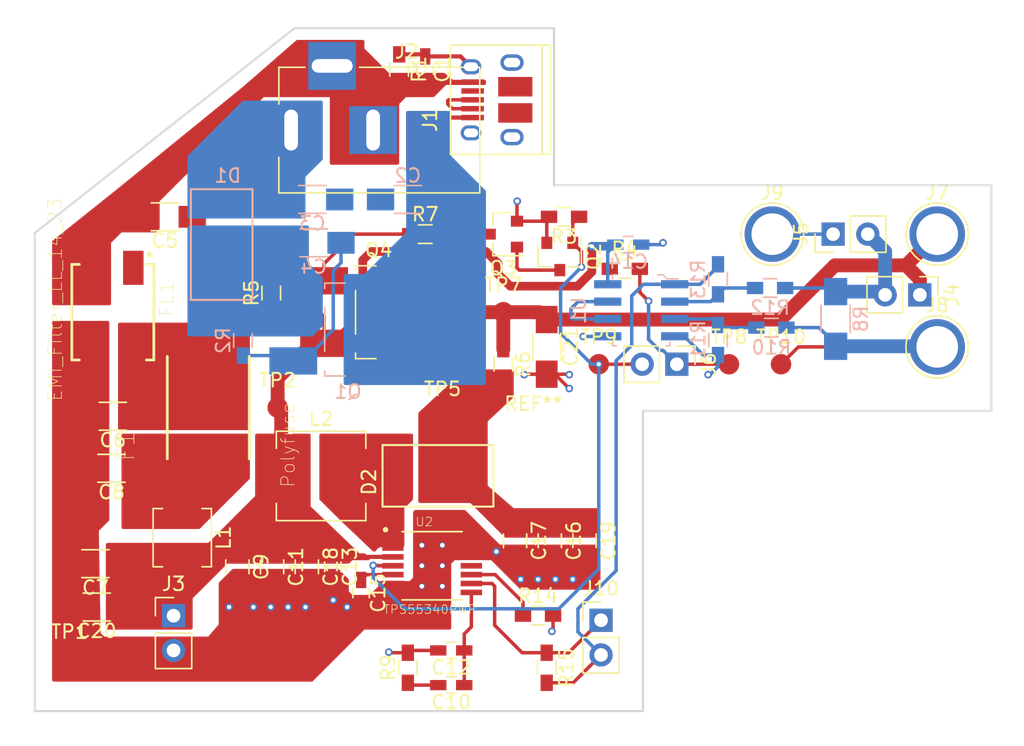
<source format=kicad_pcb>
(kicad_pcb (version 4) (host pcbnew 4.0.7)

  (general
    (links 132)
    (no_connects 94)
    (area 49.924999 47.920933 120.74002 100.405971)
    (thickness 1.6)
    (drawings 9)
    (tracks 237)
    (zones 0)
    (modules 66)
    (nets 31)
  )

  (page A4)
  (layers
    (0 F.Cu signal)
    (1 In1.Cu power)
    (2 In2.Cu power)
    (31 B.Cu signal)
    (32 B.Adhes user)
    (33 F.Adhes user)
    (34 B.Paste user)
    (35 F.Paste user)
    (36 B.SilkS user)
    (37 F.SilkS user)
    (38 B.Mask user)
    (39 F.Mask user)
    (40 Dwgs.User user)
    (41 Cmts.User user)
    (42 Eco1.User user)
    (43 Eco2.User user)
    (44 Edge.Cuts user)
    (45 Margin user)
    (46 B.CrtYd user)
    (47 F.CrtYd user)
    (48 B.Fab user)
    (49 F.Fab user)
  )

  (setup
    (last_trace_width 0.254)
    (user_trace_width 0.1524)
    (user_trace_width 0.254)
    (user_trace_width 0.635)
    (user_trace_width 1.016)
    (trace_clearance 0.1524)
    (zone_clearance 0.2032)
    (zone_45_only no)
    (trace_min 0.1524)
    (segment_width 0.2)
    (edge_width 0.15)
    (via_size 0.5588)
    (via_drill 0.3048)
    (via_min_size 0.508)
    (via_min_drill 0.254)
    (user_via 0.5588 0.3048)
    (uvia_size 0.5588)
    (uvia_drill 0.3048)
    (uvias_allowed no)
    (uvia_min_size 0)
    (uvia_min_drill 0)
    (pcb_text_width 0.3)
    (pcb_text_size 1.5 1.5)
    (mod_edge_width 0.15)
    (mod_text_size 1 1)
    (mod_text_width 0.15)
    (pad_size 2.5 2.5)
    (pad_drill 2.5)
    (pad_to_mask_clearance 0.2)
    (aux_axis_origin 0 0)
    (grid_origin 50 100)
    (visible_elements 7FFCFFFF)
    (pcbplotparams
      (layerselection 0x00030_80000001)
      (usegerberextensions false)
      (excludeedgelayer true)
      (linewidth 0.100000)
      (plotframeref false)
      (viasonmask false)
      (mode 1)
      (useauxorigin false)
      (hpglpennumber 1)
      (hpglpenspeed 20)
      (hpglpendiameter 15)
      (hpglpenoverlay 2)
      (psnegative false)
      (psa4output false)
      (plotreference true)
      (plotvalue true)
      (plotinvisibletext false)
      (padsonsilk false)
      (subtractmaskfromsilk false)
      (outputformat 1)
      (mirror false)
      (drillshape 1)
      (scaleselection 1)
      (outputdirectory ""))
  )

  (net 0 "")
  (net 1 "Net-(C1-Pad1)")
  (net 2 "Net-(C1-Pad2)")
  (net 3 "Net-(C2-Pad1)")
  (net 4 "Net-(C3-Pad1)")
  (net 5 "Net-(C4-Pad1)")
  (net 6 "Net-(C6-Pad1)")
  (net 7 GND)
  (net 8 Vin)
  (net 9 "Net-(C10-Pad1)")
  (net 10 "Net-(C10-Pad2)")
  (net 11 "Net-(C15-Pad1)")
  (net 12 BOOST_OUT)
  (net 13 "Net-(D2-Pad1)")
  (net 14 "Net-(J1-Pad2)")
  (net 15 "Net-(J1-Pad4)")
  (net 16 /Input_Output/Vout)
  (net 17 DOUT)
  (net 18 BOOST_BYPASS)
  (net 19 BOOST_EN)
  (net 20 LED_RTN)
  (net 21 "Net-(Q2-Pad3)")
  (net 22 "Net-(Q3-Pad3)")
  (net 23 "Net-(Q4-Pad1)")
  (net 24 "Net-(R10-Pad1)")
  (net 25 "Net-(R12-Pad1)")
  (net 26 "Net-(R14-Pad1)")
  (net 27 "Net-(U1-Pad6)")
  (net 28 "Net-(C8-Pad1)")
  (net 29 "Net-(J10-Pad1)")
  (net 30 "Net-(J10-Pad2)")

  (net_class Default "This is the default net class."
    (clearance 0.1524)
    (trace_width 0.3048)
    (via_dia 0.5588)
    (via_drill 0.3048)
    (uvia_dia 0.5588)
    (uvia_drill 0.3048)
    (add_net /Input_Output/Vout)
    (add_net BOOST_BYPASS)
    (add_net BOOST_EN)
    (add_net BOOST_OUT)
    (add_net DOUT)
    (add_net GND)
    (add_net LED_RTN)
    (add_net "Net-(C1-Pad1)")
    (add_net "Net-(C1-Pad2)")
    (add_net "Net-(C10-Pad1)")
    (add_net "Net-(C10-Pad2)")
    (add_net "Net-(C15-Pad1)")
    (add_net "Net-(C2-Pad1)")
    (add_net "Net-(C3-Pad1)")
    (add_net "Net-(C4-Pad1)")
    (add_net "Net-(C6-Pad1)")
    (add_net "Net-(C8-Pad1)")
    (add_net "Net-(D2-Pad1)")
    (add_net "Net-(J1-Pad2)")
    (add_net "Net-(J1-Pad4)")
    (add_net "Net-(J10-Pad1)")
    (add_net "Net-(J10-Pad2)")
    (add_net "Net-(Q2-Pad3)")
    (add_net "Net-(Q3-Pad3)")
    (add_net "Net-(Q4-Pad1)")
    (add_net "Net-(R10-Pad1)")
    (add_net "Net-(R12-Pad1)")
    (add_net "Net-(R14-Pad1)")
    (add_net "Net-(U1-Pad6)")
    (add_net Vin)
  )

  (module Capacitors_SMD:C_0603_HandSoldering (layer F.Cu) (tedit 58AA848B) (tstamp 5C722415)
    (at 78.575 53.01 270)
    (descr "Capacitor SMD 0603, hand soldering")
    (tags "capacitor 0603")
    (path /5C718648/5C71A542)
    (attr smd)
    (fp_text reference C1 (at 0 -1.25 270) (layer F.SilkS)
      (effects (font (size 1 1) (thickness 0.15)))
    )
    (fp_text value 100p (at 0 1.5 270) (layer F.Fab)
      (effects (font (size 1 1) (thickness 0.15)))
    )
    (fp_text user %R (at 0 -1.25 270) (layer F.Fab)
      (effects (font (size 1 1) (thickness 0.15)))
    )
    (fp_line (start -0.8 0.4) (end -0.8 -0.4) (layer F.Fab) (width 0.1))
    (fp_line (start 0.8 0.4) (end -0.8 0.4) (layer F.Fab) (width 0.1))
    (fp_line (start 0.8 -0.4) (end 0.8 0.4) (layer F.Fab) (width 0.1))
    (fp_line (start -0.8 -0.4) (end 0.8 -0.4) (layer F.Fab) (width 0.1))
    (fp_line (start -0.35 -0.6) (end 0.35 -0.6) (layer F.SilkS) (width 0.12))
    (fp_line (start 0.35 0.6) (end -0.35 0.6) (layer F.SilkS) (width 0.12))
    (fp_line (start -1.8 -0.65) (end 1.8 -0.65) (layer F.CrtYd) (width 0.05))
    (fp_line (start -1.8 -0.65) (end -1.8 0.65) (layer F.CrtYd) (width 0.05))
    (fp_line (start 1.8 0.65) (end 1.8 -0.65) (layer F.CrtYd) (width 0.05))
    (fp_line (start 1.8 0.65) (end -1.8 0.65) (layer F.CrtYd) (width 0.05))
    (pad 1 smd rect (at -0.95 0 270) (size 1.2 0.75) (layers F.Cu F.Paste F.Mask)
      (net 1 "Net-(C1-Pad1)"))
    (pad 2 smd rect (at 0.95 0 270) (size 1.2 0.75) (layers F.Cu F.Paste F.Mask)
      (net 2 "Net-(C1-Pad2)"))
    (model Capacitors_SMD.3dshapes/C_0603.wrl
      (at (xyz 0 0 0))
      (scale (xyz 1 1 1))
      (rotate (xyz 0 0 0))
    )
  )

  (module Capacitors_SMD:C_1206_HandSoldering (layer B.Cu) (tedit 58AA84D1) (tstamp 5C72241B)
    (at 77.305 62.535 180)
    (descr "Capacitor SMD 1206, hand soldering")
    (tags "capacitor 1206")
    (path /5C718648/5C71A50D)
    (attr smd)
    (fp_text reference C2 (at 0 1.75 180) (layer B.SilkS)
      (effects (font (size 1 1) (thickness 0.15)) (justify mirror))
    )
    (fp_text value 22uF (at 0 -2 180) (layer B.Fab)
      (effects (font (size 1 1) (thickness 0.15)) (justify mirror))
    )
    (fp_text user %R (at 0 1.75 180) (layer B.Fab)
      (effects (font (size 1 1) (thickness 0.15)) (justify mirror))
    )
    (fp_line (start -1.6 -0.8) (end -1.6 0.8) (layer B.Fab) (width 0.1))
    (fp_line (start 1.6 -0.8) (end -1.6 -0.8) (layer B.Fab) (width 0.1))
    (fp_line (start 1.6 0.8) (end 1.6 -0.8) (layer B.Fab) (width 0.1))
    (fp_line (start -1.6 0.8) (end 1.6 0.8) (layer B.Fab) (width 0.1))
    (fp_line (start 1 1.02) (end -1 1.02) (layer B.SilkS) (width 0.12))
    (fp_line (start -1 -1.02) (end 1 -1.02) (layer B.SilkS) (width 0.12))
    (fp_line (start -3.25 1.05) (end 3.25 1.05) (layer B.CrtYd) (width 0.05))
    (fp_line (start -3.25 1.05) (end -3.25 -1.05) (layer B.CrtYd) (width 0.05))
    (fp_line (start 3.25 -1.05) (end 3.25 1.05) (layer B.CrtYd) (width 0.05))
    (fp_line (start 3.25 -1.05) (end -3.25 -1.05) (layer B.CrtYd) (width 0.05))
    (pad 1 smd rect (at -2 0 180) (size 2 1.6) (layers B.Cu B.Paste B.Mask)
      (net 3 "Net-(C2-Pad1)"))
    (pad 2 smd rect (at 2 0 180) (size 2 1.6) (layers B.Cu B.Paste B.Mask)
      (net 2 "Net-(C1-Pad2)"))
    (model Capacitors_SMD.3dshapes/C_1206.wrl
      (at (xyz 0 0 0))
      (scale (xyz 1 1 1))
      (rotate (xyz 0 0 0))
    )
  )

  (module Capacitors_SMD:C_1206_HandSoldering (layer B.Cu) (tedit 58AA84D1) (tstamp 5C722421)
    (at 70.32 62.535)
    (descr "Capacitor SMD 1206, hand soldering")
    (tags "capacitor 1206")
    (path /5C718648/5C71A558)
    (attr smd)
    (fp_text reference C3 (at 0 1.75) (layer B.SilkS)
      (effects (font (size 1 1) (thickness 0.15)) (justify mirror))
    )
    (fp_text value 22uF (at 0 -2) (layer B.Fab)
      (effects (font (size 1 1) (thickness 0.15)) (justify mirror))
    )
    (fp_text user %R (at 0 1.75) (layer B.Fab)
      (effects (font (size 1 1) (thickness 0.15)) (justify mirror))
    )
    (fp_line (start -1.6 -0.8) (end -1.6 0.8) (layer B.Fab) (width 0.1))
    (fp_line (start 1.6 -0.8) (end -1.6 -0.8) (layer B.Fab) (width 0.1))
    (fp_line (start 1.6 0.8) (end 1.6 -0.8) (layer B.Fab) (width 0.1))
    (fp_line (start -1.6 0.8) (end 1.6 0.8) (layer B.Fab) (width 0.1))
    (fp_line (start 1 1.02) (end -1 1.02) (layer B.SilkS) (width 0.12))
    (fp_line (start -1 -1.02) (end 1 -1.02) (layer B.SilkS) (width 0.12))
    (fp_line (start -3.25 1.05) (end 3.25 1.05) (layer B.CrtYd) (width 0.05))
    (fp_line (start -3.25 1.05) (end -3.25 -1.05) (layer B.CrtYd) (width 0.05))
    (fp_line (start 3.25 -1.05) (end 3.25 1.05) (layer B.CrtYd) (width 0.05))
    (fp_line (start 3.25 -1.05) (end -3.25 -1.05) (layer B.CrtYd) (width 0.05))
    (pad 1 smd rect (at -2 0) (size 2 1.6) (layers B.Cu B.Paste B.Mask)
      (net 4 "Net-(C3-Pad1)"))
    (pad 2 smd rect (at 2 0) (size 2 1.6) (layers B.Cu B.Paste B.Mask)
      (net 2 "Net-(C1-Pad2)"))
    (model Capacitors_SMD.3dshapes/C_1206.wrl
      (at (xyz 0 0 0))
      (scale (xyz 1 1 1))
      (rotate (xyz 0 0 0))
    )
  )

  (module Capacitors_SMD:C_1206_HandSoldering (layer B.Cu) (tedit 58AA84D1) (tstamp 5C722427)
    (at 70.415 65.71)
    (descr "Capacitor SMD 1206, hand soldering")
    (tags "capacitor 1206")
    (path /5C718648/5C71A55F)
    (attr smd)
    (fp_text reference C4 (at 0 1.75) (layer B.SilkS)
      (effects (font (size 1 1) (thickness 0.15)) (justify mirror))
    )
    (fp_text value 22uF (at 0 -2) (layer B.Fab)
      (effects (font (size 1 1) (thickness 0.15)) (justify mirror))
    )
    (fp_text user %R (at 0 1.75) (layer B.Fab)
      (effects (font (size 1 1) (thickness 0.15)) (justify mirror))
    )
    (fp_line (start -1.6 -0.8) (end -1.6 0.8) (layer B.Fab) (width 0.1))
    (fp_line (start 1.6 -0.8) (end -1.6 -0.8) (layer B.Fab) (width 0.1))
    (fp_line (start 1.6 0.8) (end 1.6 -0.8) (layer B.Fab) (width 0.1))
    (fp_line (start -1.6 0.8) (end 1.6 0.8) (layer B.Fab) (width 0.1))
    (fp_line (start 1 1.02) (end -1 1.02) (layer B.SilkS) (width 0.12))
    (fp_line (start -1 -1.02) (end 1 -1.02) (layer B.SilkS) (width 0.12))
    (fp_line (start -3.25 1.05) (end 3.25 1.05) (layer B.CrtYd) (width 0.05))
    (fp_line (start -3.25 1.05) (end -3.25 -1.05) (layer B.CrtYd) (width 0.05))
    (fp_line (start 3.25 -1.05) (end 3.25 1.05) (layer B.CrtYd) (width 0.05))
    (fp_line (start 3.25 -1.05) (end -3.25 -1.05) (layer B.CrtYd) (width 0.05))
    (pad 1 smd rect (at -2 0) (size 2 1.6) (layers B.Cu B.Paste B.Mask)
      (net 5 "Net-(C4-Pad1)"))
    (pad 2 smd rect (at 2 0) (size 2 1.6) (layers B.Cu B.Paste B.Mask)
      (net 2 "Net-(C1-Pad2)"))
    (model Capacitors_SMD.3dshapes/C_1206.wrl
      (at (xyz 0 0 0))
      (scale (xyz 1 1 1))
      (rotate (xyz 0 0 0))
    )
  )

  (module Capacitors_SMD:C_1206_HandSoldering (layer F.Cu) (tedit 58AA84D1) (tstamp 5C72242D)
    (at 59.525 63.805 180)
    (descr "Capacitor SMD 1206, hand soldering")
    (tags "capacitor 1206")
    (path /5C718648/5C71A551)
    (attr smd)
    (fp_text reference C5 (at 0 -1.75 180) (layer F.SilkS)
      (effects (font (size 1 1) (thickness 0.15)))
    )
    (fp_text value 22uF (at 0 2 180) (layer F.Fab)
      (effects (font (size 1 1) (thickness 0.15)))
    )
    (fp_text user %R (at 0 -1.75 180) (layer F.Fab)
      (effects (font (size 1 1) (thickness 0.15)))
    )
    (fp_line (start -1.6 0.8) (end -1.6 -0.8) (layer F.Fab) (width 0.1))
    (fp_line (start 1.6 0.8) (end -1.6 0.8) (layer F.Fab) (width 0.1))
    (fp_line (start 1.6 -0.8) (end 1.6 0.8) (layer F.Fab) (width 0.1))
    (fp_line (start -1.6 -0.8) (end 1.6 -0.8) (layer F.Fab) (width 0.1))
    (fp_line (start 1 -1.02) (end -1 -1.02) (layer F.SilkS) (width 0.12))
    (fp_line (start -1 1.02) (end 1 1.02) (layer F.SilkS) (width 0.12))
    (fp_line (start -3.25 -1.05) (end 3.25 -1.05) (layer F.CrtYd) (width 0.05))
    (fp_line (start -3.25 -1.05) (end -3.25 1.05) (layer F.CrtYd) (width 0.05))
    (fp_line (start 3.25 1.05) (end 3.25 -1.05) (layer F.CrtYd) (width 0.05))
    (fp_line (start 3.25 1.05) (end -3.25 1.05) (layer F.CrtYd) (width 0.05))
    (pad 1 smd rect (at -2 0 180) (size 2 1.6) (layers F.Cu F.Paste F.Mask)
      (net 5 "Net-(C4-Pad1)"))
    (pad 2 smd rect (at 2 0 180) (size 2 1.6) (layers F.Cu F.Paste F.Mask)
      (net 2 "Net-(C1-Pad2)"))
    (model Capacitors_SMD.3dshapes/C_1206.wrl
      (at (xyz 0 0 0))
      (scale (xyz 1 1 1))
      (rotate (xyz 0 0 0))
    )
  )

  (module Capacitors_SMD:C_1206_HandSoldering (layer F.Cu) (tedit 58AA84D1) (tstamp 5C722433)
    (at 55.715 78.41 180)
    (descr "Capacitor SMD 1206, hand soldering")
    (tags "capacitor 1206")
    (path /5C718648/5C71A581)
    (attr smd)
    (fp_text reference C6 (at 0 -1.75 180) (layer F.SilkS)
      (effects (font (size 1 1) (thickness 0.15)))
    )
    (fp_text value 22uF (at 0 2 180) (layer F.Fab)
      (effects (font (size 1 1) (thickness 0.15)))
    )
    (fp_text user %R (at 0 -1.75 180) (layer F.Fab)
      (effects (font (size 1 1) (thickness 0.15)))
    )
    (fp_line (start -1.6 0.8) (end -1.6 -0.8) (layer F.Fab) (width 0.1))
    (fp_line (start 1.6 0.8) (end -1.6 0.8) (layer F.Fab) (width 0.1))
    (fp_line (start 1.6 -0.8) (end 1.6 0.8) (layer F.Fab) (width 0.1))
    (fp_line (start -1.6 -0.8) (end 1.6 -0.8) (layer F.Fab) (width 0.1))
    (fp_line (start 1 -1.02) (end -1 -1.02) (layer F.SilkS) (width 0.12))
    (fp_line (start -1 1.02) (end 1 1.02) (layer F.SilkS) (width 0.12))
    (fp_line (start -3.25 -1.05) (end 3.25 -1.05) (layer F.CrtYd) (width 0.05))
    (fp_line (start -3.25 -1.05) (end -3.25 1.05) (layer F.CrtYd) (width 0.05))
    (fp_line (start 3.25 1.05) (end 3.25 -1.05) (layer F.CrtYd) (width 0.05))
    (fp_line (start 3.25 1.05) (end -3.25 1.05) (layer F.CrtYd) (width 0.05))
    (pad 1 smd rect (at -2 0 180) (size 2 1.6) (layers F.Cu F.Paste F.Mask)
      (net 6 "Net-(C6-Pad1)"))
    (pad 2 smd rect (at 2 0 180) (size 2 1.6) (layers F.Cu F.Paste F.Mask)
      (net 7 GND))
    (model Capacitors_SMD.3dshapes/C_1206.wrl
      (at (xyz 0 0 0))
      (scale (xyz 1 1 1))
      (rotate (xyz 0 0 0))
    )
  )

  (module Capacitors_SMD:C_1206_HandSoldering (layer F.Cu) (tedit 58AA84D1) (tstamp 5C722439)
    (at 54.445 89.205 180)
    (descr "Capacitor SMD 1206, hand soldering")
    (tags "capacitor 1206")
    (path /5C718648/5C71A588)
    (attr smd)
    (fp_text reference C7 (at 0 -1.75 180) (layer F.SilkS)
      (effects (font (size 1 1) (thickness 0.15)))
    )
    (fp_text value 22uF (at 0 2 180) (layer F.Fab)
      (effects (font (size 1 1) (thickness 0.15)))
    )
    (fp_text user %R (at 0 -1.75 180) (layer F.Fab)
      (effects (font (size 1 1) (thickness 0.15)))
    )
    (fp_line (start -1.6 0.8) (end -1.6 -0.8) (layer F.Fab) (width 0.1))
    (fp_line (start 1.6 0.8) (end -1.6 0.8) (layer F.Fab) (width 0.1))
    (fp_line (start 1.6 -0.8) (end 1.6 0.8) (layer F.Fab) (width 0.1))
    (fp_line (start -1.6 -0.8) (end 1.6 -0.8) (layer F.Fab) (width 0.1))
    (fp_line (start 1 -1.02) (end -1 -1.02) (layer F.SilkS) (width 0.12))
    (fp_line (start -1 1.02) (end 1 1.02) (layer F.SilkS) (width 0.12))
    (fp_line (start -3.25 -1.05) (end 3.25 -1.05) (layer F.CrtYd) (width 0.05))
    (fp_line (start -3.25 -1.05) (end -3.25 1.05) (layer F.CrtYd) (width 0.05))
    (fp_line (start 3.25 1.05) (end 3.25 -1.05) (layer F.CrtYd) (width 0.05))
    (fp_line (start 3.25 1.05) (end -3.25 1.05) (layer F.CrtYd) (width 0.05))
    (pad 1 smd rect (at -2 0 180) (size 2 1.6) (layers F.Cu F.Paste F.Mask)
      (net 8 Vin))
    (pad 2 smd rect (at 2 0 180) (size 2 1.6) (layers F.Cu F.Paste F.Mask)
      (net 7 GND))
    (model Capacitors_SMD.3dshapes/C_1206.wrl
      (at (xyz 0 0 0))
      (scale (xyz 1 1 1))
      (rotate (xyz 0 0 0))
    )
  )

  (module Capacitors_SMD:C_0805_HandSoldering (layer F.Cu) (tedit 58AA84A8) (tstamp 5C722445)
    (at 64.829775 89.432335 270)
    (descr "Capacitor SMD 0805, hand soldering")
    (tags "capacitor 0805")
    (path /5C71868B/5C718B45)
    (attr smd)
    (fp_text reference C9 (at 0 -1.75 270) (layer F.SilkS)
      (effects (font (size 1 1) (thickness 0.15)))
    )
    (fp_text value 10uF (at 0 1.75 270) (layer F.Fab)
      (effects (font (size 1 1) (thickness 0.15)))
    )
    (fp_text user %R (at 0 -1.75 270) (layer F.Fab)
      (effects (font (size 1 1) (thickness 0.15)))
    )
    (fp_line (start -1 0.62) (end -1 -0.62) (layer F.Fab) (width 0.1))
    (fp_line (start 1 0.62) (end -1 0.62) (layer F.Fab) (width 0.1))
    (fp_line (start 1 -0.62) (end 1 0.62) (layer F.Fab) (width 0.1))
    (fp_line (start -1 -0.62) (end 1 -0.62) (layer F.Fab) (width 0.1))
    (fp_line (start 0.5 -0.85) (end -0.5 -0.85) (layer F.SilkS) (width 0.12))
    (fp_line (start -0.5 0.85) (end 0.5 0.85) (layer F.SilkS) (width 0.12))
    (fp_line (start -2.25 -0.88) (end 2.25 -0.88) (layer F.CrtYd) (width 0.05))
    (fp_line (start -2.25 -0.88) (end -2.25 0.87) (layer F.CrtYd) (width 0.05))
    (fp_line (start 2.25 0.87) (end 2.25 -0.88) (layer F.CrtYd) (width 0.05))
    (fp_line (start 2.25 0.87) (end -2.25 0.87) (layer F.CrtYd) (width 0.05))
    (pad 1 smd rect (at -1.25 0 270) (size 1.5 1.25) (layers F.Cu F.Paste F.Mask)
      (net 8 Vin))
    (pad 2 smd rect (at 1.25 0 270) (size 1.5 1.25) (layers F.Cu F.Paste F.Mask)
      (net 7 GND))
    (model Capacitors_SMD.3dshapes/C_0805.wrl
      (at (xyz 0 0 0))
      (scale (xyz 1 1 1))
      (rotate (xyz 0 0 0))
    )
  )

  (module Capacitors_SMD:C_0603_HandSoldering (layer F.Cu) (tedit 58AA848B) (tstamp 5C72244B)
    (at 80.48 98.095 180)
    (descr "Capacitor SMD 0603, hand soldering")
    (tags "capacitor 0603")
    (path /5C71868B/5C718BAB)
    (attr smd)
    (fp_text reference C10 (at 0 -1.25 180) (layer F.SilkS)
      (effects (font (size 1 1) (thickness 0.15)))
    )
    (fp_text value 0.1uF (at 0 1.5 180) (layer F.Fab)
      (effects (font (size 1 1) (thickness 0.15)))
    )
    (fp_text user %R (at 0 -1.25 180) (layer F.Fab)
      (effects (font (size 1 1) (thickness 0.15)))
    )
    (fp_line (start -0.8 0.4) (end -0.8 -0.4) (layer F.Fab) (width 0.1))
    (fp_line (start 0.8 0.4) (end -0.8 0.4) (layer F.Fab) (width 0.1))
    (fp_line (start 0.8 -0.4) (end 0.8 0.4) (layer F.Fab) (width 0.1))
    (fp_line (start -0.8 -0.4) (end 0.8 -0.4) (layer F.Fab) (width 0.1))
    (fp_line (start -0.35 -0.6) (end 0.35 -0.6) (layer F.SilkS) (width 0.12))
    (fp_line (start 0.35 0.6) (end -0.35 0.6) (layer F.SilkS) (width 0.12))
    (fp_line (start -1.8 -0.65) (end 1.8 -0.65) (layer F.CrtYd) (width 0.05))
    (fp_line (start -1.8 -0.65) (end -1.8 0.65) (layer F.CrtYd) (width 0.05))
    (fp_line (start 1.8 0.65) (end 1.8 -0.65) (layer F.CrtYd) (width 0.05))
    (fp_line (start 1.8 0.65) (end -1.8 0.65) (layer F.CrtYd) (width 0.05))
    (pad 1 smd rect (at -0.95 0 180) (size 1.2 0.75) (layers F.Cu F.Paste F.Mask)
      (net 9 "Net-(C10-Pad1)"))
    (pad 2 smd rect (at 0.95 0 180) (size 1.2 0.75) (layers F.Cu F.Paste F.Mask)
      (net 10 "Net-(C10-Pad2)"))
    (model Capacitors_SMD.3dshapes/C_0603.wrl
      (at (xyz 0 0 0))
      (scale (xyz 1 1 1))
      (rotate (xyz 0 0 0))
    )
  )

  (module Capacitors_SMD:C_0805_HandSoldering (layer F.Cu) (tedit 58AA84A8) (tstamp 5C722451)
    (at 67.369775 89.432335 270)
    (descr "Capacitor SMD 0805, hand soldering")
    (tags "capacitor 0805")
    (path /5C71868B/5C718B8F)
    (attr smd)
    (fp_text reference C11 (at 0 -1.75 270) (layer F.SilkS)
      (effects (font (size 1 1) (thickness 0.15)))
    )
    (fp_text value 10uF (at 0 1.75 270) (layer F.Fab)
      (effects (font (size 1 1) (thickness 0.15)))
    )
    (fp_text user %R (at 0 -1.75 270) (layer F.Fab)
      (effects (font (size 1 1) (thickness 0.15)))
    )
    (fp_line (start -1 0.62) (end -1 -0.62) (layer F.Fab) (width 0.1))
    (fp_line (start 1 0.62) (end -1 0.62) (layer F.Fab) (width 0.1))
    (fp_line (start 1 -0.62) (end 1 0.62) (layer F.Fab) (width 0.1))
    (fp_line (start -1 -0.62) (end 1 -0.62) (layer F.Fab) (width 0.1))
    (fp_line (start 0.5 -0.85) (end -0.5 -0.85) (layer F.SilkS) (width 0.12))
    (fp_line (start -0.5 0.85) (end 0.5 0.85) (layer F.SilkS) (width 0.12))
    (fp_line (start -2.25 -0.88) (end 2.25 -0.88) (layer F.CrtYd) (width 0.05))
    (fp_line (start -2.25 -0.88) (end -2.25 0.87) (layer F.CrtYd) (width 0.05))
    (fp_line (start 2.25 0.87) (end 2.25 -0.88) (layer F.CrtYd) (width 0.05))
    (fp_line (start 2.25 0.87) (end -2.25 0.87) (layer F.CrtYd) (width 0.05))
    (pad 1 smd rect (at -1.25 0 270) (size 1.5 1.25) (layers F.Cu F.Paste F.Mask)
      (net 8 Vin))
    (pad 2 smd rect (at 1.25 0 270) (size 1.5 1.25) (layers F.Cu F.Paste F.Mask)
      (net 7 GND))
    (model Capacitors_SMD.3dshapes/C_0805.wrl
      (at (xyz 0 0 0))
      (scale (xyz 1 1 1))
      (rotate (xyz 0 0 0))
    )
  )

  (module Capacitors_SMD:C_0603_HandSoldering (layer F.Cu) (tedit 58AA848B) (tstamp 5C722457)
    (at 80.48 95.555 180)
    (descr "Capacitor SMD 0603, hand soldering")
    (tags "capacitor 0603")
    (path /5C71868B/5C718BB2)
    (attr smd)
    (fp_text reference C12 (at 0 -1.25 180) (layer F.SilkS)
      (effects (font (size 1 1) (thickness 0.15)))
    )
    (fp_text value 100p (at 0 1.5 180) (layer F.Fab)
      (effects (font (size 1 1) (thickness 0.15)))
    )
    (fp_text user %R (at 0 -1.25 180) (layer F.Fab)
      (effects (font (size 1 1) (thickness 0.15)))
    )
    (fp_line (start -0.8 0.4) (end -0.8 -0.4) (layer F.Fab) (width 0.1))
    (fp_line (start 0.8 0.4) (end -0.8 0.4) (layer F.Fab) (width 0.1))
    (fp_line (start 0.8 -0.4) (end 0.8 0.4) (layer F.Fab) (width 0.1))
    (fp_line (start -0.8 -0.4) (end 0.8 -0.4) (layer F.Fab) (width 0.1))
    (fp_line (start -0.35 -0.6) (end 0.35 -0.6) (layer F.SilkS) (width 0.12))
    (fp_line (start 0.35 0.6) (end -0.35 0.6) (layer F.SilkS) (width 0.12))
    (fp_line (start -1.8 -0.65) (end 1.8 -0.65) (layer F.CrtYd) (width 0.05))
    (fp_line (start -1.8 -0.65) (end -1.8 0.65) (layer F.CrtYd) (width 0.05))
    (fp_line (start 1.8 0.65) (end 1.8 -0.65) (layer F.CrtYd) (width 0.05))
    (fp_line (start 1.8 0.65) (end -1.8 0.65) (layer F.CrtYd) (width 0.05))
    (pad 1 smd rect (at -0.95 0 180) (size 1.2 0.75) (layers F.Cu F.Paste F.Mask)
      (net 9 "Net-(C10-Pad1)"))
    (pad 2 smd rect (at 0.95 0 180) (size 1.2 0.75) (layers F.Cu F.Paste F.Mask)
      (net 7 GND))
    (model Capacitors_SMD.3dshapes/C_0603.wrl
      (at (xyz 0 0 0))
      (scale (xyz 1 1 1))
      (rotate (xyz 0 0 0))
    )
  )

  (module Capacitors_SMD:C_0603_HandSoldering (layer F.Cu) (tedit 58AA848B) (tstamp 5C72245D)
    (at 71.814775 89.432335 270)
    (descr "Capacitor SMD 0603, hand soldering")
    (tags "capacitor 0603")
    (path /5C71868B/5C718AF1)
    (attr smd)
    (fp_text reference C13 (at 0 -1.25 270) (layer F.SilkS)
      (effects (font (size 1 1) (thickness 0.15)))
    )
    (fp_text value 0.1uF (at 0 1.5 270) (layer F.Fab)
      (effects (font (size 1 1) (thickness 0.15)))
    )
    (fp_text user %R (at 0 -1.25 270) (layer F.Fab)
      (effects (font (size 1 1) (thickness 0.15)))
    )
    (fp_line (start -0.8 0.4) (end -0.8 -0.4) (layer F.Fab) (width 0.1))
    (fp_line (start 0.8 0.4) (end -0.8 0.4) (layer F.Fab) (width 0.1))
    (fp_line (start 0.8 -0.4) (end 0.8 0.4) (layer F.Fab) (width 0.1))
    (fp_line (start -0.8 -0.4) (end 0.8 -0.4) (layer F.Fab) (width 0.1))
    (fp_line (start -0.35 -0.6) (end 0.35 -0.6) (layer F.SilkS) (width 0.12))
    (fp_line (start 0.35 0.6) (end -0.35 0.6) (layer F.SilkS) (width 0.12))
    (fp_line (start -1.8 -0.65) (end 1.8 -0.65) (layer F.CrtYd) (width 0.05))
    (fp_line (start -1.8 -0.65) (end -1.8 0.65) (layer F.CrtYd) (width 0.05))
    (fp_line (start 1.8 0.65) (end 1.8 -0.65) (layer F.CrtYd) (width 0.05))
    (fp_line (start 1.8 0.65) (end -1.8 0.65) (layer F.CrtYd) (width 0.05))
    (pad 1 smd rect (at -0.95 0 270) (size 1.2 0.75) (layers F.Cu F.Paste F.Mask)
      (net 8 Vin))
    (pad 2 smd rect (at 0.95 0 270) (size 1.2 0.75) (layers F.Cu F.Paste F.Mask)
      (net 7 GND))
    (model Capacitors_SMD.3dshapes/C_0603.wrl
      (at (xyz 0 0 0))
      (scale (xyz 1 1 1))
      (rotate (xyz 0 0 0))
    )
  )

  (module Capacitors_SMD:C_0603_HandSoldering (layer B.Cu) (tedit 58AA848B) (tstamp 5C722463)
    (at 93.432048 65.842709)
    (descr "Capacitor SMD 0603, hand soldering")
    (tags "capacitor 0603")
    (path /5C71868B/5C719413)
    (attr smd)
    (fp_text reference C14 (at 0 1.25) (layer B.SilkS)
      (effects (font (size 1 1) (thickness 0.15)) (justify mirror))
    )
    (fp_text value 0.1uF (at 0 -1.5) (layer B.Fab)
      (effects (font (size 1 1) (thickness 0.15)) (justify mirror))
    )
    (fp_text user %R (at 0 1.25) (layer B.Fab)
      (effects (font (size 1 1) (thickness 0.15)) (justify mirror))
    )
    (fp_line (start -0.8 -0.4) (end -0.8 0.4) (layer B.Fab) (width 0.1))
    (fp_line (start 0.8 -0.4) (end -0.8 -0.4) (layer B.Fab) (width 0.1))
    (fp_line (start 0.8 0.4) (end 0.8 -0.4) (layer B.Fab) (width 0.1))
    (fp_line (start -0.8 0.4) (end 0.8 0.4) (layer B.Fab) (width 0.1))
    (fp_line (start -0.35 0.6) (end 0.35 0.6) (layer B.SilkS) (width 0.12))
    (fp_line (start 0.35 -0.6) (end -0.35 -0.6) (layer B.SilkS) (width 0.12))
    (fp_line (start -1.8 0.65) (end 1.8 0.65) (layer B.CrtYd) (width 0.05))
    (fp_line (start -1.8 0.65) (end -1.8 -0.65) (layer B.CrtYd) (width 0.05))
    (fp_line (start 1.8 -0.65) (end 1.8 0.65) (layer B.CrtYd) (width 0.05))
    (fp_line (start 1.8 -0.65) (end -1.8 -0.65) (layer B.CrtYd) (width 0.05))
    (pad 1 smd rect (at -0.95 0) (size 1.2 0.75) (layers B.Cu B.Paste B.Mask)
      (net 8 Vin))
    (pad 2 smd rect (at 0.95 0) (size 1.2 0.75) (layers B.Cu B.Paste B.Mask)
      (net 7 GND))
    (model Capacitors_SMD.3dshapes/C_0603.wrl
      (at (xyz 0 0 0))
      (scale (xyz 1 1 1))
      (rotate (xyz 0 0 0))
    )
  )

  (module Capacitors_SMD:C_0603_HandSoldering (layer F.Cu) (tedit 58AA848B) (tstamp 5C722469)
    (at 73.884775 91.347335 270)
    (descr "Capacitor SMD 0603, hand soldering")
    (tags "capacitor 0603")
    (path /5C71868B/5C718BA4)
    (attr smd)
    (fp_text reference C15 (at 0 -1.25 270) (layer F.SilkS)
      (effects (font (size 1 1) (thickness 0.15)))
    )
    (fp_text value 0.01uF (at 0 1.5 270) (layer F.Fab)
      (effects (font (size 1 1) (thickness 0.15)))
    )
    (fp_text user %R (at 0 -1.25 270) (layer F.Fab)
      (effects (font (size 1 1) (thickness 0.15)))
    )
    (fp_line (start -0.8 0.4) (end -0.8 -0.4) (layer F.Fab) (width 0.1))
    (fp_line (start 0.8 0.4) (end -0.8 0.4) (layer F.Fab) (width 0.1))
    (fp_line (start 0.8 -0.4) (end 0.8 0.4) (layer F.Fab) (width 0.1))
    (fp_line (start -0.8 -0.4) (end 0.8 -0.4) (layer F.Fab) (width 0.1))
    (fp_line (start -0.35 -0.6) (end 0.35 -0.6) (layer F.SilkS) (width 0.12))
    (fp_line (start 0.35 0.6) (end -0.35 0.6) (layer F.SilkS) (width 0.12))
    (fp_line (start -1.8 -0.65) (end 1.8 -0.65) (layer F.CrtYd) (width 0.05))
    (fp_line (start -1.8 -0.65) (end -1.8 0.65) (layer F.CrtYd) (width 0.05))
    (fp_line (start 1.8 0.65) (end 1.8 -0.65) (layer F.CrtYd) (width 0.05))
    (fp_line (start 1.8 0.65) (end -1.8 0.65) (layer F.CrtYd) (width 0.05))
    (pad 1 smd rect (at -0.95 0 270) (size 1.2 0.75) (layers F.Cu F.Paste F.Mask)
      (net 11 "Net-(C15-Pad1)"))
    (pad 2 smd rect (at 0.95 0 270) (size 1.2 0.75) (layers F.Cu F.Paste F.Mask)
      (net 7 GND))
    (model Capacitors_SMD.3dshapes/C_0603.wrl
      (at (xyz 0 0 0))
      (scale (xyz 1 1 1))
      (rotate (xyz 0 0 0))
    )
  )

  (module Capacitors_SMD:C_0805_HandSoldering (layer F.Cu) (tedit 58AA84A8) (tstamp 5C72246F)
    (at 87.689775 87.527335 270)
    (descr "Capacitor SMD 0805, hand soldering")
    (tags "capacitor 0805")
    (path /5C71868B/5C718B96)
    (attr smd)
    (fp_text reference C16 (at 0 -1.75 270) (layer F.SilkS)
      (effects (font (size 1 1) (thickness 0.15)))
    )
    (fp_text value 10uF (at 0 1.75 270) (layer F.Fab)
      (effects (font (size 1 1) (thickness 0.15)))
    )
    (fp_text user %R (at 0 -1.75 270) (layer F.Fab)
      (effects (font (size 1 1) (thickness 0.15)))
    )
    (fp_line (start -1 0.62) (end -1 -0.62) (layer F.Fab) (width 0.1))
    (fp_line (start 1 0.62) (end -1 0.62) (layer F.Fab) (width 0.1))
    (fp_line (start 1 -0.62) (end 1 0.62) (layer F.Fab) (width 0.1))
    (fp_line (start -1 -0.62) (end 1 -0.62) (layer F.Fab) (width 0.1))
    (fp_line (start 0.5 -0.85) (end -0.5 -0.85) (layer F.SilkS) (width 0.12))
    (fp_line (start -0.5 0.85) (end 0.5 0.85) (layer F.SilkS) (width 0.12))
    (fp_line (start -2.25 -0.88) (end 2.25 -0.88) (layer F.CrtYd) (width 0.05))
    (fp_line (start -2.25 -0.88) (end -2.25 0.87) (layer F.CrtYd) (width 0.05))
    (fp_line (start 2.25 0.87) (end 2.25 -0.88) (layer F.CrtYd) (width 0.05))
    (fp_line (start 2.25 0.87) (end -2.25 0.87) (layer F.CrtYd) (width 0.05))
    (pad 1 smd rect (at -1.25 0 270) (size 1.5 1.25) (layers F.Cu F.Paste F.Mask)
      (net 12 BOOST_OUT))
    (pad 2 smd rect (at 1.25 0 270) (size 1.5 1.25) (layers F.Cu F.Paste F.Mask)
      (net 7 GND))
    (model Capacitors_SMD.3dshapes/C_0805.wrl
      (at (xyz 0 0 0))
      (scale (xyz 1 1 1))
      (rotate (xyz 0 0 0))
    )
  )

  (module Capacitors_SMD:C_0805_HandSoldering (layer F.Cu) (tedit 58AA84A8) (tstamp 5C722475)
    (at 85.149775 87.527335 270)
    (descr "Capacitor SMD 0805, hand soldering")
    (tags "capacitor 0805")
    (path /5C71868B/5C718B9D)
    (attr smd)
    (fp_text reference C17 (at 0 -1.75 270) (layer F.SilkS)
      (effects (font (size 1 1) (thickness 0.15)))
    )
    (fp_text value 10uF (at 0 1.75 270) (layer F.Fab)
      (effects (font (size 1 1) (thickness 0.15)))
    )
    (fp_text user %R (at 0 -1.75 270) (layer F.Fab)
      (effects (font (size 1 1) (thickness 0.15)))
    )
    (fp_line (start -1 0.62) (end -1 -0.62) (layer F.Fab) (width 0.1))
    (fp_line (start 1 0.62) (end -1 0.62) (layer F.Fab) (width 0.1))
    (fp_line (start 1 -0.62) (end 1 0.62) (layer F.Fab) (width 0.1))
    (fp_line (start -1 -0.62) (end 1 -0.62) (layer F.Fab) (width 0.1))
    (fp_line (start 0.5 -0.85) (end -0.5 -0.85) (layer F.SilkS) (width 0.12))
    (fp_line (start -0.5 0.85) (end 0.5 0.85) (layer F.SilkS) (width 0.12))
    (fp_line (start -2.25 -0.88) (end 2.25 -0.88) (layer F.CrtYd) (width 0.05))
    (fp_line (start -2.25 -0.88) (end -2.25 0.87) (layer F.CrtYd) (width 0.05))
    (fp_line (start 2.25 0.87) (end 2.25 -0.88) (layer F.CrtYd) (width 0.05))
    (fp_line (start 2.25 0.87) (end -2.25 0.87) (layer F.CrtYd) (width 0.05))
    (pad 1 smd rect (at -1.25 0 270) (size 1.5 1.25) (layers F.Cu F.Paste F.Mask)
      (net 12 BOOST_OUT))
    (pad 2 smd rect (at 1.25 0 270) (size 1.5 1.25) (layers F.Cu F.Paste F.Mask)
      (net 7 GND))
    (model Capacitors_SMD.3dshapes/C_0805.wrl
      (at (xyz 0 0 0))
      (scale (xyz 1 1 1))
      (rotate (xyz 0 0 0))
    )
  )

  (module Capacitors_SMD:C_0805_HandSoldering (layer F.Cu) (tedit 58AA84A8) (tstamp 5C72247B)
    (at 69.909775 89.432335 270)
    (descr "Capacitor SMD 0805, hand soldering")
    (tags "capacitor 0805")
    (path /5C71868B/5C7249DC)
    (attr smd)
    (fp_text reference C18 (at 0 -1.75 270) (layer F.SilkS)
      (effects (font (size 1 1) (thickness 0.15)))
    )
    (fp_text value 10uF (at 0 1.75 270) (layer F.Fab)
      (effects (font (size 1 1) (thickness 0.15)))
    )
    (fp_text user %R (at 0 -1.75 270) (layer F.Fab)
      (effects (font (size 1 1) (thickness 0.15)))
    )
    (fp_line (start -1 0.62) (end -1 -0.62) (layer F.Fab) (width 0.1))
    (fp_line (start 1 0.62) (end -1 0.62) (layer F.Fab) (width 0.1))
    (fp_line (start 1 -0.62) (end 1 0.62) (layer F.Fab) (width 0.1))
    (fp_line (start -1 -0.62) (end 1 -0.62) (layer F.Fab) (width 0.1))
    (fp_line (start 0.5 -0.85) (end -0.5 -0.85) (layer F.SilkS) (width 0.12))
    (fp_line (start -0.5 0.85) (end 0.5 0.85) (layer F.SilkS) (width 0.12))
    (fp_line (start -2.25 -0.88) (end 2.25 -0.88) (layer F.CrtYd) (width 0.05))
    (fp_line (start -2.25 -0.88) (end -2.25 0.87) (layer F.CrtYd) (width 0.05))
    (fp_line (start 2.25 0.87) (end 2.25 -0.88) (layer F.CrtYd) (width 0.05))
    (fp_line (start 2.25 0.87) (end -2.25 0.87) (layer F.CrtYd) (width 0.05))
    (pad 1 smd rect (at -1.25 0 270) (size 1.5 1.25) (layers F.Cu F.Paste F.Mask)
      (net 8 Vin))
    (pad 2 smd rect (at 1.25 0 270) (size 1.5 1.25) (layers F.Cu F.Paste F.Mask)
      (net 7 GND))
    (model Capacitors_SMD.3dshapes/C_0805.wrl
      (at (xyz 0 0 0))
      (scale (xyz 1 1 1))
      (rotate (xyz 0 0 0))
    )
  )

  (module Capacitors_SMD:C_0805_HandSoldering (layer F.Cu) (tedit 58AA84A8) (tstamp 5C722481)
    (at 90.229775 87.527335 270)
    (descr "Capacitor SMD 0805, hand soldering")
    (tags "capacitor 0805")
    (path /5C71868B/5C724C01)
    (attr smd)
    (fp_text reference C19 (at 0 -1.75 270) (layer F.SilkS)
      (effects (font (size 1 1) (thickness 0.15)))
    )
    (fp_text value 10uF (at 0 1.75 270) (layer F.Fab)
      (effects (font (size 1 1) (thickness 0.15)))
    )
    (fp_text user %R (at 0 -1.75 270) (layer F.Fab)
      (effects (font (size 1 1) (thickness 0.15)))
    )
    (fp_line (start -1 0.62) (end -1 -0.62) (layer F.Fab) (width 0.1))
    (fp_line (start 1 0.62) (end -1 0.62) (layer F.Fab) (width 0.1))
    (fp_line (start 1 -0.62) (end 1 0.62) (layer F.Fab) (width 0.1))
    (fp_line (start -1 -0.62) (end 1 -0.62) (layer F.Fab) (width 0.1))
    (fp_line (start 0.5 -0.85) (end -0.5 -0.85) (layer F.SilkS) (width 0.12))
    (fp_line (start -0.5 0.85) (end 0.5 0.85) (layer F.SilkS) (width 0.12))
    (fp_line (start -2.25 -0.88) (end 2.25 -0.88) (layer F.CrtYd) (width 0.05))
    (fp_line (start -2.25 -0.88) (end -2.25 0.87) (layer F.CrtYd) (width 0.05))
    (fp_line (start 2.25 0.87) (end 2.25 -0.88) (layer F.CrtYd) (width 0.05))
    (fp_line (start 2.25 0.87) (end -2.25 0.87) (layer F.CrtYd) (width 0.05))
    (pad 1 smd rect (at -1.25 0 270) (size 1.5 1.25) (layers F.Cu F.Paste F.Mask)
      (net 12 BOOST_OUT))
    (pad 2 smd rect (at 1.25 0 270) (size 1.5 1.25) (layers F.Cu F.Paste F.Mask)
      (net 7 GND))
    (model Capacitors_SMD.3dshapes/C_0805.wrl
      (at (xyz 0 0 0))
      (scale (xyz 1 1 1))
      (rotate (xyz 0 0 0))
    )
  )

  (module PowerDI5:Diodes_Incorporated_POWERDI_5 (layer B.Cu) (tedit 57DA06B9) (tstamp 5C722488)
    (at 63.685 66.98)
    (path /5C718648/5C71A506)
    (fp_text reference D1 (at 0.44 -6.19) (layer B.SilkS)
      (effects (font (size 1 1) (thickness 0.15)) (justify mirror))
    )
    (fp_text value D_Schottky_AKA (at 1.37 4.08) (layer B.Fab)
      (effects (font (size 1 1) (thickness 0.15)) (justify mirror))
    )
    (fp_line (start -2.26 2.91) (end -2.26 -5.2) (layer B.SilkS) (width 0.15))
    (fp_line (start -2.25 -5.2) (end 2.25 -5.2) (layer B.SilkS) (width 0.15))
    (fp_line (start 2.25 2.91) (end 2.25 -5.2) (layer B.SilkS) (width 0.15))
    (fp_line (start -2.25 2.91) (end 2.25 2.91) (layer B.SilkS) (width 0.15))
    (pad 2 smd rect (at 0 0) (size 3.36 4.86) (layers B.Cu B.Paste B.Mask)
      (net 5 "Net-(C4-Pad1)"))
    (pad 1 smd rect (at -0.985 -3.982) (size 1.39 1.4) (layers B.Cu B.Paste B.Mask)
      (net 4 "Net-(C3-Pad1)"))
    (pad 3 smd rect (at 0.985 -3.982) (size 1.39 1.4) (layers B.Cu B.Paste B.Mask)
      (net 4 "Net-(C3-Pad1)"))
  )

  (module PowerDI5:Diodes_Incorporated_POWERDI_5 (layer F.Cu) (tedit 57DA06B9) (tstamp 5C72248F)
    (at 80.652 82.777335 270)
    (path /5C71868B/5C718B38)
    (fp_text reference D2 (at 0.44 6.19 270) (layer F.SilkS)
      (effects (font (size 1 1) (thickness 0.15)))
    )
    (fp_text value D_Schottky_AKA (at 1.37 -4.08 270) (layer F.Fab)
      (effects (font (size 1 1) (thickness 0.15)))
    )
    (fp_line (start -2.26 -2.91) (end -2.26 5.2) (layer F.SilkS) (width 0.15))
    (fp_line (start -2.25 5.2) (end 2.25 5.2) (layer F.SilkS) (width 0.15))
    (fp_line (start 2.25 -2.91) (end 2.25 5.2) (layer F.SilkS) (width 0.15))
    (fp_line (start -2.25 -2.91) (end 2.25 -2.91) (layer F.SilkS) (width 0.15))
    (pad 2 smd rect (at 0 0 270) (size 3.36 4.86) (layers F.Cu F.Paste F.Mask)
      (net 12 BOOST_OUT))
    (pad 1 smd rect (at -0.985 3.982 270) (size 1.39 1.4) (layers F.Cu F.Paste F.Mask)
      (net 13 "Net-(D2-Pad1)"))
    (pad 3 smd rect (at 0.985 3.982 270) (size 1.39 1.4) (layers F.Cu F.Paste F.Mask)
      (net 13 "Net-(D2-Pad1)"))
  )

  (module Connectors:USB_Micro-B_10103594-0001LF (layer F.Cu) (tedit 560290CC) (tstamp 5C7224A6)
    (at 83.545 55.24 90)
    (descr "Micro USB Type B 10103594-0001LF")
    (tags "USB USB_B USB_micro USB_OTG")
    (path /5C718648/5C71A4E8)
    (attr smd)
    (fp_text reference J1 (at -1.5 -4.62 90) (layer F.SilkS)
      (effects (font (size 1 1) (thickness 0.15)))
    )
    (fp_text value 10103594-0001LF (at 0 6.17 90) (layer F.Fab)
      (effects (font (size 1 1) (thickness 0.15)))
    )
    (fp_line (start -4.25 -3.4) (end 4.25 -3.4) (layer F.CrtYd) (width 0.05))
    (fp_line (start 4.25 -3.4) (end 4.25 4.45) (layer F.CrtYd) (width 0.05))
    (fp_line (start 4.25 4.45) (end -4.25 4.45) (layer F.CrtYd) (width 0.05))
    (fp_line (start -4.25 4.45) (end -4.25 -3.4) (layer F.CrtYd) (width 0.05))
    (fp_line (start -4 4.2) (end 4 4.2) (layer F.SilkS) (width 0.12))
    (fp_line (start -4 -3.12) (end 4 -3.12) (layer F.SilkS) (width 0.12))
    (fp_line (start 4 -3.12) (end 4 4.2) (layer F.SilkS) (width 0.12))
    (fp_line (start 4 3.58) (end -4 3.58) (layer F.SilkS) (width 0.12))
    (fp_line (start -4 4.2) (end -4 -3.12) (layer F.SilkS) (width 0.12))
    (pad 1 smd rect (at -1.3 -1.5 180) (size 1.65 0.4) (layers F.Cu F.Paste F.Mask)
      (net 3 "Net-(C2-Pad1)"))
    (pad 2 smd rect (at -0.65 -1.5 180) (size 1.65 0.4) (layers F.Cu F.Paste F.Mask)
      (net 14 "Net-(J1-Pad2)"))
    (pad 3 smd rect (at 0 -1.5 180) (size 1.65 0.4) (layers F.Cu F.Paste F.Mask)
      (net 14 "Net-(J1-Pad2)"))
    (pad 4 smd rect (at 0.65 -1.5 180) (size 1.65 0.4) (layers F.Cu F.Paste F.Mask)
      (net 15 "Net-(J1-Pad4)"))
    (pad 5 smd rect (at 1.3 -1.5 180) (size 1.65 0.4) (layers F.Cu F.Paste F.Mask)
      (net 2 "Net-(C1-Pad2)"))
    (pad 6 thru_hole oval (at -2.42 -1.62 180) (size 1.5 1.1) (drill oval 1.05 0.65) (layers *.Cu *.Mask)
      (net 1 "Net-(C1-Pad1)"))
    (pad 6 thru_hole oval (at 2.42 -1.62 180) (size 1.5 1.1) (drill oval 1.05 0.65) (layers *.Cu *.Mask)
      (net 1 "Net-(C1-Pad1)"))
    (pad 6 thru_hole oval (at -2.73 1.38 180) (size 1.7 1.2) (drill oval 1.2 0.7) (layers *.Cu *.Mask)
      (net 1 "Net-(C1-Pad1)"))
    (pad 6 thru_hole oval (at 2.73 1.38 180) (size 1.7 1.2) (drill oval 1.2 0.7) (layers *.Cu *.Mask)
      (net 1 "Net-(C1-Pad1)"))
    (pad 6 smd rect (at -0.96 1.62 180) (size 2.5 1.43) (layers F.Cu F.Paste F.Mask)
      (net 1 "Net-(C1-Pad1)"))
    (pad 6 smd rect (at 0.96 1.62 180) (size 2.5 1.43) (layers F.Cu F.Paste F.Mask)
      (net 1 "Net-(C1-Pad1)"))
  )

  (module Connectors:BARREL_JACK (layer F.Cu) (tedit 5861378E) (tstamp 5C7224AD)
    (at 68.765 57.455 180)
    (descr "DC Barrel Jack")
    (tags "Power Jack")
    (path /5C718648/5C71A4E1)
    (fp_text reference J2 (at -8.45 5.75 360) (layer F.SilkS)
      (effects (font (size 1 1) (thickness 0.15)))
    )
    (fp_text value Barrel_Jack (at -6.2 -5.5 180) (layer F.Fab)
      (effects (font (size 1 1) (thickness 0.15)))
    )
    (fp_line (start 1 -4.5) (end 1 -4.75) (layer F.CrtYd) (width 0.05))
    (fp_line (start 1 -4.75) (end -14 -4.75) (layer F.CrtYd) (width 0.05))
    (fp_line (start 1 -4.5) (end 1 -2) (layer F.CrtYd) (width 0.05))
    (fp_line (start 1 -2) (end 2 -2) (layer F.CrtYd) (width 0.05))
    (fp_line (start 2 -2) (end 2 2) (layer F.CrtYd) (width 0.05))
    (fp_line (start 2 2) (end 1 2) (layer F.CrtYd) (width 0.05))
    (fp_line (start 1 2) (end 1 4.75) (layer F.CrtYd) (width 0.05))
    (fp_line (start 1 4.75) (end -1 4.75) (layer F.CrtYd) (width 0.05))
    (fp_line (start -1 4.75) (end -1 6.75) (layer F.CrtYd) (width 0.05))
    (fp_line (start -1 6.75) (end -5 6.75) (layer F.CrtYd) (width 0.05))
    (fp_line (start -5 6.75) (end -5 4.75) (layer F.CrtYd) (width 0.05))
    (fp_line (start -5 4.75) (end -14 4.75) (layer F.CrtYd) (width 0.05))
    (fp_line (start -14 4.75) (end -14 -4.75) (layer F.CrtYd) (width 0.05))
    (fp_line (start -5 4.6) (end -13.8 4.6) (layer F.SilkS) (width 0.12))
    (fp_line (start -13.8 4.6) (end -13.8 -4.6) (layer F.SilkS) (width 0.12))
    (fp_line (start 0.9 1.9) (end 0.9 4.6) (layer F.SilkS) (width 0.12))
    (fp_line (start 0.9 4.6) (end -1 4.6) (layer F.SilkS) (width 0.12))
    (fp_line (start -13.8 -4.6) (end 0.9 -4.6) (layer F.SilkS) (width 0.12))
    (fp_line (start 0.9 -4.6) (end 0.9 -2) (layer F.SilkS) (width 0.12))
    (fp_line (start -10.2 -4.5) (end -10.2 4.5) (layer F.Fab) (width 0.1))
    (fp_line (start -13.7 -4.5) (end -13.7 4.5) (layer F.Fab) (width 0.1))
    (fp_line (start -13.7 4.5) (end 0.8 4.5) (layer F.Fab) (width 0.1))
    (fp_line (start 0.8 4.5) (end 0.8 -4.5) (layer F.Fab) (width 0.1))
    (fp_line (start 0.8 -4.5) (end -13.7 -4.5) (layer F.Fab) (width 0.1))
    (pad 1 thru_hole rect (at 0 0 180) (size 3.5 3.5) (drill oval 1 3) (layers *.Cu *.Mask)
      (net 4 "Net-(C3-Pad1)"))
    (pad 2 thru_hole rect (at -6 0 180) (size 3.5 3.5) (drill oval 1 3) (layers *.Cu *.Mask)
      (net 2 "Net-(C1-Pad2)"))
    (pad 3 thru_hole rect (at -3 4.7 180) (size 3.5 3.5) (drill oval 3 1) (layers *.Cu *.Mask)
      (net 2 "Net-(C1-Pad2)"))
  )

  (module Pin_Headers:Pin_Header_Straight_1x02_Pitch2.54mm (layer F.Cu) (tedit 59650532) (tstamp 5C7224B3)
    (at 60.16 93.015)
    (descr "Through hole straight pin header, 1x02, 2.54mm pitch, single row")
    (tags "Through hole pin header THT 1x02 2.54mm single row")
    (path /5C718648/5C71BE84)
    (fp_text reference J3 (at 0 -2.33) (layer F.SilkS)
      (effects (font (size 1 1) (thickness 0.15)))
    )
    (fp_text value Conn_01x02 (at 0 4.87) (layer F.Fab)
      (effects (font (size 1 1) (thickness 0.15)))
    )
    (fp_line (start -0.635 -1.27) (end 1.27 -1.27) (layer F.Fab) (width 0.1))
    (fp_line (start 1.27 -1.27) (end 1.27 3.81) (layer F.Fab) (width 0.1))
    (fp_line (start 1.27 3.81) (end -1.27 3.81) (layer F.Fab) (width 0.1))
    (fp_line (start -1.27 3.81) (end -1.27 -0.635) (layer F.Fab) (width 0.1))
    (fp_line (start -1.27 -0.635) (end -0.635 -1.27) (layer F.Fab) (width 0.1))
    (fp_line (start -1.33 3.87) (end 1.33 3.87) (layer F.SilkS) (width 0.12))
    (fp_line (start -1.33 1.27) (end -1.33 3.87) (layer F.SilkS) (width 0.12))
    (fp_line (start 1.33 1.27) (end 1.33 3.87) (layer F.SilkS) (width 0.12))
    (fp_line (start -1.33 1.27) (end 1.33 1.27) (layer F.SilkS) (width 0.12))
    (fp_line (start -1.33 0) (end -1.33 -1.33) (layer F.SilkS) (width 0.12))
    (fp_line (start -1.33 -1.33) (end 0 -1.33) (layer F.SilkS) (width 0.12))
    (fp_line (start -1.8 -1.8) (end -1.8 4.35) (layer F.CrtYd) (width 0.05))
    (fp_line (start -1.8 4.35) (end 1.8 4.35) (layer F.CrtYd) (width 0.05))
    (fp_line (start 1.8 4.35) (end 1.8 -1.8) (layer F.CrtYd) (width 0.05))
    (fp_line (start 1.8 -1.8) (end -1.8 -1.8) (layer F.CrtYd) (width 0.05))
    (fp_text user %R (at 0 1.27 90) (layer F.Fab)
      (effects (font (size 1 1) (thickness 0.15)))
    )
    (pad 1 thru_hole rect (at 0 0) (size 1.7 1.7) (drill 1) (layers *.Cu *.Mask)
      (net 8 Vin))
    (pad 2 thru_hole oval (at 0 2.54) (size 1.7 1.7) (drill 1) (layers *.Cu *.Mask)
      (net 7 GND))
    (model ${KISYS3DMOD}/Pin_Headers.3dshapes/Pin_Header_Straight_1x02_Pitch2.54mm.wrl
      (at (xyz 0 0 0))
      (scale (xyz 1 1 1))
      (rotate (xyz 0 0 0))
    )
  )

  (module Pin_Headers:Pin_Header_Straight_1x02_Pitch2.54mm (layer F.Cu) (tedit 59650532) (tstamp 5C7224B9)
    (at 114.77 69.52 270)
    (descr "Through hole straight pin header, 1x02, 2.54mm pitch, single row")
    (tags "Through hole pin header THT 1x02 2.54mm single row")
    (path /5C718648/5C71C033)
    (fp_text reference J4 (at 0 -2.33 270) (layer F.SilkS)
      (effects (font (size 1 1) (thickness 0.15)))
    )
    (fp_text value Conn_01x02 (at 0 4.87 270) (layer F.Fab)
      (effects (font (size 1 1) (thickness 0.15)))
    )
    (fp_line (start -0.635 -1.27) (end 1.27 -1.27) (layer F.Fab) (width 0.1))
    (fp_line (start 1.27 -1.27) (end 1.27 3.81) (layer F.Fab) (width 0.1))
    (fp_line (start 1.27 3.81) (end -1.27 3.81) (layer F.Fab) (width 0.1))
    (fp_line (start -1.27 3.81) (end -1.27 -0.635) (layer F.Fab) (width 0.1))
    (fp_line (start -1.27 -0.635) (end -0.635 -1.27) (layer F.Fab) (width 0.1))
    (fp_line (start -1.33 3.87) (end 1.33 3.87) (layer F.SilkS) (width 0.12))
    (fp_line (start -1.33 1.27) (end -1.33 3.87) (layer F.SilkS) (width 0.12))
    (fp_line (start 1.33 1.27) (end 1.33 3.87) (layer F.SilkS) (width 0.12))
    (fp_line (start -1.33 1.27) (end 1.33 1.27) (layer F.SilkS) (width 0.12))
    (fp_line (start -1.33 0) (end -1.33 -1.33) (layer F.SilkS) (width 0.12))
    (fp_line (start -1.33 -1.33) (end 0 -1.33) (layer F.SilkS) (width 0.12))
    (fp_line (start -1.8 -1.8) (end -1.8 4.35) (layer F.CrtYd) (width 0.05))
    (fp_line (start -1.8 4.35) (end 1.8 4.35) (layer F.CrtYd) (width 0.05))
    (fp_line (start 1.8 4.35) (end 1.8 -1.8) (layer F.CrtYd) (width 0.05))
    (fp_line (start 1.8 -1.8) (end -1.8 -1.8) (layer F.CrtYd) (width 0.05))
    (fp_text user %R (at 0 1.27 360) (layer F.Fab)
      (effects (font (size 1 1) (thickness 0.15)))
    )
    (pad 1 thru_hole rect (at 0 0 270) (size 1.7 1.7) (drill 1) (layers *.Cu *.Mask)
      (net 16 /Input_Output/Vout))
    (pad 2 thru_hole oval (at 0 2.54 270) (size 1.7 1.7) (drill 1) (layers *.Cu *.Mask)
      (net 7 GND))
    (model ${KISYS3DMOD}/Pin_Headers.3dshapes/Pin_Header_Straight_1x02_Pitch2.54mm.wrl
      (at (xyz 0 0 0))
      (scale (xyz 1 1 1))
      (rotate (xyz 0 0 0))
    )
  )

  (module Pin_Headers:Pin_Header_Straight_1x02_Pitch2.54mm (layer F.Cu) (tedit 59650532) (tstamp 5C7224BF)
    (at 108.42 65.075 90)
    (descr "Through hole straight pin header, 1x02, 2.54mm pitch, single row")
    (tags "Through hole pin header THT 1x02 2.54mm single row")
    (path /5C718648/5C71C096)
    (fp_text reference J5 (at 0 -2.33 90) (layer F.SilkS)
      (effects (font (size 1 1) (thickness 0.15)))
    )
    (fp_text value Conn_01x02 (at 0 4.87 90) (layer F.Fab)
      (effects (font (size 1 1) (thickness 0.15)))
    )
    (fp_line (start -0.635 -1.27) (end 1.27 -1.27) (layer F.Fab) (width 0.1))
    (fp_line (start 1.27 -1.27) (end 1.27 3.81) (layer F.Fab) (width 0.1))
    (fp_line (start 1.27 3.81) (end -1.27 3.81) (layer F.Fab) (width 0.1))
    (fp_line (start -1.27 3.81) (end -1.27 -0.635) (layer F.Fab) (width 0.1))
    (fp_line (start -1.27 -0.635) (end -0.635 -1.27) (layer F.Fab) (width 0.1))
    (fp_line (start -1.33 3.87) (end 1.33 3.87) (layer F.SilkS) (width 0.12))
    (fp_line (start -1.33 1.27) (end -1.33 3.87) (layer F.SilkS) (width 0.12))
    (fp_line (start 1.33 1.27) (end 1.33 3.87) (layer F.SilkS) (width 0.12))
    (fp_line (start -1.33 1.27) (end 1.33 1.27) (layer F.SilkS) (width 0.12))
    (fp_line (start -1.33 0) (end -1.33 -1.33) (layer F.SilkS) (width 0.12))
    (fp_line (start -1.33 -1.33) (end 0 -1.33) (layer F.SilkS) (width 0.12))
    (fp_line (start -1.8 -1.8) (end -1.8 4.35) (layer F.CrtYd) (width 0.05))
    (fp_line (start -1.8 4.35) (end 1.8 4.35) (layer F.CrtYd) (width 0.05))
    (fp_line (start 1.8 4.35) (end 1.8 -1.8) (layer F.CrtYd) (width 0.05))
    (fp_line (start 1.8 -1.8) (end -1.8 -1.8) (layer F.CrtYd) (width 0.05))
    (fp_text user %R (at 0 1.27 180) (layer F.Fab)
      (effects (font (size 1 1) (thickness 0.15)))
    )
    (pad 1 thru_hole rect (at 0 0 90) (size 1.7 1.7) (drill 1) (layers *.Cu *.Mask)
      (net 17 DOUT))
    (pad 2 thru_hole oval (at 0 2.54 90) (size 1.7 1.7) (drill 1) (layers *.Cu *.Mask)
      (net 7 GND))
    (model ${KISYS3DMOD}/Pin_Headers.3dshapes/Pin_Header_Straight_1x02_Pitch2.54mm.wrl
      (at (xyz 0 0 0))
      (scale (xyz 1 1 1))
      (rotate (xyz 0 0 0))
    )
  )

  (module Pin_Headers:Pin_Header_Straight_1x02_Pitch2.54mm (layer F.Cu) (tedit 59650532) (tstamp 5C7224C5)
    (at 96.99 74.6 270)
    (descr "Through hole straight pin header, 1x02, 2.54mm pitch, single row")
    (tags "Through hole pin header THT 1x02 2.54mm single row")
    (path /5C718648/5C71C52B)
    (fp_text reference J6 (at 0 -2.33 270) (layer F.SilkS)
      (effects (font (size 1 1) (thickness 0.15)))
    )
    (fp_text value Conn_01x02 (at 0 4.87 270) (layer F.Fab)
      (effects (font (size 1 1) (thickness 0.15)))
    )
    (fp_line (start -0.635 -1.27) (end 1.27 -1.27) (layer F.Fab) (width 0.1))
    (fp_line (start 1.27 -1.27) (end 1.27 3.81) (layer F.Fab) (width 0.1))
    (fp_line (start 1.27 3.81) (end -1.27 3.81) (layer F.Fab) (width 0.1))
    (fp_line (start -1.27 3.81) (end -1.27 -0.635) (layer F.Fab) (width 0.1))
    (fp_line (start -1.27 -0.635) (end -0.635 -1.27) (layer F.Fab) (width 0.1))
    (fp_line (start -1.33 3.87) (end 1.33 3.87) (layer F.SilkS) (width 0.12))
    (fp_line (start -1.33 1.27) (end -1.33 3.87) (layer F.SilkS) (width 0.12))
    (fp_line (start 1.33 1.27) (end 1.33 3.87) (layer F.SilkS) (width 0.12))
    (fp_line (start -1.33 1.27) (end 1.33 1.27) (layer F.SilkS) (width 0.12))
    (fp_line (start -1.33 0) (end -1.33 -1.33) (layer F.SilkS) (width 0.12))
    (fp_line (start -1.33 -1.33) (end 0 -1.33) (layer F.SilkS) (width 0.12))
    (fp_line (start -1.8 -1.8) (end -1.8 4.35) (layer F.CrtYd) (width 0.05))
    (fp_line (start -1.8 4.35) (end 1.8 4.35) (layer F.CrtYd) (width 0.05))
    (fp_line (start 1.8 4.35) (end 1.8 -1.8) (layer F.CrtYd) (width 0.05))
    (fp_line (start 1.8 -1.8) (end -1.8 -1.8) (layer F.CrtYd) (width 0.05))
    (fp_text user %R (at 0 1.27 360) (layer F.Fab)
      (effects (font (size 1 1) (thickness 0.15)))
    )
    (pad 1 thru_hole rect (at 0 0 270) (size 1.7 1.7) (drill 1) (layers *.Cu *.Mask)
      (net 18 BOOST_BYPASS))
    (pad 2 thru_hole oval (at 0 2.54 270) (size 1.7 1.7) (drill 1) (layers *.Cu *.Mask)
      (net 19 BOOST_EN))
    (model ${KISYS3DMOD}/Pin_Headers.3dshapes/Pin_Header_Straight_1x02_Pitch2.54mm.wrl
      (at (xyz 0 0 0))
      (scale (xyz 1 1 1))
      (rotate (xyz 0 0 0))
    )
  )

  (module Connectors:1pin (layer F.Cu) (tedit 5861332C) (tstamp 5C7224CA)
    (at 116.04 65.075)
    (descr "module 1 pin (ou trou mecanique de percage)")
    (tags DEV)
    (path /5C718648/5C71A655)
    (fp_text reference J7 (at 0 -3.048) (layer F.SilkS)
      (effects (font (size 1 1) (thickness 0.15)))
    )
    (fp_text value Conn_01x01 (at 0 3) (layer F.Fab)
      (effects (font (size 1 1) (thickness 0.15)))
    )
    (fp_circle (center 0 0) (end 2 0.8) (layer F.Fab) (width 0.1))
    (fp_circle (center 0 0) (end 2.6 0) (layer F.CrtYd) (width 0.05))
    (fp_circle (center 0 0) (end 0 -2.286) (layer F.SilkS) (width 0.12))
    (pad 1 thru_hole circle (at 0 0) (size 4.064 4.064) (drill 3.048) (layers *.Cu *.Mask)
      (net 16 /Input_Output/Vout))
  )

  (module Connectors:1pin (layer F.Cu) (tedit 5861332C) (tstamp 5C7224CF)
    (at 116.04 73.33)
    (descr "module 1 pin (ou trou mecanique de percage)")
    (tags DEV)
    (path /5C718648/5C71A65C)
    (fp_text reference J8 (at 0 -3.048) (layer F.SilkS)
      (effects (font (size 1 1) (thickness 0.15)))
    )
    (fp_text value Conn_01x01 (at 0 3) (layer F.Fab)
      (effects (font (size 1 1) (thickness 0.15)))
    )
    (fp_circle (center 0 0) (end 2 0.8) (layer F.Fab) (width 0.1))
    (fp_circle (center 0 0) (end 2.6 0) (layer F.CrtYd) (width 0.05))
    (fp_circle (center 0 0) (end 0 -2.286) (layer F.SilkS) (width 0.12))
    (pad 1 thru_hole circle (at 0 0) (size 4.064 4.064) (drill 3.048) (layers *.Cu *.Mask)
      (net 20 LED_RTN))
  )

  (module Connectors:1pin (layer F.Cu) (tedit 5861332C) (tstamp 5C7224D4)
    (at 103.975 65.075)
    (descr "module 1 pin (ou trou mecanique de percage)")
    (tags DEV)
    (path /5C718648/5C71A663)
    (fp_text reference J9 (at 0 -3.048) (layer F.SilkS)
      (effects (font (size 1 1) (thickness 0.15)))
    )
    (fp_text value Conn_01x01 (at 0 3) (layer F.Fab)
      (effects (font (size 1 1) (thickness 0.15)))
    )
    (fp_circle (center 0 0) (end 2 0.8) (layer F.Fab) (width 0.1))
    (fp_circle (center 0 0) (end 2.6 0) (layer F.CrtYd) (width 0.05))
    (fp_circle (center 0 0) (end 0 -2.286) (layer F.SilkS) (width 0.12))
    (pad 1 thru_hole circle (at 0 0) (size 4.064 4.064) (drill 3.048) (layers *.Cu *.Mask)
      (net 17 DOUT))
  )

  (module TO_SOT_Packages_SMD:TO-252-2_Rectifier (layer B.Cu) (tedit 59007EE9) (tstamp 5C7224E7)
    (at 73.495 72.06)
    (descr TO-252-2)
    (tags "TO-252-2 Rectifier")
    (path /5C718648/5C71A4FF)
    (attr smd)
    (fp_text reference Q1 (at -0.575 4.55) (layer B.SilkS)
      (effects (font (size 1 1) (thickness 0.15)) (justify mirror))
    )
    (fp_text value Q_PMOS_GDS (at -0.625 -4.8) (layer B.Fab)
      (effects (font (size 1 1) (thickness 0.15)) (justify mirror))
    )
    (fp_text user %R (at -0.05 0) (layer B.Fab)
      (effects (font (size 1 1) (thickness 0.15)) (justify mirror))
    )
    (fp_line (start -2.275 3.05) (end -2.275 3.4) (layer B.SilkS) (width 0.12))
    (fp_line (start -2.275 3.4) (end -0.775 3.4) (layer B.SilkS) (width 0.12))
    (fp_line (start -2.275 -1.6) (end -2.275 1.6) (layer B.SilkS) (width 0.12))
    (fp_line (start -0.775 -3.4) (end -2.275 -3.4) (layer B.SilkS) (width 0.12))
    (fp_line (start -2.275 -3.4) (end -2.275 -3) (layer B.SilkS) (width 0.12))
    (fp_line (start 3.805 2.71) (end 5.005 2.71) (layer B.Fab) (width 0.1))
    (fp_line (start 5.005 2.71) (end 5.005 -2.71) (layer B.Fab) (width 0.1))
    (fp_line (start 5.005 -2.71) (end 3.795 -2.71) (layer B.Fab) (width 0.1))
    (fp_line (start -2.195 -1.73) (end -5.105 -1.73) (layer B.Fab) (width 0.1))
    (fp_line (start -5.105 -2.87) (end -2.195 -2.87) (layer B.Fab) (width 0.1))
    (fp_line (start -5.105 -1.73) (end -5.105 -2.87) (layer B.Fab) (width 0.1))
    (fp_line (start -5.105 2.87) (end -5.105 1.73) (layer B.Fab) (width 0.1))
    (fp_line (start -5.105 1.73) (end -2.195 1.73) (layer B.Fab) (width 0.1))
    (fp_line (start -2.195 2.87) (end -5.105 2.87) (layer B.Fab) (width 0.1))
    (fp_line (start -2.195 -3.35) (end 3.795 -3.35) (layer B.Fab) (width 0.1))
    (fp_line (start 3.795 -3.35) (end 3.795 3.35) (layer B.Fab) (width 0.1))
    (fp_line (start 3.795 3.35) (end -2.195 3.35) (layer B.Fab) (width 0.1))
    (fp_line (start -2.195 -3.35) (end -2.195 3.35) (layer B.Fab) (width 0.1))
    (fp_line (start 6.58 3.75) (end 6.58 -3.75) (layer B.CrtYd) (width 0.05))
    (fp_line (start 6.58 3.75) (end -6.58 3.75) (layer B.CrtYd) (width 0.05))
    (fp_line (start -6.58 -3.75) (end 6.58 -3.75) (layer B.CrtYd) (width 0.05))
    (fp_line (start -6.58 -3.75) (end -6.58 3.75) (layer B.CrtYd) (width 0.05))
    (pad 1 smd rect (at -4.575 2.3 90) (size 2 3.5) (layers B.Cu B.Paste B.Mask)
      (net 2 "Net-(C1-Pad2)"))
    (pad 3 smd rect (at -4.575 -2.28 90) (size 2 3.5) (layers B.Cu B.Paste B.Mask)
      (net 5 "Net-(C4-Pad1)"))
    (pad 2 smd rect (at 2.825 0 90) (size 7 7) (layers B.Cu B.Paste B.Mask)
      (net 3 "Net-(C2-Pad1)"))
    (model ${KISYS3DMOD}/TO_SOT_Packages_SMD.3dshapes\TO-252-2.wrl
      (at (xyz 0 0 0))
      (scale (xyz 1 1 1))
      (rotate (xyz 0 0 0))
    )
  )

  (module TO_SOT_Packages_SMD:SOT-23 (layer F.Cu) (tedit 58CE4E7E) (tstamp 5C7224EE)
    (at 88.42 66.71 270)
    (descr "SOT-23, Standard")
    (tags SOT-23)
    (path /5C718648/5C71A5D2)
    (attr smd)
    (fp_text reference Q2 (at 0 -2.5 270) (layer F.SilkS)
      (effects (font (size 1 1) (thickness 0.15)))
    )
    (fp_text value Q_NMOS_GSD (at 0 2.5 270) (layer F.Fab)
      (effects (font (size 1 1) (thickness 0.15)))
    )
    (fp_text user %R (at 0 0 360) (layer F.Fab)
      (effects (font (size 0.5 0.5) (thickness 0.075)))
    )
    (fp_line (start -0.7 -0.95) (end -0.7 1.5) (layer F.Fab) (width 0.1))
    (fp_line (start -0.15 -1.52) (end 0.7 -1.52) (layer F.Fab) (width 0.1))
    (fp_line (start -0.7 -0.95) (end -0.15 -1.52) (layer F.Fab) (width 0.1))
    (fp_line (start 0.7 -1.52) (end 0.7 1.52) (layer F.Fab) (width 0.1))
    (fp_line (start -0.7 1.52) (end 0.7 1.52) (layer F.Fab) (width 0.1))
    (fp_line (start 0.76 1.58) (end 0.76 0.65) (layer F.SilkS) (width 0.12))
    (fp_line (start 0.76 -1.58) (end 0.76 -0.65) (layer F.SilkS) (width 0.12))
    (fp_line (start -1.7 -1.75) (end 1.7 -1.75) (layer F.CrtYd) (width 0.05))
    (fp_line (start 1.7 -1.75) (end 1.7 1.75) (layer F.CrtYd) (width 0.05))
    (fp_line (start 1.7 1.75) (end -1.7 1.75) (layer F.CrtYd) (width 0.05))
    (fp_line (start -1.7 1.75) (end -1.7 -1.75) (layer F.CrtYd) (width 0.05))
    (fp_line (start 0.76 -1.58) (end -1.4 -1.58) (layer F.SilkS) (width 0.12))
    (fp_line (start 0.76 1.58) (end -0.7 1.58) (layer F.SilkS) (width 0.12))
    (pad 1 smd rect (at -1 -0.95 270) (size 0.9 0.8) (layers F.Cu F.Paste F.Mask)
      (net 19 BOOST_EN))
    (pad 2 smd rect (at -1 0.95 270) (size 0.9 0.8) (layers F.Cu F.Paste F.Mask)
      (net 7 GND))
    (pad 3 smd rect (at 1 0 270) (size 0.9 0.8) (layers F.Cu F.Paste F.Mask)
      (net 21 "Net-(Q2-Pad3)"))
    (model ${KISYS3DMOD}/TO_SOT_Packages_SMD.3dshapes/SOT-23.wrl
      (at (xyz 0 0 0))
      (scale (xyz 1 1 1))
      (rotate (xyz 0 0 0))
    )
  )

  (module TO_SOT_Packages_SMD:SOT-23 (layer F.Cu) (tedit 58CE4E7E) (tstamp 5C7224F5)
    (at 84.29 65.075 180)
    (descr "SOT-23, Standard")
    (tags SOT-23)
    (path /5C718648/5C71A5A9)
    (attr smd)
    (fp_text reference Q3 (at 0 -2.5 180) (layer F.SilkS)
      (effects (font (size 1 1) (thickness 0.15)))
    )
    (fp_text value Q_NMOS_GSD (at 0 2.5 180) (layer F.Fab)
      (effects (font (size 1 1) (thickness 0.15)))
    )
    (fp_text user %R (at 0 0 270) (layer F.Fab)
      (effects (font (size 0.5 0.5) (thickness 0.075)))
    )
    (fp_line (start -0.7 -0.95) (end -0.7 1.5) (layer F.Fab) (width 0.1))
    (fp_line (start -0.15 -1.52) (end 0.7 -1.52) (layer F.Fab) (width 0.1))
    (fp_line (start -0.7 -0.95) (end -0.15 -1.52) (layer F.Fab) (width 0.1))
    (fp_line (start 0.7 -1.52) (end 0.7 1.52) (layer F.Fab) (width 0.1))
    (fp_line (start -0.7 1.52) (end 0.7 1.52) (layer F.Fab) (width 0.1))
    (fp_line (start 0.76 1.58) (end 0.76 0.65) (layer F.SilkS) (width 0.12))
    (fp_line (start 0.76 -1.58) (end 0.76 -0.65) (layer F.SilkS) (width 0.12))
    (fp_line (start -1.7 -1.75) (end 1.7 -1.75) (layer F.CrtYd) (width 0.05))
    (fp_line (start 1.7 -1.75) (end 1.7 1.75) (layer F.CrtYd) (width 0.05))
    (fp_line (start 1.7 1.75) (end -1.7 1.75) (layer F.CrtYd) (width 0.05))
    (fp_line (start -1.7 1.75) (end -1.7 -1.75) (layer F.CrtYd) (width 0.05))
    (fp_line (start 0.76 -1.58) (end -1.4 -1.58) (layer F.SilkS) (width 0.12))
    (fp_line (start 0.76 1.58) (end -0.7 1.58) (layer F.SilkS) (width 0.12))
    (pad 1 smd rect (at -1 -0.95 180) (size 0.9 0.8) (layers F.Cu F.Paste F.Mask)
      (net 21 "Net-(Q2-Pad3)"))
    (pad 2 smd rect (at -1 0.95 180) (size 0.9 0.8) (layers F.Cu F.Paste F.Mask)
      (net 7 GND))
    (pad 3 smd rect (at 1 0 180) (size 0.9 0.8) (layers F.Cu F.Paste F.Mask)
      (net 22 "Net-(Q3-Pad3)"))
    (model ${KISYS3DMOD}/TO_SOT_Packages_SMD.3dshapes/SOT-23.wrl
      (at (xyz 0 0 0))
      (scale (xyz 1 1 1))
      (rotate (xyz 0 0 0))
    )
  )

  (module TO_SOT_Packages_SMD:TO-252-2_Rectifier (layer F.Cu) (tedit 59007EE9) (tstamp 5C7224FC)
    (at 75.75 70.79)
    (descr TO-252-2)
    (tags "TO-252-2 Rectifier")
    (path /5C718648/5C71A59B)
    (attr smd)
    (fp_text reference Q4 (at -0.575 -4.55) (layer F.SilkS)
      (effects (font (size 1 1) (thickness 0.15)))
    )
    (fp_text value Q_PMOS_GDS (at -0.625 4.8) (layer F.Fab)
      (effects (font (size 1 1) (thickness 0.15)))
    )
    (fp_text user %R (at -0.05 0) (layer F.Fab)
      (effects (font (size 1 1) (thickness 0.15)))
    )
    (fp_line (start -2.275 -3.05) (end -2.275 -3.4) (layer F.SilkS) (width 0.12))
    (fp_line (start -2.275 -3.4) (end -0.775 -3.4) (layer F.SilkS) (width 0.12))
    (fp_line (start -2.275 1.6) (end -2.275 -1.6) (layer F.SilkS) (width 0.12))
    (fp_line (start -0.775 3.4) (end -2.275 3.4) (layer F.SilkS) (width 0.12))
    (fp_line (start -2.275 3.4) (end -2.275 3) (layer F.SilkS) (width 0.12))
    (fp_line (start 3.805 -2.71) (end 5.005 -2.71) (layer F.Fab) (width 0.1))
    (fp_line (start 5.005 -2.71) (end 5.005 2.71) (layer F.Fab) (width 0.1))
    (fp_line (start 5.005 2.71) (end 3.795 2.71) (layer F.Fab) (width 0.1))
    (fp_line (start -2.195 1.73) (end -5.105 1.73) (layer F.Fab) (width 0.1))
    (fp_line (start -5.105 2.87) (end -2.195 2.87) (layer F.Fab) (width 0.1))
    (fp_line (start -5.105 1.73) (end -5.105 2.87) (layer F.Fab) (width 0.1))
    (fp_line (start -5.105 -2.87) (end -5.105 -1.73) (layer F.Fab) (width 0.1))
    (fp_line (start -5.105 -1.73) (end -2.195 -1.73) (layer F.Fab) (width 0.1))
    (fp_line (start -2.195 -2.87) (end -5.105 -2.87) (layer F.Fab) (width 0.1))
    (fp_line (start -2.195 3.35) (end 3.795 3.35) (layer F.Fab) (width 0.1))
    (fp_line (start 3.795 3.35) (end 3.795 -3.35) (layer F.Fab) (width 0.1))
    (fp_line (start 3.795 -3.35) (end -2.195 -3.35) (layer F.Fab) (width 0.1))
    (fp_line (start -2.195 3.35) (end -2.195 -3.35) (layer F.Fab) (width 0.1))
    (fp_line (start 6.58 -3.75) (end 6.58 3.75) (layer F.CrtYd) (width 0.05))
    (fp_line (start 6.58 -3.75) (end -6.58 -3.75) (layer F.CrtYd) (width 0.05))
    (fp_line (start -6.58 3.75) (end 6.58 3.75) (layer F.CrtYd) (width 0.05))
    (fp_line (start -6.58 3.75) (end -6.58 -3.75) (layer F.CrtYd) (width 0.05))
    (pad 1 smd rect (at -4.575 -2.3 270) (size 2 3.5) (layers F.Cu F.Paste F.Mask)
      (net 23 "Net-(Q4-Pad1)"))
    (pad 3 smd rect (at -4.575 2.28 270) (size 2 3.5) (layers F.Cu F.Paste F.Mask)
      (net 8 Vin))
    (pad 2 smd rect (at 2.825 0 270) (size 7 7) (layers F.Cu F.Paste F.Mask)
      (net 16 /Input_Output/Vout))
    (model ${KISYS3DMOD}/TO_SOT_Packages_SMD.3dshapes\TO-252-2.wrl
      (at (xyz 0 0 0))
      (scale (xyz 1 1 1))
      (rotate (xyz 0 0 0))
    )
  )

  (module Resistors_SMD:R_0603_HandSoldering (layer F.Cu) (tedit 58E0A804) (tstamp 5C722502)
    (at 76.67 53.01 270)
    (descr "Resistor SMD 0603, hand soldering")
    (tags "resistor 0603")
    (path /5C718648/5C71A549)
    (attr smd)
    (fp_text reference R1 (at 0 -1.45 270) (layer F.SilkS)
      (effects (font (size 1 1) (thickness 0.15)))
    )
    (fp_text value 1M (at 0 1.55 270) (layer F.Fab)
      (effects (font (size 1 1) (thickness 0.15)))
    )
    (fp_text user %R (at 0 0 270) (layer F.Fab)
      (effects (font (size 0.4 0.4) (thickness 0.075)))
    )
    (fp_line (start -0.8 0.4) (end -0.8 -0.4) (layer F.Fab) (width 0.1))
    (fp_line (start 0.8 0.4) (end -0.8 0.4) (layer F.Fab) (width 0.1))
    (fp_line (start 0.8 -0.4) (end 0.8 0.4) (layer F.Fab) (width 0.1))
    (fp_line (start -0.8 -0.4) (end 0.8 -0.4) (layer F.Fab) (width 0.1))
    (fp_line (start 0.5 0.68) (end -0.5 0.68) (layer F.SilkS) (width 0.12))
    (fp_line (start -0.5 -0.68) (end 0.5 -0.68) (layer F.SilkS) (width 0.12))
    (fp_line (start -1.96 -0.7) (end 1.95 -0.7) (layer F.CrtYd) (width 0.05))
    (fp_line (start -1.96 -0.7) (end -1.96 0.7) (layer F.CrtYd) (width 0.05))
    (fp_line (start 1.95 0.7) (end 1.95 -0.7) (layer F.CrtYd) (width 0.05))
    (fp_line (start 1.95 0.7) (end -1.96 0.7) (layer F.CrtYd) (width 0.05))
    (pad 1 smd rect (at -1.1 0 270) (size 1.2 0.9) (layers F.Cu F.Paste F.Mask)
      (net 1 "Net-(C1-Pad1)"))
    (pad 2 smd rect (at 1.1 0 270) (size 1.2 0.9) (layers F.Cu F.Paste F.Mask)
      (net 2 "Net-(C1-Pad2)"))
    (model ${KISYS3DMOD}/Resistors_SMD.3dshapes/R_0603.wrl
      (at (xyz 0 0 0))
      (scale (xyz 1 1 1))
      (rotate (xyz 0 0 0))
    )
  )

  (module Resistors_SMD:R_0603_HandSoldering (layer B.Cu) (tedit 58E0A804) (tstamp 5C722508)
    (at 65.24 72.865 270)
    (descr "Resistor SMD 0603, hand soldering")
    (tags "resistor 0603")
    (path /5C718648/5C71A52F)
    (attr smd)
    (fp_text reference R2 (at 0 1.45 270) (layer B.SilkS)
      (effects (font (size 1 1) (thickness 0.15)) (justify mirror))
    )
    (fp_text value 20k (at 0 -1.55 270) (layer B.Fab)
      (effects (font (size 1 1) (thickness 0.15)) (justify mirror))
    )
    (fp_text user %R (at 0 0 270) (layer B.Fab)
      (effects (font (size 0.4 0.4) (thickness 0.075)) (justify mirror))
    )
    (fp_line (start -0.8 -0.4) (end -0.8 0.4) (layer B.Fab) (width 0.1))
    (fp_line (start 0.8 -0.4) (end -0.8 -0.4) (layer B.Fab) (width 0.1))
    (fp_line (start 0.8 0.4) (end 0.8 -0.4) (layer B.Fab) (width 0.1))
    (fp_line (start -0.8 0.4) (end 0.8 0.4) (layer B.Fab) (width 0.1))
    (fp_line (start 0.5 -0.68) (end -0.5 -0.68) (layer B.SilkS) (width 0.12))
    (fp_line (start -0.5 0.68) (end 0.5 0.68) (layer B.SilkS) (width 0.12))
    (fp_line (start -1.96 0.7) (end 1.95 0.7) (layer B.CrtYd) (width 0.05))
    (fp_line (start -1.96 0.7) (end -1.96 -0.7) (layer B.CrtYd) (width 0.05))
    (fp_line (start 1.95 -0.7) (end 1.95 0.7) (layer B.CrtYd) (width 0.05))
    (fp_line (start 1.95 -0.7) (end -1.96 -0.7) (layer B.CrtYd) (width 0.05))
    (pad 1 smd rect (at -1.1 0 270) (size 1.2 0.9) (layers B.Cu B.Paste B.Mask)
      (net 5 "Net-(C4-Pad1)"))
    (pad 2 smd rect (at 1.1 0 270) (size 1.2 0.9) (layers B.Cu B.Paste B.Mask)
      (net 2 "Net-(C1-Pad2)"))
    (model ${KISYS3DMOD}/Resistors_SMD.3dshapes/R_0603.wrl
      (at (xyz 0 0 0))
      (scale (xyz 1 1 1))
      (rotate (xyz 0 0 0))
    )
  )

  (module Resistors_SMD:R_0603_HandSoldering (layer F.Cu) (tedit 58E0A804) (tstamp 5C72250E)
    (at 88.735 63.805 180)
    (descr "Resistor SMD 0603, hand soldering")
    (tags "resistor 0603")
    (path /5C718648/5C71A5BD)
    (attr smd)
    (fp_text reference R3 (at 0 -1.45 180) (layer F.SilkS)
      (effects (font (size 1 1) (thickness 0.15)))
    )
    (fp_text value 10k (at 0 1.55 180) (layer F.Fab)
      (effects (font (size 1 1) (thickness 0.15)))
    )
    (fp_text user %R (at 0 0 180) (layer F.Fab)
      (effects (font (size 0.4 0.4) (thickness 0.075)))
    )
    (fp_line (start -0.8 0.4) (end -0.8 -0.4) (layer F.Fab) (width 0.1))
    (fp_line (start 0.8 0.4) (end -0.8 0.4) (layer F.Fab) (width 0.1))
    (fp_line (start 0.8 -0.4) (end 0.8 0.4) (layer F.Fab) (width 0.1))
    (fp_line (start -0.8 -0.4) (end 0.8 -0.4) (layer F.Fab) (width 0.1))
    (fp_line (start 0.5 0.68) (end -0.5 0.68) (layer F.SilkS) (width 0.12))
    (fp_line (start -0.5 -0.68) (end 0.5 -0.68) (layer F.SilkS) (width 0.12))
    (fp_line (start -1.96 -0.7) (end 1.95 -0.7) (layer F.CrtYd) (width 0.05))
    (fp_line (start -1.96 -0.7) (end -1.96 0.7) (layer F.CrtYd) (width 0.05))
    (fp_line (start 1.95 0.7) (end 1.95 -0.7) (layer F.CrtYd) (width 0.05))
    (fp_line (start 1.95 0.7) (end -1.96 0.7) (layer F.CrtYd) (width 0.05))
    (pad 1 smd rect (at -1.1 0 180) (size 1.2 0.9) (layers F.Cu F.Paste F.Mask)
      (net 19 BOOST_EN))
    (pad 2 smd rect (at 1.1 0 180) (size 1.2 0.9) (layers F.Cu F.Paste F.Mask)
      (net 7 GND))
    (model ${KISYS3DMOD}/Resistors_SMD.3dshapes/R_0603.wrl
      (at (xyz 0 0 0))
      (scale (xyz 1 1 1))
      (rotate (xyz 0 0 0))
    )
  )

  (module Resistors_SMD:R_0603_HandSoldering (layer F.Cu) (tedit 58E0A804) (tstamp 5C722514)
    (at 93.18 67.615)
    (descr "Resistor SMD 0603, hand soldering")
    (tags "resistor 0603")
    (path /5C718648/5C71A5CB)
    (attr smd)
    (fp_text reference R4 (at 0 -1.45) (layer F.SilkS)
      (effects (font (size 1 1) (thickness 0.15)))
    )
    (fp_text value 1k (at 0 1.55) (layer F.Fab)
      (effects (font (size 1 1) (thickness 0.15)))
    )
    (fp_text user %R (at 0 0) (layer F.Fab)
      (effects (font (size 0.4 0.4) (thickness 0.075)))
    )
    (fp_line (start -0.8 0.4) (end -0.8 -0.4) (layer F.Fab) (width 0.1))
    (fp_line (start 0.8 0.4) (end -0.8 0.4) (layer F.Fab) (width 0.1))
    (fp_line (start 0.8 -0.4) (end 0.8 0.4) (layer F.Fab) (width 0.1))
    (fp_line (start -0.8 -0.4) (end 0.8 -0.4) (layer F.Fab) (width 0.1))
    (fp_line (start 0.5 0.68) (end -0.5 0.68) (layer F.SilkS) (width 0.12))
    (fp_line (start -0.5 -0.68) (end 0.5 -0.68) (layer F.SilkS) (width 0.12))
    (fp_line (start -1.96 -0.7) (end 1.95 -0.7) (layer F.CrtYd) (width 0.05))
    (fp_line (start -1.96 -0.7) (end -1.96 0.7) (layer F.CrtYd) (width 0.05))
    (fp_line (start 1.95 0.7) (end 1.95 -0.7) (layer F.CrtYd) (width 0.05))
    (fp_line (start 1.95 0.7) (end -1.96 0.7) (layer F.CrtYd) (width 0.05))
    (pad 1 smd rect (at -1.1 0) (size 1.2 0.9) (layers F.Cu F.Paste F.Mask)
      (net 21 "Net-(Q2-Pad3)"))
    (pad 2 smd rect (at 1.1 0) (size 1.2 0.9) (layers F.Cu F.Paste F.Mask)
      (net 18 BOOST_BYPASS))
    (model ${KISYS3DMOD}/Resistors_SMD.3dshapes/R_0603.wrl
      (at (xyz 0 0 0))
      (scale (xyz 1 1 1))
      (rotate (xyz 0 0 0))
    )
  )

  (module Resistors_SMD:R_0603_HandSoldering (layer F.Cu) (tedit 58E0A804) (tstamp 5C72251A)
    (at 67.31 69.385 90)
    (descr "Resistor SMD 0603, hand soldering")
    (tags "resistor 0603")
    (path /5C718648/5C71A5B6)
    (attr smd)
    (fp_text reference R5 (at 0 -1.45 90) (layer F.SilkS)
      (effects (font (size 1 1) (thickness 0.15)))
    )
    (fp_text value 10k (at 0 1.55 90) (layer F.Fab)
      (effects (font (size 1 1) (thickness 0.15)))
    )
    (fp_text user %R (at 0 0 90) (layer F.Fab)
      (effects (font (size 0.4 0.4) (thickness 0.075)))
    )
    (fp_line (start -0.8 0.4) (end -0.8 -0.4) (layer F.Fab) (width 0.1))
    (fp_line (start 0.8 0.4) (end -0.8 0.4) (layer F.Fab) (width 0.1))
    (fp_line (start 0.8 -0.4) (end 0.8 0.4) (layer F.Fab) (width 0.1))
    (fp_line (start -0.8 -0.4) (end 0.8 -0.4) (layer F.Fab) (width 0.1))
    (fp_line (start 0.5 0.68) (end -0.5 0.68) (layer F.SilkS) (width 0.12))
    (fp_line (start -0.5 -0.68) (end 0.5 -0.68) (layer F.SilkS) (width 0.12))
    (fp_line (start -1.96 -0.7) (end 1.95 -0.7) (layer F.CrtYd) (width 0.05))
    (fp_line (start -1.96 -0.7) (end -1.96 0.7) (layer F.CrtYd) (width 0.05))
    (fp_line (start 1.95 0.7) (end 1.95 -0.7) (layer F.CrtYd) (width 0.05))
    (fp_line (start 1.95 0.7) (end -1.96 0.7) (layer F.CrtYd) (width 0.05))
    (pad 1 smd rect (at -1.1 0 90) (size 1.2 0.9) (layers F.Cu F.Paste F.Mask)
      (net 8 Vin))
    (pad 2 smd rect (at 1.1 0 90) (size 1.2 0.9) (layers F.Cu F.Paste F.Mask)
      (net 23 "Net-(Q4-Pad1)"))
    (model ${KISYS3DMOD}/Resistors_SMD.3dshapes/R_0603.wrl
      (at (xyz 0 0 0))
      (scale (xyz 1 1 1))
      (rotate (xyz 0 0 0))
    )
  )

  (module Resistors_SMD:R_0603_HandSoldering (layer F.Cu) (tedit 58E0A804) (tstamp 5C722520)
    (at 84.29 74.6 270)
    (descr "Resistor SMD 0603, hand soldering")
    (tags "resistor 0603")
    (path /5C718648/5C71B44A)
    (attr smd)
    (fp_text reference R6 (at 0 -1.45 270) (layer F.SilkS)
      (effects (font (size 1 1) (thickness 0.15)))
    )
    (fp_text value "0 OHM" (at 0 1.55 270) (layer F.Fab)
      (effects (font (size 1 1) (thickness 0.15)))
    )
    (fp_text user %R (at 0 0 270) (layer F.Fab)
      (effects (font (size 0.4 0.4) (thickness 0.075)))
    )
    (fp_line (start -0.8 0.4) (end -0.8 -0.4) (layer F.Fab) (width 0.1))
    (fp_line (start 0.8 0.4) (end -0.8 0.4) (layer F.Fab) (width 0.1))
    (fp_line (start 0.8 -0.4) (end 0.8 0.4) (layer F.Fab) (width 0.1))
    (fp_line (start -0.8 -0.4) (end 0.8 -0.4) (layer F.Fab) (width 0.1))
    (fp_line (start 0.5 0.68) (end -0.5 0.68) (layer F.SilkS) (width 0.12))
    (fp_line (start -0.5 -0.68) (end 0.5 -0.68) (layer F.SilkS) (width 0.12))
    (fp_line (start -1.96 -0.7) (end 1.95 -0.7) (layer F.CrtYd) (width 0.05))
    (fp_line (start -1.96 -0.7) (end -1.96 0.7) (layer F.CrtYd) (width 0.05))
    (fp_line (start 1.95 0.7) (end 1.95 -0.7) (layer F.CrtYd) (width 0.05))
    (fp_line (start 1.95 0.7) (end -1.96 0.7) (layer F.CrtYd) (width 0.05))
    (pad 1 smd rect (at -1.1 0 270) (size 1.2 0.9) (layers F.Cu F.Paste F.Mask)
      (net 16 /Input_Output/Vout))
    (pad 2 smd rect (at 1.1 0 270) (size 1.2 0.9) (layers F.Cu F.Paste F.Mask)
      (net 12 BOOST_OUT))
    (model ${KISYS3DMOD}/Resistors_SMD.3dshapes/R_0603.wrl
      (at (xyz 0 0 0))
      (scale (xyz 1 1 1))
      (rotate (xyz 0 0 0))
    )
  )

  (module Resistors_SMD:R_0603_HandSoldering (layer F.Cu) (tedit 58E0A804) (tstamp 5C722526)
    (at 78.575 65.075)
    (descr "Resistor SMD 0603, hand soldering")
    (tags "resistor 0603")
    (path /5C718648/5C71A5A2)
    (attr smd)
    (fp_text reference R7 (at 0 -1.45) (layer F.SilkS)
      (effects (font (size 1 1) (thickness 0.15)))
    )
    (fp_text value "0 OHM" (at 0 1.55) (layer F.Fab)
      (effects (font (size 1 1) (thickness 0.15)))
    )
    (fp_text user %R (at 0 0) (layer F.Fab)
      (effects (font (size 0.4 0.4) (thickness 0.075)))
    )
    (fp_line (start -0.8 0.4) (end -0.8 -0.4) (layer F.Fab) (width 0.1))
    (fp_line (start 0.8 0.4) (end -0.8 0.4) (layer F.Fab) (width 0.1))
    (fp_line (start 0.8 -0.4) (end 0.8 0.4) (layer F.Fab) (width 0.1))
    (fp_line (start -0.8 -0.4) (end 0.8 -0.4) (layer F.Fab) (width 0.1))
    (fp_line (start 0.5 0.68) (end -0.5 0.68) (layer F.SilkS) (width 0.12))
    (fp_line (start -0.5 -0.68) (end 0.5 -0.68) (layer F.SilkS) (width 0.12))
    (fp_line (start -1.96 -0.7) (end 1.95 -0.7) (layer F.CrtYd) (width 0.05))
    (fp_line (start -1.96 -0.7) (end -1.96 0.7) (layer F.CrtYd) (width 0.05))
    (fp_line (start 1.95 0.7) (end 1.95 -0.7) (layer F.CrtYd) (width 0.05))
    (fp_line (start 1.95 0.7) (end -1.96 0.7) (layer F.CrtYd) (width 0.05))
    (pad 1 smd rect (at -1.1 0) (size 1.2 0.9) (layers F.Cu F.Paste F.Mask)
      (net 23 "Net-(Q4-Pad1)"))
    (pad 2 smd rect (at 1.1 0) (size 1.2 0.9) (layers F.Cu F.Paste F.Mask)
      (net 22 "Net-(Q3-Pad3)"))
    (model ${KISYS3DMOD}/Resistors_SMD.3dshapes/R_0603.wrl
      (at (xyz 0 0 0))
      (scale (xyz 1 1 1))
      (rotate (xyz 0 0 0))
    )
  )

  (module Resistors_SMD:R_1206_HandSoldering (layer B.Cu) (tedit 58E0A804) (tstamp 5C72252C)
    (at 108.606048 71.285096 90)
    (descr "Resistor SMD 1206, hand soldering")
    (tags "resistor 1206")
    (path /5C71868B/5C7193B6)
    (attr smd)
    (fp_text reference R8 (at 0 1.85 90) (layer B.SilkS)
      (effects (font (size 1 1) (thickness 0.15)) (justify mirror))
    )
    (fp_text value "0.25 OHM" (at 0 -1.9 90) (layer B.Fab)
      (effects (font (size 1 1) (thickness 0.15)) (justify mirror))
    )
    (fp_text user %R (at 0 0 90) (layer B.Fab)
      (effects (font (size 0.7 0.7) (thickness 0.105)) (justify mirror))
    )
    (fp_line (start -1.6 -0.8) (end -1.6 0.8) (layer B.Fab) (width 0.1))
    (fp_line (start 1.6 -0.8) (end -1.6 -0.8) (layer B.Fab) (width 0.1))
    (fp_line (start 1.6 0.8) (end 1.6 -0.8) (layer B.Fab) (width 0.1))
    (fp_line (start -1.6 0.8) (end 1.6 0.8) (layer B.Fab) (width 0.1))
    (fp_line (start 1 -1.07) (end -1 -1.07) (layer B.SilkS) (width 0.12))
    (fp_line (start -1 1.07) (end 1 1.07) (layer B.SilkS) (width 0.12))
    (fp_line (start -3.25 1.11) (end 3.25 1.11) (layer B.CrtYd) (width 0.05))
    (fp_line (start -3.25 1.11) (end -3.25 -1.1) (layer B.CrtYd) (width 0.05))
    (fp_line (start 3.25 -1.1) (end 3.25 1.11) (layer B.CrtYd) (width 0.05))
    (fp_line (start 3.25 -1.1) (end -3.25 -1.1) (layer B.CrtYd) (width 0.05))
    (pad 1 smd rect (at -2 0 90) (size 2 1.7) (layers B.Cu B.Paste B.Mask)
      (net 20 LED_RTN))
    (pad 2 smd rect (at 2 0 90) (size 2 1.7) (layers B.Cu B.Paste B.Mask)
      (net 7 GND))
    (model ${KISYS3DMOD}/Resistors_SMD.3dshapes/R_1206.wrl
      (at (xyz 0 0 0))
      (scale (xyz 1 1 1))
      (rotate (xyz 0 0 0))
    )
  )

  (module Resistors_SMD:R_0603_HandSoldering (layer F.Cu) (tedit 58E0A804) (tstamp 5C722532)
    (at 77.305 96.825 90)
    (descr "Resistor SMD 0603, hand soldering")
    (tags "resistor 0603")
    (path /5C71868B/5C718AFF)
    (attr smd)
    (fp_text reference R9 (at 0 -1.45 90) (layer F.SilkS)
      (effects (font (size 1 1) (thickness 0.15)))
    )
    (fp_text value 2.2k (at 0 1.55 90) (layer F.Fab)
      (effects (font (size 1 1) (thickness 0.15)))
    )
    (fp_text user %R (at 0 0 90) (layer F.Fab)
      (effects (font (size 0.4 0.4) (thickness 0.075)))
    )
    (fp_line (start -0.8 0.4) (end -0.8 -0.4) (layer F.Fab) (width 0.1))
    (fp_line (start 0.8 0.4) (end -0.8 0.4) (layer F.Fab) (width 0.1))
    (fp_line (start 0.8 -0.4) (end 0.8 0.4) (layer F.Fab) (width 0.1))
    (fp_line (start -0.8 -0.4) (end 0.8 -0.4) (layer F.Fab) (width 0.1))
    (fp_line (start 0.5 0.68) (end -0.5 0.68) (layer F.SilkS) (width 0.12))
    (fp_line (start -0.5 -0.68) (end 0.5 -0.68) (layer F.SilkS) (width 0.12))
    (fp_line (start -1.96 -0.7) (end 1.95 -0.7) (layer F.CrtYd) (width 0.05))
    (fp_line (start -1.96 -0.7) (end -1.96 0.7) (layer F.CrtYd) (width 0.05))
    (fp_line (start 1.95 0.7) (end 1.95 -0.7) (layer F.CrtYd) (width 0.05))
    (fp_line (start 1.95 0.7) (end -1.96 0.7) (layer F.CrtYd) (width 0.05))
    (pad 1 smd rect (at -1.1 0 90) (size 1.2 0.9) (layers F.Cu F.Paste F.Mask)
      (net 10 "Net-(C10-Pad2)"))
    (pad 2 smd rect (at 1.1 0 90) (size 1.2 0.9) (layers F.Cu F.Paste F.Mask)
      (net 7 GND))
    (model ${KISYS3DMOD}/Resistors_SMD.3dshapes/R_0603.wrl
      (at (xyz 0 0 0))
      (scale (xyz 1 1 1))
      (rotate (xyz 0 0 0))
    )
  )

  (module Resistors_SMD:R_0603_HandSoldering (layer B.Cu) (tedit 58E0A804) (tstamp 5C722538)
    (at 103.907048 71.920096)
    (descr "Resistor SMD 0603, hand soldering")
    (tags "resistor 0603")
    (path /5C71868B/5C7193D9)
    (attr smd)
    (fp_text reference R10 (at 0 1.45) (layer B.SilkS)
      (effects (font (size 1 1) (thickness 0.15)) (justify mirror))
    )
    (fp_text value 1k (at 0 -1.55) (layer B.Fab)
      (effects (font (size 1 1) (thickness 0.15)) (justify mirror))
    )
    (fp_text user %R (at 0 0) (layer B.Fab)
      (effects (font (size 0.4 0.4) (thickness 0.075)) (justify mirror))
    )
    (fp_line (start -0.8 -0.4) (end -0.8 0.4) (layer B.Fab) (width 0.1))
    (fp_line (start 0.8 -0.4) (end -0.8 -0.4) (layer B.Fab) (width 0.1))
    (fp_line (start 0.8 0.4) (end 0.8 -0.4) (layer B.Fab) (width 0.1))
    (fp_line (start -0.8 0.4) (end 0.8 0.4) (layer B.Fab) (width 0.1))
    (fp_line (start 0.5 -0.68) (end -0.5 -0.68) (layer B.SilkS) (width 0.12))
    (fp_line (start -0.5 0.68) (end 0.5 0.68) (layer B.SilkS) (width 0.12))
    (fp_line (start -1.96 0.7) (end 1.95 0.7) (layer B.CrtYd) (width 0.05))
    (fp_line (start -1.96 0.7) (end -1.96 -0.7) (layer B.CrtYd) (width 0.05))
    (fp_line (start 1.95 -0.7) (end 1.95 0.7) (layer B.CrtYd) (width 0.05))
    (fp_line (start 1.95 -0.7) (end -1.96 -0.7) (layer B.CrtYd) (width 0.05))
    (pad 1 smd rect (at -1.1 0) (size 1.2 0.9) (layers B.Cu B.Paste B.Mask)
      (net 24 "Net-(R10-Pad1)"))
    (pad 2 smd rect (at 1.1 0) (size 1.2 0.9) (layers B.Cu B.Paste B.Mask)
      (net 20 LED_RTN))
    (model ${KISYS3DMOD}/Resistors_SMD.3dshapes/R_0603.wrl
      (at (xyz 0 0 0))
      (scale (xyz 1 1 1))
      (rotate (xyz 0 0 0))
    )
  )

  (module Resistors_SMD:R_0603_HandSoldering (layer B.Cu) (tedit 58E0A804) (tstamp 5C72253E)
    (at 100.000249 72.827709 270)
    (descr "Resistor SMD 0603, hand soldering")
    (tags "resistor 0603")
    (path /5C71868B/5C7193D2)
    (attr smd)
    (fp_text reference R11 (at 0 1.45 270) (layer B.SilkS)
      (effects (font (size 1 1) (thickness 0.15)) (justify mirror))
    )
    (fp_text value 10k (at 0 -1.55 270) (layer B.Fab)
      (effects (font (size 1 1) (thickness 0.15)) (justify mirror))
    )
    (fp_text user %R (at 0 0 270) (layer B.Fab)
      (effects (font (size 0.4 0.4) (thickness 0.075)) (justify mirror))
    )
    (fp_line (start -0.8 -0.4) (end -0.8 0.4) (layer B.Fab) (width 0.1))
    (fp_line (start 0.8 -0.4) (end -0.8 -0.4) (layer B.Fab) (width 0.1))
    (fp_line (start 0.8 0.4) (end 0.8 -0.4) (layer B.Fab) (width 0.1))
    (fp_line (start -0.8 0.4) (end 0.8 0.4) (layer B.Fab) (width 0.1))
    (fp_line (start 0.5 -0.68) (end -0.5 -0.68) (layer B.SilkS) (width 0.12))
    (fp_line (start -0.5 0.68) (end 0.5 0.68) (layer B.SilkS) (width 0.12))
    (fp_line (start -1.96 0.7) (end 1.95 0.7) (layer B.CrtYd) (width 0.05))
    (fp_line (start -1.96 0.7) (end -1.96 -0.7) (layer B.CrtYd) (width 0.05))
    (fp_line (start 1.95 -0.7) (end 1.95 0.7) (layer B.CrtYd) (width 0.05))
    (fp_line (start 1.95 -0.7) (end -1.96 -0.7) (layer B.CrtYd) (width 0.05))
    (pad 1 smd rect (at -1.1 0 270) (size 1.2 0.9) (layers B.Cu B.Paste B.Mask)
      (net 24 "Net-(R10-Pad1)"))
    (pad 2 smd rect (at 1.1 0 270) (size 1.2 0.9) (layers B.Cu B.Paste B.Mask)
      (net 7 GND))
    (model ${KISYS3DMOD}/Resistors_SMD.3dshapes/R_0603.wrl
      (at (xyz 0 0 0))
      (scale (xyz 1 1 1))
      (rotate (xyz 0 0 0))
    )
  )

  (module Resistors_SMD:R_0603_HandSoldering (layer B.Cu) (tedit 58E0A804) (tstamp 5C722544)
    (at 103.810249 69.017709)
    (descr "Resistor SMD 0603, hand soldering")
    (tags "resistor 0603")
    (path /5C71868B/5C719406)
    (attr smd)
    (fp_text reference R12 (at 0 1.45) (layer B.SilkS)
      (effects (font (size 1 1) (thickness 0.15)) (justify mirror))
    )
    (fp_text value 1k (at 0 -1.55) (layer B.Fab)
      (effects (font (size 1 1) (thickness 0.15)) (justify mirror))
    )
    (fp_text user %R (at 0 0) (layer B.Fab)
      (effects (font (size 0.4 0.4) (thickness 0.075)) (justify mirror))
    )
    (fp_line (start -0.8 -0.4) (end -0.8 0.4) (layer B.Fab) (width 0.1))
    (fp_line (start 0.8 -0.4) (end -0.8 -0.4) (layer B.Fab) (width 0.1))
    (fp_line (start 0.8 0.4) (end 0.8 -0.4) (layer B.Fab) (width 0.1))
    (fp_line (start -0.8 0.4) (end 0.8 0.4) (layer B.Fab) (width 0.1))
    (fp_line (start 0.5 -0.68) (end -0.5 -0.68) (layer B.SilkS) (width 0.12))
    (fp_line (start -0.5 0.68) (end 0.5 0.68) (layer B.SilkS) (width 0.12))
    (fp_line (start -1.96 0.7) (end 1.95 0.7) (layer B.CrtYd) (width 0.05))
    (fp_line (start -1.96 0.7) (end -1.96 -0.7) (layer B.CrtYd) (width 0.05))
    (fp_line (start 1.95 -0.7) (end 1.95 0.7) (layer B.CrtYd) (width 0.05))
    (fp_line (start 1.95 -0.7) (end -1.96 -0.7) (layer B.CrtYd) (width 0.05))
    (pad 1 smd rect (at -1.1 0) (size 1.2 0.9) (layers B.Cu B.Paste B.Mask)
      (net 25 "Net-(R12-Pad1)"))
    (pad 2 smd rect (at 1.1 0) (size 1.2 0.9) (layers B.Cu B.Paste B.Mask)
      (net 7 GND))
    (model ${KISYS3DMOD}/Resistors_SMD.3dshapes/R_0603.wrl
      (at (xyz 0 0 0))
      (scale (xyz 1 1 1))
      (rotate (xyz 0 0 0))
    )
  )

  (module Resistors_SMD:R_0603_HandSoldering (layer B.Cu) (tedit 58E0A804) (tstamp 5C72254A)
    (at 100.000249 68.382709 270)
    (descr "Resistor SMD 0603, hand soldering")
    (tags "resistor 0603")
    (path /5C71868B/5C7193CB)
    (attr smd)
    (fp_text reference R13 (at 0 1.45 270) (layer B.SilkS)
      (effects (font (size 1 1) (thickness 0.15)) (justify mirror))
    )
    (fp_text value 10k (at 0 -1.55 270) (layer B.Fab)
      (effects (font (size 1 1) (thickness 0.15)) (justify mirror))
    )
    (fp_text user %R (at 0 0 270) (layer B.Fab)
      (effects (font (size 0.4 0.4) (thickness 0.075)) (justify mirror))
    )
    (fp_line (start -0.8 -0.4) (end -0.8 0.4) (layer B.Fab) (width 0.1))
    (fp_line (start 0.8 -0.4) (end -0.8 -0.4) (layer B.Fab) (width 0.1))
    (fp_line (start 0.8 0.4) (end 0.8 -0.4) (layer B.Fab) (width 0.1))
    (fp_line (start -0.8 0.4) (end 0.8 0.4) (layer B.Fab) (width 0.1))
    (fp_line (start 0.5 -0.68) (end -0.5 -0.68) (layer B.SilkS) (width 0.12))
    (fp_line (start -0.5 0.68) (end 0.5 0.68) (layer B.SilkS) (width 0.12))
    (fp_line (start -1.96 0.7) (end 1.95 0.7) (layer B.CrtYd) (width 0.05))
    (fp_line (start -1.96 0.7) (end -1.96 -0.7) (layer B.CrtYd) (width 0.05))
    (fp_line (start 1.95 -0.7) (end 1.95 0.7) (layer B.CrtYd) (width 0.05))
    (fp_line (start 1.95 -0.7) (end -1.96 -0.7) (layer B.CrtYd) (width 0.05))
    (pad 1 smd rect (at -1.1 0 270) (size 1.2 0.9) (layers B.Cu B.Paste B.Mask)
      (net 30 "Net-(J10-Pad2)"))
    (pad 2 smd rect (at 1.1 0 270) (size 1.2 0.9) (layers B.Cu B.Paste B.Mask)
      (net 25 "Net-(R12-Pad1)"))
    (model ${KISYS3DMOD}/Resistors_SMD.3dshapes/R_0603.wrl
      (at (xyz 0 0 0))
      (scale (xyz 1 1 1))
      (rotate (xyz 0 0 0))
    )
  )

  (module Resistors_SMD:R_0603_HandSoldering (layer F.Cu) (tedit 58E0A804) (tstamp 5C722550)
    (at 86.83 93.015)
    (descr "Resistor SMD 0603, hand soldering")
    (tags "resistor 0603")
    (path /5C71868B/5C718AF8)
    (attr smd)
    (fp_text reference R14 (at 0 -1.45) (layer F.SilkS)
      (effects (font (size 1 1) (thickness 0.15)))
    )
    (fp_text value 30k (at 0 1.55) (layer F.Fab)
      (effects (font (size 1 1) (thickness 0.15)))
    )
    (fp_text user %R (at 0 0) (layer F.Fab)
      (effects (font (size 0.4 0.4) (thickness 0.075)))
    )
    (fp_line (start -0.8 0.4) (end -0.8 -0.4) (layer F.Fab) (width 0.1))
    (fp_line (start 0.8 0.4) (end -0.8 0.4) (layer F.Fab) (width 0.1))
    (fp_line (start 0.8 -0.4) (end 0.8 0.4) (layer F.Fab) (width 0.1))
    (fp_line (start -0.8 -0.4) (end 0.8 -0.4) (layer F.Fab) (width 0.1))
    (fp_line (start 0.5 0.68) (end -0.5 0.68) (layer F.SilkS) (width 0.12))
    (fp_line (start -0.5 -0.68) (end 0.5 -0.68) (layer F.SilkS) (width 0.12))
    (fp_line (start -1.96 -0.7) (end 1.95 -0.7) (layer F.CrtYd) (width 0.05))
    (fp_line (start -1.96 -0.7) (end -1.96 0.7) (layer F.CrtYd) (width 0.05))
    (fp_line (start 1.95 0.7) (end 1.95 -0.7) (layer F.CrtYd) (width 0.05))
    (fp_line (start 1.95 0.7) (end -1.96 0.7) (layer F.CrtYd) (width 0.05))
    (pad 1 smd rect (at -1.1 0) (size 1.2 0.9) (layers F.Cu F.Paste F.Mask)
      (net 26 "Net-(R14-Pad1)"))
    (pad 2 smd rect (at 1.1 0) (size 1.2 0.9) (layers F.Cu F.Paste F.Mask)
      (net 7 GND))
    (model ${KISYS3DMOD}/Resistors_SMD.3dshapes/R_0603.wrl
      (at (xyz 0 0 0))
      (scale (xyz 1 1 1))
      (rotate (xyz 0 0 0))
    )
  )

  (module Resistors_SMD:R_0603_HandSoldering (layer F.Cu) (tedit 58E0A804) (tstamp 5C722556)
    (at 87.465 96.825 270)
    (descr "Resistor SMD 0603, hand soldering")
    (tags "resistor 0603")
    (path /5C71868B/5C7193C4)
    (attr smd)
    (fp_text reference R15 (at 0 -1.45 270) (layer F.SilkS)
      (effects (font (size 1 1) (thickness 0.15)))
    )
    (fp_text value "100 OHM" (at 0 1.55 270) (layer F.Fab)
      (effects (font (size 1 1) (thickness 0.15)))
    )
    (fp_text user %R (at 0 0 270) (layer F.Fab)
      (effects (font (size 0.4 0.4) (thickness 0.075)))
    )
    (fp_line (start -0.8 0.4) (end -0.8 -0.4) (layer F.Fab) (width 0.1))
    (fp_line (start 0.8 0.4) (end -0.8 0.4) (layer F.Fab) (width 0.1))
    (fp_line (start 0.8 -0.4) (end 0.8 0.4) (layer F.Fab) (width 0.1))
    (fp_line (start -0.8 -0.4) (end 0.8 -0.4) (layer F.Fab) (width 0.1))
    (fp_line (start 0.5 0.68) (end -0.5 0.68) (layer F.SilkS) (width 0.12))
    (fp_line (start -0.5 -0.68) (end 0.5 -0.68) (layer F.SilkS) (width 0.12))
    (fp_line (start -1.96 -0.7) (end 1.95 -0.7) (layer F.CrtYd) (width 0.05))
    (fp_line (start -1.96 -0.7) (end -1.96 0.7) (layer F.CrtYd) (width 0.05))
    (fp_line (start 1.95 0.7) (end 1.95 -0.7) (layer F.CrtYd) (width 0.05))
    (fp_line (start 1.95 0.7) (end -1.96 0.7) (layer F.CrtYd) (width 0.05))
    (pad 1 smd rect (at -1.1 0 270) (size 1.2 0.9) (layers F.Cu F.Paste F.Mask)
      (net 29 "Net-(J10-Pad1)"))
    (pad 2 smd rect (at 1.1 0 270) (size 1.2 0.9) (layers F.Cu F.Paste F.Mask)
      (net 30 "Net-(J10-Pad2)"))
    (model ${KISYS3DMOD}/Resistors_SMD.3dshapes/R_0603.wrl
      (at (xyz 0 0 0))
      (scale (xyz 1 1 1))
      (rotate (xyz 0 0 0))
    )
  )

  (module Measurement_Points:Measurement_Point_Round-SMD-Pad_Small (layer F.Cu) (tedit 56C35ED0) (tstamp 5C72255B)
    (at 52.54 96.19)
    (descr "Mesurement Point, Round, SMD Pad, DM 1.5mm,")
    (tags "Mesurement Point Round SMD Pad 1.5mm")
    (path /5C718648/5C71A56D)
    (attr virtual)
    (fp_text reference TP1 (at 0 -2) (layer F.SilkS)
      (effects (font (size 1 1) (thickness 0.15)))
    )
    (fp_text value TEST (at 0 2) (layer F.Fab)
      (effects (font (size 1 1) (thickness 0.15)))
    )
    (fp_circle (center 0 0) (end 1 0) (layer F.CrtYd) (width 0.05))
    (pad 1 smd circle (at 0 0) (size 1.5 1.5) (layers F.Cu F.Mask)
      (net 7 GND))
  )

  (module Measurement_Points:Measurement_Point_Round-SMD-Pad_Small (layer F.Cu) (tedit 56C35ED0) (tstamp 5C722560)
    (at 67.78 77.775)
    (descr "Mesurement Point, Round, SMD Pad, DM 1.5mm,")
    (tags "Mesurement Point Round SMD Pad 1.5mm")
    (path /5C718648/5C71A514)
    (attr virtual)
    (fp_text reference TP2 (at 0 -2) (layer F.SilkS)
      (effects (font (size 1 1) (thickness 0.15)))
    )
    (fp_text value TEST (at 0 2) (layer F.Fab)
      (effects (font (size 1 1) (thickness 0.15)))
    )
    (fp_circle (center 0 0) (end 1 0) (layer F.CrtYd) (width 0.05))
    (pad 1 smd circle (at 0 0) (size 1.5 1.5) (layers F.Cu F.Mask)
      (net 8 Vin))
  )

  (module Measurement_Points:Measurement_Point_Round-SMD-Pad_Small (layer F.Cu) (tedit 56C35ED0) (tstamp 5C72256F)
    (at 79.845 78.41)
    (descr "Mesurement Point, Round, SMD Pad, DM 1.5mm,")
    (tags "Mesurement Point Round SMD Pad 1.5mm")
    (path /5C71868B/5C718B65)
    (attr virtual)
    (fp_text reference TP5 (at 0 -2) (layer F.SilkS)
      (effects (font (size 1 1) (thickness 0.15)))
    )
    (fp_text value TEST (at 0 2) (layer F.Fab)
      (effects (font (size 1 1) (thickness 0.15)))
    )
    (fp_circle (center 0 0) (end 1 0) (layer F.CrtYd) (width 0.05))
    (pad 1 smd circle (at 0 0) (size 1.5 1.5) (layers F.Cu F.Mask)
      (net 12 BOOST_OUT))
  )

  (module Measurement_Points:Measurement_Point_Round-SMD-Pad_Small (layer F.Cu) (tedit 56C35ED0) (tstamp 5C722579)
    (at 84.29 70.79)
    (descr "Mesurement Point, Round, SMD Pad, DM 1.5mm,")
    (tags "Mesurement Point Round SMD Pad 1.5mm")
    (path /5C718648/5C7233DA)
    (attr virtual)
    (fp_text reference TP7 (at 0 -2) (layer F.SilkS)
      (effects (font (size 1 1) (thickness 0.15)))
    )
    (fp_text value TEST (at 0 2) (layer F.Fab)
      (effects (font (size 1 1) (thickness 0.15)))
    )
    (fp_circle (center 0 0) (end 1 0) (layer F.CrtYd) (width 0.05))
    (pad 1 smd circle (at 0 0) (size 1.5 1.5) (layers F.Cu F.Mask)
      (net 16 /Input_Output/Vout))
  )

  (module Measurement_Points:Measurement_Point_Round-SMD-Pad_Small (layer F.Cu) (tedit 56C35ED0) (tstamp 5C72257E)
    (at 100.8 74.6)
    (descr "Mesurement Point, Round, SMD Pad, DM 1.5mm,")
    (tags "Mesurement Point Round SMD Pad 1.5mm")
    (path /5C718648/5C7234CF)
    (attr virtual)
    (fp_text reference TP8 (at 0 -2) (layer F.SilkS)
      (effects (font (size 1 1) (thickness 0.15)))
    )
    (fp_text value TEST (at 0 2) (layer F.Fab)
      (effects (font (size 1 1) (thickness 0.15)))
    )
    (fp_circle (center 0 0) (end 1 0) (layer F.CrtYd) (width 0.05))
    (pad 1 smd circle (at 0 0) (size 1.5 1.5) (layers F.Cu F.Mask)
      (net 18 BOOST_BYPASS))
  )

  (module Measurement_Points:Measurement_Point_Round-SMD-Pad_Small (layer F.Cu) (tedit 56C35ED0) (tstamp 5C722583)
    (at 91.275 74.6)
    (descr "Mesurement Point, Round, SMD Pad, DM 1.5mm,")
    (tags "Mesurement Point Round SMD Pad 1.5mm")
    (path /5C718648/5C723567)
    (attr virtual)
    (fp_text reference TP9 (at 0 -2) (layer F.SilkS)
      (effects (font (size 1 1) (thickness 0.15)))
    )
    (fp_text value TEST (at 0 2) (layer F.Fab)
      (effects (font (size 1 1) (thickness 0.15)))
    )
    (fp_circle (center 0 0) (end 1 0) (layer F.CrtYd) (width 0.05))
    (pad 1 smd circle (at 0 0) (size 1.5 1.5) (layers F.Cu F.Mask)
      (net 19 BOOST_EN))
  )

  (module Measurement_Points:Measurement_Point_Round-SMD-Pad_Small (layer F.Cu) (tedit 56C35ED0) (tstamp 5C722588)
    (at 104.61 74.6)
    (descr "Mesurement Point, Round, SMD Pad, DM 1.5mm,")
    (tags "Mesurement Point Round SMD Pad 1.5mm")
    (path /5C71868B/5C7242A2)
    (attr virtual)
    (fp_text reference TP10 (at 0 -2) (layer F.SilkS)
      (effects (font (size 1 1) (thickness 0.15)))
    )
    (fp_text value TEST (at 0 2) (layer F.Fab)
      (effects (font (size 1 1) (thickness 0.15)))
    )
    (fp_circle (center 0 0) (end 1 0) (layer F.CrtYd) (width 0.05))
    (pad 1 smd circle (at 0 0) (size 1.5 1.5) (layers F.Cu F.Mask)
      (net 20 LED_RTN))
  )

  (module digikey-footprints:SOIC-8_W3.9mm (layer B.Cu) (tedit 5ACD0D7F) (tstamp 5C722594)
    (at 94.382048 70.650096 270)
    (path /5C71868B/5C7193BD)
    (fp_text reference U1 (at 0.01778 4.56946 270) (layer B.SilkS)
      (effects (font (size 1 1) (thickness 0.15)) (justify mirror))
    )
    (fp_text value TS462CDT (at 0.06604 -4.80314 270) (layer B.Fab)
      (effects (font (size 1 1) (thickness 0.15)) (justify mirror))
    )
    (fp_line (start -2.7 3.7) (end 2.7 3.7) (layer B.CrtYd) (width 0.05))
    (fp_line (start -2.7 -3.7) (end 2.7 -3.7) (layer B.CrtYd) (width 0.05))
    (fp_line (start -2.7 3.7) (end -2.7 -3.7) (layer B.CrtYd) (width 0.05))
    (fp_line (start 2.7 3.7) (end 2.7 -3.7) (layer B.CrtYd) (width 0.05))
    (fp_line (start -2.6 -1.2) (end -2.6 -1.6) (layer B.SilkS) (width 0.1))
    (fp_line (start -2.6 -1.6) (end -2.3 -1.9) (layer B.SilkS) (width 0.1))
    (fp_line (start -2.3 -1.9) (end -2.3 -2.7) (layer B.SilkS) (width 0.1))
    (fp_line (start -2.45 -1.55) (end -2.45 1.95) (layer B.Fab) (width 0.1))
    (fp_line (start -2.05 -1.95) (end 2.45 -1.95) (layer B.Fab) (width 0.1))
    (fp_line (start -2.45 -1.55) (end -2.05 -1.95) (layer B.Fab) (width 0.1))
    (fp_line (start 2.3 -2.1) (end 2.6 -2.1) (layer B.SilkS) (width 0.1))
    (fp_line (start 2.6 -2.1) (end 2.6 -1.8) (layer B.SilkS) (width 0.1))
    (fp_line (start -2.3 2.1) (end -2.6 2.1) (layer B.SilkS) (width 0.1))
    (fp_line (start -2.6 2.1) (end -2.6 1.8) (layer B.SilkS) (width 0.1))
    (fp_line (start 2.3 2.1) (end 2.6 2.1) (layer B.SilkS) (width 0.1))
    (fp_line (start 2.6 2.1) (end 2.6 1.8) (layer B.SilkS) (width 0.1))
    (fp_text user %R (at 0 0 270) (layer B.Fab)
      (effects (font (size 1 1) (thickness 0.15)) (justify mirror))
    )
    (fp_line (start -2.45 1.95) (end 2.45 1.95) (layer B.Fab) (width 0.1))
    (fp_line (start 2.45 1.95) (end 2.45 -1.95) (layer B.Fab) (width 0.1))
    (pad 1 smd rect (at -1.905 -2.45 270) (size 0.6 2) (layers B.Cu B.Paste B.Mask)
      (net 30 "Net-(J10-Pad2)"))
    (pad 2 smd rect (at -0.635 -2.45 270) (size 0.6 2) (layers B.Cu B.Paste B.Mask)
      (net 25 "Net-(R12-Pad1)"))
    (pad 4 smd rect (at 1.905 -2.45 270) (size 0.6 2) (layers B.Cu B.Paste B.Mask)
      (net 7 GND))
    (pad 5 smd rect (at 1.905 2.45 270) (size 0.6 2) (layers B.Cu B.Paste B.Mask)
      (net 7 GND))
    (pad 6 smd rect (at 0.635 2.45 270) (size 0.6 2) (layers B.Cu B.Paste B.Mask)
      (net 27 "Net-(U1-Pad6)"))
    (pad 7 smd rect (at -0.635 2.45 270) (size 0.6 2) (layers B.Cu B.Paste B.Mask)
      (net 27 "Net-(U1-Pad6)"))
    (pad 8 smd rect (at -1.905 2.45 270) (size 0.6 2) (layers B.Cu B.Paste B.Mask)
      (net 8 Vin))
    (pad 3 smd rect (at 0.635 -2.45 270) (size 0.6 2) (layers B.Cu B.Paste B.Mask)
      (net 24 "Net-(R10-Pad1)"))
  )

  (module CustomFootprints:SOP65P640X120-15N_HAND_SOLDERING (layer F.Cu) (tedit 5C609687) (tstamp 5C7225AD)
    (at 79.079775 89.357335)
    (path /5C71868B/5C718AEA)
    (attr smd)
    (fp_text reference U2 (at -0.576536 -3.2183) (layer F.SilkS)
      (effects (font (size 0.642376 0.642376) (thickness 0.05)))
    )
    (fp_text value TPS55340PWP (at -0.16838 3.20093) (layer F.SilkS)
      (effects (font (size 0.641468 0.641468) (thickness 0.05)))
    )
    (fp_line (start 2.2 -2.5) (end 2.2 2.5) (layer Eco2.User) (width 0.127))
    (fp_line (start 2.2 2.5) (end -2.2 2.5) (layer Eco2.User) (width 0.127))
    (fp_line (start -2.2 2.5) (end -2.2 -2.5) (layer Eco2.User) (width 0.127))
    (fp_line (start -2.2 -2.5) (end 2.2 -2.5) (layer Eco2.User) (width 0.127))
    (fp_circle (center -3.41 -2.64) (end -3.31 -2.64) (layer F.SilkS) (width 0.2))
    (fp_line (start -4 -2.75) (end 4 -2.75) (layer Eco1.User) (width 0.05))
    (fp_line (start 4 -2.75) (end 4 2.75) (layer Eco1.User) (width 0.05))
    (fp_line (start 4 2.75) (end -4 2.75) (layer Eco1.User) (width 0.05))
    (fp_line (start -4 2.75) (end -4 -2.75) (layer Eco1.User) (width 0.05))
    (fp_line (start -2.2 -2.5) (end 2.2 -2.5) (layer F.SilkS) (width 0.127))
    (fp_line (start -2.2 2.5) (end 2.2 2.5) (layer F.SilkS) (width 0.127))
    (fp_poly (pts (xy -1.70811 -2.5) (xy 1.7 -2.5) (xy 1.7 2.51192) (xy -1.70811 2.51192)) (layer F.Mask) (width 0))
    (fp_poly (pts (xy -0.802486 -0.75) (xy 0.8 -0.75) (xy 0.8 0.752331) (xy -0.802486 0.752331)) (layer F.Paste) (width 0))
    (pad 1 smd rect (at -2.87 -1.95) (size 1.57 0.41) (layers F.Cu F.Paste F.Mask)
      (net 13 "Net-(D2-Pad1)"))
    (pad 2 smd rect (at -2.87 -1.3) (size 1.57 0.41) (layers F.Cu F.Paste F.Mask)
      (net 13 "Net-(D2-Pad1)"))
    (pad 3 smd rect (at -2.87 -0.65) (size 1.57 0.41) (layers F.Cu F.Paste F.Mask)
      (net 8 Vin))
    (pad 4 smd rect (at -2.87 0) (size 1.57 0.41) (layers F.Cu F.Paste F.Mask)
      (net 19 BOOST_EN))
    (pad 5 smd rect (at -2.87 0.65) (size 1.57 0.41) (layers F.Cu F.Paste F.Mask)
      (net 11 "Net-(C15-Pad1)"))
    (pad 6 smd rect (at -2.87 1.3) (size 1.57 0.41) (layers F.Cu F.Paste F.Mask)
      (net 7 GND))
    (pad 7 smd rect (at -2.87 1.95) (size 1.57 0.41) (layers F.Cu F.Paste F.Mask)
      (net 7 GND))
    (pad 8 smd rect (at 2.87 1.95) (size 1.57 0.41) (layers F.Cu F.Paste F.Mask)
      (net 9 "Net-(C10-Pad1)"))
    (pad 9 smd rect (at 2.87 1.3) (size 1.57 0.41) (layers F.Cu F.Paste F.Mask)
      (net 29 "Net-(J10-Pad1)"))
    (pad 10 smd rect (at 2.87 0.65) (size 1.57 0.41) (layers F.Cu F.Paste F.Mask)
      (net 26 "Net-(R14-Pad1)"))
    (pad 11 smd rect (at 2.87 0) (size 1.57 0.41) (layers F.Cu F.Paste F.Mask))
    (pad 12 smd rect (at 2.87 -0.65) (size 1.57 0.41) (layers F.Cu F.Paste F.Mask)
      (net 7 GND))
    (pad 13 smd rect (at 2.87 -1.3) (size 1.57 0.41) (layers F.Cu F.Paste F.Mask)
      (net 7 GND))
    (pad 14 smd rect (at 2.87 -1.95) (size 1.57 0.41) (layers F.Cu F.Paste F.Mask)
      (net 7 GND))
    (pad 15 smd rect (at 0 0) (size 2.46 8) (layers F.Cu F.Paste F.Mask)
      (net 7 GND))
    (pad P$1 thru_hole circle (at -0.75 0) (size 0.43 0.43) (drill 0.33) (layers *.Cu *.Mask)
      (net 7 GND))
    (pad P$2 thru_hole circle (at 0.75 0) (size 0.43 0.43) (drill 0.33) (layers *.Cu *.Mask)
      (net 7 GND))
    (pad P$3 thru_hole circle (at -0.75 1.5) (size 0.43 0.43) (drill 0.33) (layers *.Cu *.Mask)
      (net 7 GND))
    (pad P$4 thru_hole circle (at 0.75 1.5) (size 0.43 0.43) (drill 0.33) (layers *.Cu *.Mask)
      (net 7 GND))
    (pad P$5 thru_hole circle (at -0.75 -1.5) (size 0.43 0.43) (drill 0.33) (layers *.Cu *.Mask)
      (net 7 GND))
    (pad P$6 thru_hole circle (at 0.75 -1.5) (size 0.43 0.43) (drill 0.33) (layers *.Cu *.Mask)
      (net 7 GND))
  )

  (module Capacitors_SMD:C_1206_HandSoldering (layer F.Cu) (tedit 58AA84D1) (tstamp 5C7373F6)
    (at 54.54 92.38 180)
    (descr "Capacitor SMD 1206, hand soldering")
    (tags "capacitor 1206")
    (path /5C718648/5C73AB94)
    (attr smd)
    (fp_text reference C20 (at 0 -1.75 180) (layer F.SilkS)
      (effects (font (size 1 1) (thickness 0.15)))
    )
    (fp_text value 22uF (at 0 2 180) (layer F.Fab)
      (effects (font (size 1 1) (thickness 0.15)))
    )
    (fp_text user %R (at 0 -1.75 180) (layer F.Fab)
      (effects (font (size 1 1) (thickness 0.15)))
    )
    (fp_line (start -1.6 0.8) (end -1.6 -0.8) (layer F.Fab) (width 0.1))
    (fp_line (start 1.6 0.8) (end -1.6 0.8) (layer F.Fab) (width 0.1))
    (fp_line (start 1.6 -0.8) (end 1.6 0.8) (layer F.Fab) (width 0.1))
    (fp_line (start -1.6 -0.8) (end 1.6 -0.8) (layer F.Fab) (width 0.1))
    (fp_line (start 1 -1.02) (end -1 -1.02) (layer F.SilkS) (width 0.12))
    (fp_line (start -1 1.02) (end 1 1.02) (layer F.SilkS) (width 0.12))
    (fp_line (start -3.25 -1.05) (end 3.25 -1.05) (layer F.CrtYd) (width 0.05))
    (fp_line (start -3.25 -1.05) (end -3.25 1.05) (layer F.CrtYd) (width 0.05))
    (fp_line (start 3.25 1.05) (end 3.25 -1.05) (layer F.CrtYd) (width 0.05))
    (fp_line (start 3.25 1.05) (end -3.25 1.05) (layer F.CrtYd) (width 0.05))
    (pad 1 smd rect (at -2 0 180) (size 2 1.6) (layers F.Cu F.Paste F.Mask)
      (net 8 Vin))
    (pad 2 smd rect (at 2 0 180) (size 2 1.6) (layers F.Cu F.Paste F.Mask)
      (net 7 GND))
    (model Capacitors_SMD.3dshapes/C_1206.wrl
      (at (xyz 0 0 0))
      (scale (xyz 1 1 1))
      (rotate (xyz 0 0 0))
    )
  )

  (module Capacitors_SMD:C_1206_HandSoldering (layer F.Cu) (tedit 58AA84D1) (tstamp 5C7373FC)
    (at 87.465 73.33 270)
    (descr "Capacitor SMD 1206, hand soldering")
    (tags "capacitor 1206")
    (path /5C718648/5C73AD1C)
    (attr smd)
    (fp_text reference C21 (at 0 -1.75 270) (layer F.SilkS)
      (effects (font (size 1 1) (thickness 0.15)))
    )
    (fp_text value 22uF (at 0 2 270) (layer F.Fab)
      (effects (font (size 1 1) (thickness 0.15)))
    )
    (fp_text user %R (at 0 -1.75 270) (layer F.Fab)
      (effects (font (size 1 1) (thickness 0.15)))
    )
    (fp_line (start -1.6 0.8) (end -1.6 -0.8) (layer F.Fab) (width 0.1))
    (fp_line (start 1.6 0.8) (end -1.6 0.8) (layer F.Fab) (width 0.1))
    (fp_line (start 1.6 -0.8) (end 1.6 0.8) (layer F.Fab) (width 0.1))
    (fp_line (start -1.6 -0.8) (end 1.6 -0.8) (layer F.Fab) (width 0.1))
    (fp_line (start 1 -1.02) (end -1 -1.02) (layer F.SilkS) (width 0.12))
    (fp_line (start -1 1.02) (end 1 1.02) (layer F.SilkS) (width 0.12))
    (fp_line (start -3.25 -1.05) (end 3.25 -1.05) (layer F.CrtYd) (width 0.05))
    (fp_line (start -3.25 -1.05) (end -3.25 1.05) (layer F.CrtYd) (width 0.05))
    (fp_line (start 3.25 1.05) (end 3.25 -1.05) (layer F.CrtYd) (width 0.05))
    (fp_line (start 3.25 1.05) (end -3.25 1.05) (layer F.CrtYd) (width 0.05))
    (pad 1 smd rect (at -2 0 270) (size 2 1.6) (layers F.Cu F.Paste F.Mask)
      (net 16 /Input_Output/Vout))
    (pad 2 smd rect (at 2 0 270) (size 2 1.6) (layers F.Cu F.Paste F.Mask)
      (net 7 GND))
    (model Capacitors_SMD.3dshapes/C_1206.wrl
      (at (xyz 0 0 0))
      (scale (xyz 1 1 1))
      (rotate (xyz 0 0 0))
    )
  )

  (module 2920L:2920L (layer F.Cu) (tedit 0) (tstamp 5C73740E)
    (at 62.7 77.775 90)
    (descr "<b>PTC</b><p>Littelfuse - 2920L")
    (path /5C718648/5C73ADE6)
    (attr smd)
    (fp_text reference F1 (at -2.8121 -6.02601 90) (layer F.SilkS)
      (effects (font (size 1.26529 1.26529) (thickness 0.05)))
    )
    (fp_text value Polyfuse (at -2.74208 5.837 90) (layer F.SilkS)
      (effects (font (size 0.987139 0.987139) (thickness 0.05)))
    )
    (fp_arc (start -4.14 0) (end -4 0.7) (angle -157.3) (layer Dwgs.User) (width 0.0508))
    (fp_line (start -4 -2.7) (end -4 -0.7) (layer Dwgs.User) (width 0.0508))
    (fp_line (start -4 2.7) (end -4 0.7) (layer Dwgs.User) (width 0.0508))
    (fp_arc (start 4.1575 0) (end 4 0.7) (angle 154.6) (layer Dwgs.User) (width 0.0508))
    (fp_line (start -4 -2.7) (end 4 -2.7) (layer Dwgs.User) (width 0.0508))
    (fp_line (start 4 -2.7) (end 4 -0.7) (layer Dwgs.User) (width 0.0508))
    (fp_line (start 4 2.7) (end 4 0.7) (layer Dwgs.User) (width 0.0508))
    (fp_line (start -3.1 -2.7) (end -3.1 2.7) (layer Dwgs.User) (width 0.0508))
    (fp_line (start 3.1 -2.7) (end 3.1 2.7) (layer Dwgs.User) (width 0.0508))
    (fp_line (start -4 2.7) (end 4 2.7) (layer Dwgs.User) (width 0.0508))
    (fp_line (start -3.75 -3) (end 3.75 -3) (layer F.SilkS) (width 0.2032))
    (fp_line (start -3.75 3) (end 3.75 3) (layer F.SilkS) (width 0.2032))
    (pad 1 smd rect (at -3.3 0 90) (size 2 5.3) (layers F.Cu F.Paste F.Mask)
      (net 28 "Net-(C8-Pad1)"))
    (pad 2 smd rect (at 3.3 0 90) (size 2 5.3) (layers F.Cu F.Paste F.Mask)
      (net 6 "Net-(C6-Pad1)"))
  )

  (module Pin_Headers:Pin_Header_Straight_1x02_Pitch2.54mm (layer F.Cu) (tedit 59650532) (tstamp 5C737414)
    (at 91.44 93.345)
    (descr "Through hole straight pin header, 1x02, 2.54mm pitch, single row")
    (tags "Through hole pin header THT 1x02 2.54mm single row")
    (path /5C71868B/5C7376B7)
    (fp_text reference J10 (at 0 -2.33) (layer F.SilkS)
      (effects (font (size 1 1) (thickness 0.15)))
    )
    (fp_text value Conn_01x02 (at 0 4.87) (layer F.Fab)
      (effects (font (size 1 1) (thickness 0.15)))
    )
    (fp_line (start -0.635 -1.27) (end 1.27 -1.27) (layer F.Fab) (width 0.1))
    (fp_line (start 1.27 -1.27) (end 1.27 3.81) (layer F.Fab) (width 0.1))
    (fp_line (start 1.27 3.81) (end -1.27 3.81) (layer F.Fab) (width 0.1))
    (fp_line (start -1.27 3.81) (end -1.27 -0.635) (layer F.Fab) (width 0.1))
    (fp_line (start -1.27 -0.635) (end -0.635 -1.27) (layer F.Fab) (width 0.1))
    (fp_line (start -1.33 3.87) (end 1.33 3.87) (layer F.SilkS) (width 0.12))
    (fp_line (start -1.33 1.27) (end -1.33 3.87) (layer F.SilkS) (width 0.12))
    (fp_line (start 1.33 1.27) (end 1.33 3.87) (layer F.SilkS) (width 0.12))
    (fp_line (start -1.33 1.27) (end 1.33 1.27) (layer F.SilkS) (width 0.12))
    (fp_line (start -1.33 0) (end -1.33 -1.33) (layer F.SilkS) (width 0.12))
    (fp_line (start -1.33 -1.33) (end 0 -1.33) (layer F.SilkS) (width 0.12))
    (fp_line (start -1.8 -1.8) (end -1.8 4.35) (layer F.CrtYd) (width 0.05))
    (fp_line (start -1.8 4.35) (end 1.8 4.35) (layer F.CrtYd) (width 0.05))
    (fp_line (start 1.8 4.35) (end 1.8 -1.8) (layer F.CrtYd) (width 0.05))
    (fp_line (start 1.8 -1.8) (end -1.8 -1.8) (layer F.CrtYd) (width 0.05))
    (fp_text user %R (at 0 1.27 90) (layer F.Fab)
      (effects (font (size 1 1) (thickness 0.15)))
    )
    (pad 1 thru_hole rect (at 0 0) (size 1.7 1.7) (drill 1) (layers *.Cu *.Mask)
      (net 29 "Net-(J10-Pad1)"))
    (pad 2 thru_hole oval (at 0 2.54) (size 1.7 1.7) (drill 1) (layers *.Cu *.Mask)
      (net 30 "Net-(J10-Pad2)"))
    (model ${KISYS3DMOD}/Pin_Headers.3dshapes/Pin_Header_Straight_1x02_Pitch2.54mm.wrl
      (at (xyz 0 0 0))
      (scale (xyz 1 1 1))
      (rotate (xyz 0 0 0))
    )
  )

  (module Capacitors_SMD:C_1206_HandSoldering (layer F.Cu) (tedit 58AA84D1) (tstamp 5C73754A)
    (at 55.62 82.22 180)
    (descr "Capacitor SMD 1206, hand soldering")
    (tags "capacitor 1206")
    (path /5C718648/5C73B47C)
    (attr smd)
    (fp_text reference C8 (at 0 -1.75 180) (layer F.SilkS)
      (effects (font (size 1 1) (thickness 0.15)))
    )
    (fp_text value 22uF (at 0 2 180) (layer F.Fab)
      (effects (font (size 1 1) (thickness 0.15)))
    )
    (fp_text user %R (at 0 -1.75 180) (layer F.Fab)
      (effects (font (size 1 1) (thickness 0.15)))
    )
    (fp_line (start -1.6 0.8) (end -1.6 -0.8) (layer F.Fab) (width 0.1))
    (fp_line (start 1.6 0.8) (end -1.6 0.8) (layer F.Fab) (width 0.1))
    (fp_line (start 1.6 -0.8) (end 1.6 0.8) (layer F.Fab) (width 0.1))
    (fp_line (start -1.6 -0.8) (end 1.6 -0.8) (layer F.Fab) (width 0.1))
    (fp_line (start 1 -1.02) (end -1 -1.02) (layer F.SilkS) (width 0.12))
    (fp_line (start -1 1.02) (end 1 1.02) (layer F.SilkS) (width 0.12))
    (fp_line (start -3.25 -1.05) (end 3.25 -1.05) (layer F.CrtYd) (width 0.05))
    (fp_line (start -3.25 -1.05) (end -3.25 1.05) (layer F.CrtYd) (width 0.05))
    (fp_line (start 3.25 1.05) (end 3.25 -1.05) (layer F.CrtYd) (width 0.05))
    (fp_line (start 3.25 1.05) (end -3.25 1.05) (layer F.CrtYd) (width 0.05))
    (pad 1 smd rect (at -2 0 180) (size 2 1.6) (layers F.Cu F.Paste F.Mask)
      (net 28 "Net-(C8-Pad1)"))
    (pad 2 smd rect (at 2 0 180) (size 2 1.6) (layers F.Cu F.Paste F.Mask)
      (net 7 GND))
    (model Capacitors_SMD.3dshapes/C_1206.wrl
      (at (xyz 0 0 0))
      (scale (xyz 1 1 1))
      (rotate (xyz 0 0 0))
    )
  )

  (module ACM70V-701-2PL-TL00:FIL_ACM70V-701-2PL-TL00 (layer F.Cu) (tedit 0) (tstamp 5C73EEDF)
    (at 55.715 70.79 270)
    (path /5C718648/5C73C94C)
    (attr smd)
    (fp_text reference FL1 (at -0.9607 -3.93786 270) (layer F.SilkS)
      (effects (font (size 1.00072 1.00072) (thickness 0.05)))
    )
    (fp_text value EMI_Filter_LL_14_23 (at -0.92609 4.22003 270) (layer F.SilkS)
      (effects (font (size 1.0012 1.0012) (thickness 0.05)))
    )
    (fp_line (start -3.5 -3) (end 3.5 -3) (layer F.SilkS) (width 0.2))
    (fp_line (start 3.5 -3) (end 3.5 3) (layer Eco2.User) (width 0.2))
    (fp_line (start 3.5 3) (end -3.5 3) (layer F.SilkS) (width 0.2))
    (fp_line (start -3.5 3) (end -3.5 -3) (layer Eco2.User) (width 0.2))
    (fp_line (start -4.75 -3.25) (end 4.75 -3.25) (layer Eco1.User) (width 0.05))
    (fp_line (start 4.75 -3.25) (end 4.75 3.25) (layer Eco1.User) (width 0.05))
    (fp_line (start 4.75 3.25) (end -4.75 3.25) (layer Eco1.User) (width 0.05))
    (fp_line (start -4.75 3.25) (end -4.75 -3.25) (layer Eco1.User) (width 0.05))
    (fp_line (start -3.5 -3) (end -3.5 -2.45) (layer F.SilkS) (width 0.2))
    (fp_line (start -3.5 2.45) (end -3.5 3) (layer F.SilkS) (width 0.2))
    (fp_line (start 3.5 -3) (end 3.5 -2.45) (layer F.SilkS) (width 0.2))
    (fp_line (start 3.5 3) (end 3.5 2.45) (layer F.SilkS) (width 0.2))
    (fp_circle (center -4.2 -2.7) (end -4.0882 -2.7) (layer F.SilkS) (width 0.2))
    (pad 1 smd rect (at -3.25 -1.5 270) (size 2.5 1.5) (layers F.Cu F.Paste F.Mask)
      (net 5 "Net-(C4-Pad1)"))
    (pad 2 smd rect (at -3.25 1.5 270) (size 2.5 1.5) (layers F.Cu F.Paste F.Mask)
      (net 2 "Net-(C1-Pad2)"))
    (pad 3 smd rect (at 3.25 1.5 270) (size 2.5 1.5) (layers F.Cu F.Paste F.Mask)
      (net 7 GND))
    (pad 4 smd rect (at 3.25 -1.5 270) (size 2.5 1.5) (layers F.Cu F.Paste F.Mask)
      (net 6 "Net-(C6-Pad1)"))
  )

  (module Inductors_SMD:L_Vishay_IHLP-1616 (layer F.Cu) (tedit 5990349D) (tstamp 5C73EEF3)
    (at 60.795 87.3 270)
    (descr "Inductor, Vishay, IHLP series, 4.1mmx4.1mm")
    (tags "inductor vishay ihlp smd")
    (path /5C718648/5C71A4F1)
    (attr smd)
    (fp_text reference L1 (at 0 -3.032 270) (layer F.SilkS)
      (effects (font (size 1 1) (thickness 0.15)))
    )
    (fp_text value 1uH (at 0 3.532 270) (layer F.Fab)
      (effects (font (size 1 1) (thickness 0.15)))
    )
    (fp_text user %R (at 0 0 270) (layer F.Fab)
      (effects (font (size 1 1) (thickness 0.15)))
    )
    (fp_line (start -2.032 -2.032) (end -2.032 2.032) (layer F.Fab) (width 0.1))
    (fp_line (start -2.032 2.032) (end 2.032 2.032) (layer F.Fab) (width 0.1))
    (fp_line (start 2.032 2.032) (end 2.032 -2.032) (layer F.Fab) (width 0.1))
    (fp_line (start 2.032 -2.032) (end -2.032 -2.032) (layer F.Fab) (width 0.1))
    (fp_line (start -2.132 -1.443) (end -2.132 -2.132) (layer F.SilkS) (width 0.12))
    (fp_line (start -2.132 -2.132) (end 2.132 -2.132) (layer F.SilkS) (width 0.12))
    (fp_line (start 2.132 -2.132) (end 2.132 -1.443) (layer F.SilkS) (width 0.12))
    (fp_line (start -2.132 1.443) (end -2.132 2.132) (layer F.SilkS) (width 0.12))
    (fp_line (start -2.132 2.132) (end 2.132 2.132) (layer F.SilkS) (width 0.12))
    (fp_line (start 2.132 2.132) (end 2.132 1.443) (layer F.SilkS) (width 0.12))
    (fp_line (start -3.1 -2.3) (end -3.1 2.3) (layer F.CrtYd) (width 0.05))
    (fp_line (start -3.1 2.3) (end 3.1 2.3) (layer F.CrtYd) (width 0.05))
    (fp_line (start 3.1 2.3) (end 3.1 -2.3) (layer F.CrtYd) (width 0.05))
    (fp_line (start 3.1 -2.3) (end -3.1 -2.3) (layer F.CrtYd) (width 0.05))
    (pad 1 smd rect (at -1.89225 0 270) (size 1.8545 2.286) (layers F.Cu F.Paste F.Mask)
      (net 28 "Net-(C8-Pad1)"))
    (pad 2 smd rect (at 1.89225 0 270) (size 1.8545 2.286) (layers F.Cu F.Paste F.Mask)
      (net 8 Vin))
    (model ${KISYS3DMOD}/Inductors_SMD.3dshapes/L_Vishay_IHLP-1616.wrl
      (at (xyz 0 0 0))
      (scale (xyz 1 1 1))
      (rotate (xyz 0 0 0))
    )
  )

  (module Inductors_SMD:L_Vishay_IHLP-2525 (layer F.Cu) (tedit 5990349D) (tstamp 5C73EEF8)
    (at 70.955 82.777335)
    (descr "Inductor, Vishay, IHLP series, 6.3mmx6.3mm")
    (tags "inductor vishay ihlp smd")
    (path /5C71868B/5C718B31)
    (attr smd)
    (fp_text reference L2 (at 0 -4.175) (layer F.SilkS)
      (effects (font (size 1 1) (thickness 0.15)))
    )
    (fp_text value 10uH (at 0 4.675) (layer F.Fab)
      (effects (font (size 1 1) (thickness 0.15)))
    )
    (fp_text user %R (at 0 0) (layer F.Fab)
      (effects (font (size 1 1) (thickness 0.15)))
    )
    (fp_line (start -3.175 -3.175) (end -3.175 3.175) (layer F.Fab) (width 0.1))
    (fp_line (start -3.175 3.175) (end 3.175 3.175) (layer F.Fab) (width 0.1))
    (fp_line (start 3.175 3.175) (end 3.175 -3.175) (layer F.Fab) (width 0.1))
    (fp_line (start 3.175 -3.175) (end -3.175 -3.175) (layer F.Fab) (width 0.1))
    (fp_line (start -3.275 -2.0145) (end -3.275 -3.275) (layer F.SilkS) (width 0.12))
    (fp_line (start -3.275 -3.275) (end 3.275 -3.275) (layer F.SilkS) (width 0.12))
    (fp_line (start 3.275 -3.275) (end 3.275 -2.0145) (layer F.SilkS) (width 0.12))
    (fp_line (start -3.275 2.0145) (end -3.275 3.275) (layer F.SilkS) (width 0.12))
    (fp_line (start -3.275 3.275) (end 3.275 3.275) (layer F.SilkS) (width 0.12))
    (fp_line (start 3.275 3.275) (end 3.275 2.0145) (layer F.SilkS) (width 0.12))
    (fp_line (start -4.4 -3.45) (end -4.4 3.45) (layer F.CrtYd) (width 0.05))
    (fp_line (start -4.4 3.45) (end 4.4 3.45) (layer F.CrtYd) (width 0.05))
    (fp_line (start 4.4 3.45) (end 4.4 -3.45) (layer F.CrtYd) (width 0.05))
    (fp_line (start 4.4 -3.45) (end -4.4 -3.45) (layer F.CrtYd) (width 0.05))
    (pad 1 smd rect (at -2.921 0) (size 2.413 3.429) (layers F.Cu F.Paste F.Mask)
      (net 8 Vin))
    (pad 2 smd rect (at 2.921 0) (size 2.413 3.429) (layers F.Cu F.Paste F.Mask)
      (net 13 "Net-(D2-Pad1)"))
    (model ${KISYS3DMOD}/Inductors_SMD.3dshapes/L_Vishay_IHLP-2525.wrl
      (at (xyz 0 0 0))
      (scale (xyz 1 1 1))
      (rotate (xyz 0 0 0))
    )
  )

  (module CustomFootprints:MountingHole_2.5mm_7mmkeepout (layer F.Cu) (tedit 5C74C63A) (tstamp 5C74C769)
    (at 86.5 81)
    (descr "Mounting Hole 2.5mm, no annular")
    (tags "mounting hole 2.5mm no annular")
    (fp_text reference REF** (at 0 -3.5) (layer F.SilkS)
      (effects (font (size 1 1) (thickness 0.15)))
    )
    (fp_text value MountingHole_2.5mm (at 0 3.5) (layer F.Fab)
      (effects (font (size 1 1) (thickness 0.15)))
    )
    (fp_circle (center 0 0) (end 2.5 0) (layer Cmts.User) (width 0.15))
    (fp_circle (center 0 0) (end 3.5 0) (layer F.CrtYd) (width 0.05))
    (pad 1 np_thru_hole circle (at 0 0) (size 2.5 2.5) (drill 2.5) (layers *.Cu *.Mask))
  )

  (gr_line (start 120 61.5) (end 120 78) (layer Edge.Cuts) (width 0.15))
  (gr_line (start 88 61.5) (end 120 61.5) (layer Edge.Cuts) (width 0.15))
  (gr_line (start 88 50) (end 88 61.5) (layer Edge.Cuts) (width 0.15))
  (gr_line (start 69 50) (end 88 50) (layer Edge.Cuts) (width 0.15))
  (gr_line (start 94.5 100) (end 50 100) (layer Edge.Cuts) (width 0.15))
  (gr_line (start 94.5 78) (end 94.5 100) (layer Edge.Cuts) (width 0.15))
  (gr_line (start 120 78) (end 94.5 78) (layer Edge.Cuts) (width 0.15))
  (gr_line (start 50 65) (end 69 50) (layer Edge.Cuts) (width 0.15))
  (gr_line (start 50 100) (end 50 65) (layer Edge.Cuts) (width 0.15))

  (segment (start 78.575 52.06) (end 81.165 52.06) (width 0.3048) (layer F.Cu) (net 1))
  (segment (start 81.165 52.06) (end 81.925 52.82) (width 0.3048) (layer F.Cu) (net 1))
  (segment (start 76.67 51.91) (end 78.425 51.91) (width 0.3048) (layer F.Cu) (net 1))
  (segment (start 78.425 51.91) (end 78.575 52.06) (width 0.3048) (layer F.Cu) (net 1))
  (segment (start 68.92 74.36) (end 69.67 74.36) (width 0.254) (layer B.Cu) (net 2))
  (segment (start 69.67 74.36) (end 71.208 72.822) (width 0.254) (layer B.Cu) (net 2))
  (segment (start 72.415 67.171) (end 72.415 65.71) (width 0.254) (layer B.Cu) (net 2))
  (segment (start 71.208 72.822) (end 71.208 72.696) (width 0.254) (layer B.Cu) (net 2))
  (segment (start 71.208 72.696) (end 71.844 72.06) (width 0.254) (layer B.Cu) (net 2))
  (segment (start 71.844 67.742) (end 72.415 67.171) (width 0.254) (layer B.Cu) (net 2))
  (segment (start 71.844 72.06) (end 71.844 67.742) (width 0.254) (layer B.Cu) (net 2))
  (segment (start 65.24 73.965) (end 68.525 73.965) (width 0.254) (layer B.Cu) (net 2))
  (segment (start 68.525 73.965) (end 68.92 74.36) (width 0.254) (layer B.Cu) (net 2))
  (segment (start 78.575 53.96) (end 76.82 53.96) (width 0.3048) (layer F.Cu) (net 2))
  (segment (start 76.82 53.96) (end 76.67 54.11) (width 0.3048) (layer F.Cu) (net 2))
  (segment (start 82.045 53.94) (end 78.595 53.94) (width 0.3048) (layer F.Cu) (net 2))
  (segment (start 78.595 53.94) (end 78.575 53.96) (width 0.3048) (layer F.Cu) (net 2))
  (segment (start 79.21 57.455) (end 79.21 59.36) (width 0.3048) (layer F.Cu) (net 3))
  (segment (start 80.125 56.54) (end 79.21 57.455) (width 0.3048) (layer F.Cu) (net 3))
  (segment (start 82.045 56.54) (end 80.125 56.54) (width 0.3048) (layer F.Cu) (net 3))
  (segment (start 112.23 69.52) (end 112.23 66.345) (width 1.016) (layer B.Cu) (net 7))
  (segment (start 112.23 66.345) (end 110.96 65.075) (width 1.016) (layer B.Cu) (net 7))
  (segment (start 108.606048 69.285096) (end 111.995096 69.285096) (width 1.016) (layer B.Cu) (net 7))
  (segment (start 111.995096 69.285096) (end 112.23 69.52) (width 1.016) (layer B.Cu) (net 7))
  (segment (start 94.382048 65.842709) (end 95.841291 65.842709) (width 0.254) (layer B.Cu) (net 7))
  (segment (start 95.841291 65.842709) (end 95.974 65.71) (width 0.254) (layer B.Cu) (net 7))
  (via (at 95.974 65.71) (size 0.5588) (drill 0.3048) (layers F.Cu B.Cu) (net 7))
  (segment (start 85.29 64.125) (end 85.29 62.678) (width 0.254) (layer F.Cu) (net 7))
  (segment (start 85.29 62.678) (end 85.306 62.662) (width 0.254) (layer F.Cu) (net 7))
  (via (at 85.306 62.662) (size 0.5588) (drill 0.3048) (layers F.Cu B.Cu) (net 7))
  (segment (start 99.419958 75.362) (end 99.276 75.362) (width 0.254) (layer B.Cu) (net 7))
  (via (at 99.276 75.362) (size 0.5588) (drill 0.3048) (layers F.Cu B.Cu) (net 7))
  (segment (start 100.000249 73.927709) (end 100.000249 74.781709) (width 0.254) (layer B.Cu) (net 7))
  (segment (start 100.000249 74.781709) (end 99.419958 75.362) (width 0.254) (layer B.Cu) (net 7))
  (segment (start 90.665144 72.568) (end 90.132 72.568) (width 0.254) (layer B.Cu) (net 7))
  (via (at 90.132 72.568) (size 0.5588) (drill 0.3048) (layers F.Cu B.Cu) (net 7))
  (segment (start 91.932048 72.555096) (end 90.678048 72.555096) (width 0.254) (layer B.Cu) (net 7))
  (segment (start 90.678048 72.555096) (end 90.665144 72.568) (width 0.254) (layer B.Cu) (net 7))
  (segment (start 87.465 75.33) (end 88.068 75.33) (width 0.254) (layer F.Cu) (net 7))
  (segment (start 88.068 75.33) (end 89.116 76.378) (width 0.254) (layer F.Cu) (net 7))
  (via (at 89.116 76.378) (size 0.5588) (drill 0.3048) (layers F.Cu B.Cu) (net 7))
  (segment (start 87.465 75.33) (end 89.084 75.33) (width 0.254) (layer F.Cu) (net 7))
  (segment (start 89.084 75.33) (end 89.116 75.362) (width 0.254) (layer F.Cu) (net 7))
  (via (at 89.116 75.362) (size 0.5588) (drill 0.3048) (layers F.Cu B.Cu) (net 7))
  (segment (start 87.465 75.33) (end 85.846 75.33) (width 0.254) (layer F.Cu) (net 7))
  (segment (start 85.846 75.33) (end 85.814 75.362) (width 0.254) (layer F.Cu) (net 7))
  (via (at 85.814 75.362) (size 0.5588) (drill 0.3048) (layers F.Cu B.Cu) (net 7))
  (segment (start 90.229775 88.777335) (end 90.229775 89.488225) (width 0.254) (layer F.Cu) (net 7))
  (segment (start 90.229775 89.488225) (end 89.37 90.348) (width 0.254) (layer F.Cu) (net 7))
  (via (at 89.37 90.348) (size 0.5588) (drill 0.3048) (layers F.Cu B.Cu) (net 7))
  (segment (start 87.689775 88.777335) (end 87.689775 89.937775) (width 0.254) (layer F.Cu) (net 7))
  (segment (start 87.689775 89.937775) (end 88.1 90.348) (width 0.254) (layer F.Cu) (net 7))
  (via (at 88.1 90.348) (size 0.5588) (drill 0.3048) (layers F.Cu B.Cu) (net 7))
  (segment (start 87.689775 88.777335) (end 87.689775 89.488225) (width 0.254) (layer F.Cu) (net 7))
  (segment (start 87.689775 89.488225) (end 86.83 90.348) (width 0.254) (layer F.Cu) (net 7))
  (via (at 86.83 90.348) (size 0.5588) (drill 0.3048) (layers F.Cu B.Cu) (net 7))
  (segment (start 85.149775 88.777335) (end 85.149775 89.937775) (width 0.254) (layer F.Cu) (net 7))
  (segment (start 85.149775 89.937775) (end 85.56 90.348) (width 0.254) (layer F.Cu) (net 7))
  (via (at 85.56 90.348) (size 0.5588) (drill 0.3048) (layers F.Cu B.Cu) (net 7))
  (segment (start 85.149775 88.777335) (end 84.243335 88.777335) (width 0.254) (layer F.Cu) (net 7))
  (segment (start 84.243335 88.777335) (end 83.782 88.316) (width 0.254) (layer F.Cu) (net 7))
  (via (at 83.782 88.316) (size 0.5588) (drill 0.3048) (layers F.Cu B.Cu) (net 7))
  (segment (start 77.305 95.725) (end 75.951 95.725) (width 0.254) (layer F.Cu) (net 7))
  (segment (start 75.951 95.725) (end 75.908 95.682) (width 0.254) (layer F.Cu) (net 7))
  (via (at 75.908 95.682) (size 0.5588) (drill 0.3048) (layers F.Cu B.Cu) (net 7))
  (segment (start 87.93 93.015) (end 87.93 94.074) (width 0.254) (layer F.Cu) (net 7))
  (segment (start 87.93 94.074) (end 87.846 94.158) (width 0.254) (layer F.Cu) (net 7))
  (via (at 87.846 94.158) (size 0.5588) (drill 0.3048) (layers F.Cu B.Cu) (net 7))
  (segment (start 73.884775 92.297335) (end 72.942665 92.297335) (width 0.254) (layer F.Cu) (net 7))
  (segment (start 72.942665 92.297335) (end 72.86 92.38) (width 0.254) (layer F.Cu) (net 7))
  (via (at 72.86 92.38) (size 0.5588) (drill 0.3048) (layers F.Cu B.Cu) (net 7))
  (segment (start 71.814775 90.382335) (end 71.814775 91.842775) (width 0.254) (layer F.Cu) (net 7))
  (segment (start 71.814775 91.842775) (end 71.844 91.872) (width 0.254) (layer F.Cu) (net 7))
  (via (at 71.844 91.872) (size 0.5588) (drill 0.3048) (layers F.Cu B.Cu) (net 7))
  (segment (start 69.909775 90.682335) (end 69.909775 92.282225) (width 0.254) (layer F.Cu) (net 7))
  (segment (start 69.909775 92.282225) (end 69.812 92.38) (width 0.254) (layer F.Cu) (net 7))
  (via (at 69.812 92.38) (size 0.5588) (drill 0.3048) (layers F.Cu B.Cu) (net 7))
  (segment (start 67.369775 90.682335) (end 67.369775 91.207775) (width 0.254) (layer F.Cu) (net 7))
  (segment (start 67.369775 91.207775) (end 68.542 92.38) (width 0.254) (layer F.Cu) (net 7))
  (via (at 68.542 92.38) (size 0.5588) (drill 0.3048) (layers F.Cu B.Cu) (net 7))
  (segment (start 67.369775 90.682335) (end 67.369775 92.282225) (width 0.254) (layer F.Cu) (net 7))
  (segment (start 67.369775 92.282225) (end 67.272 92.38) (width 0.254) (layer F.Cu) (net 7))
  (via (at 67.272 92.38) (size 0.5588) (drill 0.3048) (layers F.Cu B.Cu) (net 7))
  (segment (start 64.829775 90.682335) (end 64.829775 91.207775) (width 0.254) (layer F.Cu) (net 7))
  (segment (start 64.829775 91.207775) (end 66.002 92.38) (width 0.254) (layer F.Cu) (net 7))
  (via (at 66.002 92.38) (size 0.5588) (drill 0.3048) (layers F.Cu B.Cu) (net 7))
  (segment (start 64.829775 90.682335) (end 64.829775 91.774225) (width 0.254) (layer F.Cu) (net 7))
  (segment (start 64.829775 91.774225) (end 64.224 92.38) (width 0.254) (layer F.Cu) (net 7))
  (via (at 64.224 92.38) (size 0.5588) (drill 0.3048) (layers F.Cu B.Cu) (net 7))
  (segment (start 104.910249 69.017709) (end 108.338661 69.017709) (width 0.254) (layer B.Cu) (net 7))
  (segment (start 108.338661 69.017709) (end 108.606048 69.285096) (width 0.254) (layer B.Cu) (net 7))
  (segment (start 100.000249 73.927709) (end 98.904661 73.927709) (width 0.254) (layer B.Cu) (net 7))
  (segment (start 98.904661 73.927709) (end 97.532048 72.555096) (width 0.254) (layer B.Cu) (net 7))
  (segment (start 97.532048 72.555096) (end 96.832048 72.555096) (width 0.254) (layer B.Cu) (net 7))
  (segment (start 79.53 95.555) (end 77.475 95.555) (width 0.254) (layer F.Cu) (net 7))
  (segment (start 77.475 95.555) (end 77.305 95.725) (width 0.254) (layer F.Cu) (net 7))
  (segment (start 87.47 65.71) (end 87.47 63.97) (width 0.254) (layer F.Cu) (net 7))
  (segment (start 87.47 63.97) (end 87.635 63.805) (width 0.254) (layer F.Cu) (net 7))
  (segment (start 85.29 64.125) (end 87.315 64.125) (width 0.254) (layer F.Cu) (net 7))
  (segment (start 87.315 64.125) (end 87.635 63.805) (width 0.254) (layer F.Cu) (net 7))
  (segment (start 90.767 65.964) (end 92.360757 65.964) (width 0.635) (layer B.Cu) (net 8))
  (segment (start 92.360757 65.964) (end 92.482048 65.842709) (width 0.635) (layer B.Cu) (net 8))
  (via (at 90.767 65.964) (size 0.5588) (drill 0.3048) (layers F.Cu B.Cu) (net 8))
  (segment (start 90.767 67.834966) (end 90.767 65.964) (width 0.635) (layer F.Cu) (net 8))
  (segment (start 84.798 68.885) (end 89.716966 68.885) (width 0.635) (layer F.Cu) (net 8))
  (segment (start 89.716966 68.885) (end 90.767 67.834966) (width 0.635) (layer F.Cu) (net 8))
  (segment (start 83.909 67.996) (end 84.798 68.885) (width 0.635) (layer F.Cu) (net 8))
  (segment (start 83.909 67.234) (end 83.909 67.996) (width 0.635) (layer F.Cu) (net 8))
  (segment (start 83.02 66.345) (end 83.909 67.234) (width 0.635) (layer F.Cu) (net 8))
  (segment (start 80.353 66.345) (end 83.02 66.345) (width 0.635) (layer F.Cu) (net 8))
  (segment (start 74.638 66.345) (end 80.353 66.345) (width 0.635) (layer F.Cu) (net 8))
  (segment (start 74.003 66.98) (end 74.638 66.345) (width 0.635) (layer F.Cu) (net 8))
  (segment (start 74.003 69.52) (end 74.003 66.98) (width 0.635) (layer F.Cu) (net 8))
  (segment (start 74.003 70.917) (end 74.003 69.52) (width 0.635) (layer F.Cu) (net 8))
  (segment (start 71.85 73.07) (end 74.003 70.917) (width 0.635) (layer F.Cu) (net 8))
  (segment (start 71.175 73.07) (end 71.85 73.07) (width 0.635) (layer F.Cu) (net 8))
  (segment (start 91.932048 68.745096) (end 91.932048 66.392709) (width 0.254) (layer B.Cu) (net 8))
  (segment (start 91.932048 66.392709) (end 92.482048 65.842709) (width 0.254) (layer B.Cu) (net 8))
  (segment (start 76.209775 88.707335) (end 72.039775 88.707335) (width 0.3048) (layer F.Cu) (net 8))
  (segment (start 72.039775 88.707335) (end 71.814775 88.482335) (width 0.3048) (layer F.Cu) (net 8))
  (segment (start 67.31 70.485) (end 70.549855 70.485) (width 0.254) (layer F.Cu) (net 8))
  (segment (start 70.549855 70.485) (end 71.175 71.110145) (width 0.254) (layer F.Cu) (net 8))
  (segment (start 71.175 71.110145) (end 71.175 73.07) (width 0.254) (layer F.Cu) (net 8))
  (segment (start 67.78 77.775) (end 67.78 75.616) (width 1.016) (layer F.Cu) (net 8))
  (segment (start 67.78 75.616) (end 70.326 73.07) (width 1.016) (layer F.Cu) (net 8))
  (segment (start 70.326 73.07) (end 71.175 73.07) (width 1.016) (layer F.Cu) (net 8))
  (segment (start 68.034 82.777335) (end 68.034 78.029) (width 1.016) (layer F.Cu) (net 8))
  (segment (start 68.034 78.029) (end 67.78 77.775) (width 1.016) (layer F.Cu) (net 8))
  (segment (start 81.43 95.555) (end 81.43 98.095) (width 0.254) (layer F.Cu) (net 9))
  (segment (start 81.949775 93.831225) (end 81.43 94.351) (width 0.254) (layer F.Cu) (net 9))
  (segment (start 81.43 94.351) (end 81.43 95.555) (width 0.254) (layer F.Cu) (net 9))
  (segment (start 81.949775 91.307335) (end 81.949775 93.831225) (width 0.254) (layer F.Cu) (net 9))
  (segment (start 79.53 98.095) (end 77.475 98.095) (width 0.254) (layer F.Cu) (net 10))
  (segment (start 77.475 98.095) (end 77.305 97.925) (width 0.254) (layer F.Cu) (net 10))
  (segment (start 76.209775 90.007335) (end 74.274775 90.007335) (width 0.254) (layer F.Cu) (net 11))
  (segment (start 74.274775 90.007335) (end 73.884775 90.397335) (width 0.254) (layer F.Cu) (net 11))
  (segment (start 80.226 55.55) (end 80.566 55.89) (width 0.254) (layer F.Cu) (net 14))
  (segment (start 80.566 55.89) (end 82.045 55.89) (width 0.254) (layer F.Cu) (net 14))
  (segment (start 80.226 55.296) (end 80.226 55.55) (width 0.254) (layer F.Cu) (net 14))
  (segment (start 80.282 55.24) (end 80.226 55.296) (width 0.254) (layer F.Cu) (net 14))
  (segment (start 82.045 55.24) (end 80.282 55.24) (width 0.254) (layer F.Cu) (net 14))
  (segment (start 84.29 73.5) (end 84.29 70.79) (width 1.016) (layer F.Cu) (net 16))
  (segment (start 114.262 67.869) (end 113.754 67.361) (width 1.016) (layer F.Cu) (net 16))
  (segment (start 114.77 68.377) (end 114.262 67.869) (width 1.016) (layer F.Cu) (net 16))
  (segment (start 114.77 69.52) (end 114.77 68.377) (width 1.016) (layer F.Cu) (net 16))
  (segment (start 108.547 67.361) (end 113.754 67.361) (width 1.016) (layer F.Cu) (net 16))
  (segment (start 113.754 67.361) (end 116.04 65.075) (width 1.016) (layer F.Cu) (net 16))
  (segment (start 104.578 71.33) (end 108.547 67.361) (width 1.016) (layer F.Cu) (net 16))
  (segment (start 87.465 71.33) (end 104.578 71.33) (width 1.016) (layer F.Cu) (net 16))
  (segment (start 84.29 70.79) (end 86.925 70.79) (width 1.016) (layer F.Cu) (net 16))
  (segment (start 86.925 70.79) (end 87.465 71.33) (width 1.016) (layer F.Cu) (net 16))
  (segment (start 78.575 70.79) (end 84.29 70.79) (width 1.016) (layer F.Cu) (net 16))
  (segment (start 108.42 65.075) (end 103.975 65.075) (width 0.254) (layer B.Cu) (net 17))
  (segment (start 94.919473 69.979668) (end 94.919473 72.783473) (width 0.254) (layer B.Cu) (net 18))
  (segment (start 94.919473 72.783473) (end 95.72 73.584) (width 0.254) (layer B.Cu) (net 18))
  (segment (start 95.72 73.584) (end 95.974 73.584) (width 0.254) (layer B.Cu) (net 18))
  (segment (start 95.974 73.584) (end 96.99 74.6) (width 0.254) (layer B.Cu) (net 18))
  (segment (start 94.640074 69.700269) (end 94.919473 69.979668) (width 0.254) (layer F.Cu) (net 18))
  (segment (start 94.28 67.615) (end 94.28 69.340195) (width 0.254) (layer F.Cu) (net 18))
  (segment (start 94.28 69.340195) (end 94.640074 69.700269) (width 0.254) (layer F.Cu) (net 18))
  (via (at 94.919473 69.979668) (size 0.5588) (drill 0.3048) (layers F.Cu B.Cu) (net 18))
  (segment (start 100.8 74.6) (end 96.99 74.6) (width 0.254) (layer F.Cu) (net 18))
  (segment (start 91.275 74.6) (end 90.755714 74.6) (width 0.254) (layer B.Cu) (net 19))
  (segment (start 90.755714 74.6) (end 88.481 72.325286) (width 0.254) (layer B.Cu) (net 19))
  (segment (start 88.481 72.325286) (end 88.481 69.012) (width 0.254) (layer B.Cu) (net 19))
  (segment (start 88.481 69.012) (end 90.005 67.488) (width 0.254) (layer B.Cu) (net 19))
  (segment (start 90.005 67.488) (end 90.005 66.345) (width 0.254) (layer F.Cu) (net 19))
  (segment (start 90.005 66.345) (end 89.37 65.71) (width 0.254) (layer F.Cu) (net 19))
  (via (at 90.005 67.488) (size 0.5588) (drill 0.3048) (layers F.Cu B.Cu) (net 19))
  (segment (start 91.275 74.6) (end 94.45 74.6) (width 0.254) (layer F.Cu) (net 19))
  (segment (start 91.275 89.586) (end 91.275 74.6) (width 0.254) (layer B.Cu) (net 19))
  (via (at 91.275 74.6) (size 0.5588) (drill 0.3048) (layers F.Cu B.Cu) (net 19))
  (segment (start 88.354 92.507) (end 91.275 89.586) (width 0.254) (layer B.Cu) (net 19))
  (segment (start 77.051 92.507) (end 88.354 92.507) (width 0.254) (layer B.Cu) (net 19))
  (segment (start 74.765 90.221) (end 77.051 92.507) (width 0.254) (layer B.Cu) (net 19))
  (segment (start 74.765 89.332) (end 74.765 90.221) (width 0.254) (layer B.Cu) (net 19))
  (segment (start 75.14544 89.332) (end 74.765 89.332) (width 0.254) (layer F.Cu) (net 19))
  (via (at 74.765 89.332) (size 0.5588) (drill 0.3048) (layers F.Cu B.Cu) (net 19))
  (segment (start 76.209775 89.357335) (end 75.170775 89.357335) (width 0.254) (layer F.Cu) (net 19))
  (segment (start 75.170775 89.357335) (end 75.14544 89.332) (width 0.254) (layer F.Cu) (net 19))
  (segment (start 89.37 65.71) (end 89.37 64.27) (width 0.254) (layer F.Cu) (net 19))
  (segment (start 89.37 64.27) (end 89.835 63.805) (width 0.254) (layer F.Cu) (net 19))
  (segment (start 116.04 73.33) (end 105.88 73.33) (width 0.254) (layer F.Cu) (net 20))
  (segment (start 105.88 73.33) (end 104.61 74.6) (width 0.254) (layer F.Cu) (net 20))
  (segment (start 108.606048 73.285096) (end 115.995096 73.285096) (width 1.016) (layer B.Cu) (net 20))
  (segment (start 115.995096 73.285096) (end 116.04 73.33) (width 1.016) (layer B.Cu) (net 20))
  (segment (start 105.007048 71.920096) (end 107.391048 71.920096) (width 0.254) (layer B.Cu) (net 20))
  (segment (start 107.391048 71.920096) (end 108.606048 73.135096) (width 0.254) (layer B.Cu) (net 20))
  (segment (start 108.606048 73.135096) (end 108.606048 73.285096) (width 0.254) (layer B.Cu) (net 20))
  (segment (start 88.42 67.71) (end 85.456459 67.71) (width 0.254) (layer F.Cu) (net 21))
  (segment (start 85.456459 67.71) (end 85.29 67.543541) (width 0.254) (layer F.Cu) (net 21))
  (segment (start 85.29 67.543541) (end 85.29 66.025) (width 0.254) (layer F.Cu) (net 21))
  (segment (start 79.675 65.075) (end 83.29 65.075) (width 0.254) (layer F.Cu) (net 22))
  (segment (start 67.31 68.285) (end 70.97 68.285) (width 0.254) (layer F.Cu) (net 23))
  (segment (start 70.97 68.285) (end 71.175 68.49) (width 0.254) (layer F.Cu) (net 23))
  (segment (start 71.175 68.49) (end 71.175 67.236) (width 0.254) (layer F.Cu) (net 23))
  (segment (start 73.336 65.075) (end 76.621 65.075) (width 0.254) (layer F.Cu) (net 23))
  (segment (start 71.175 67.236) (end 73.336 65.075) (width 0.254) (layer F.Cu) (net 23))
  (segment (start 76.621 65.075) (end 77.475 65.075) (width 0.254) (layer F.Cu) (net 23))
  (segment (start 102.807048 71.920096) (end 100.192636 71.920096) (width 0.254) (layer B.Cu) (net 24))
  (segment (start 100.192636 71.920096) (end 100.000249 71.727709) (width 0.254) (layer B.Cu) (net 24))
  (segment (start 96.832048 71.285096) (end 99.557636 71.285096) (width 0.254) (layer B.Cu) (net 24))
  (segment (start 99.557636 71.285096) (end 100.000249 71.727709) (width 0.254) (layer B.Cu) (net 24))
  (segment (start 102.710249 69.017709) (end 100.465249 69.017709) (width 0.254) (layer B.Cu) (net 25))
  (segment (start 100.465249 69.017709) (end 100.000249 69.482709) (width 0.254) (layer B.Cu) (net 25))
  (segment (start 96.832048 70.015096) (end 99.467862 70.015096) (width 0.254) (layer B.Cu) (net 25))
  (segment (start 99.467862 70.015096) (end 100.000249 69.482709) (width 0.254) (layer B.Cu) (net 25))
  (segment (start 83.695335 90.007335) (end 85.73 92.042) (width 0.254) (layer F.Cu) (net 26))
  (segment (start 85.73 92.042) (end 85.73 93.015) (width 0.254) (layer F.Cu) (net 26))
  (segment (start 81.949775 90.007335) (end 83.695335 90.007335) (width 0.254) (layer F.Cu) (net 26))
  (segment (start 89.243 71.171) (end 89.357096 71.285096) (width 0.254) (layer B.Cu) (net 27))
  (segment (start 89.357096 71.285096) (end 91.932048 71.285096) (width 0.254) (layer B.Cu) (net 27))
  (segment (start 89.243 70.536) (end 89.243 71.171) (width 0.254) (layer B.Cu) (net 27))
  (segment (start 89.763904 70.015096) (end 89.243 70.536) (width 0.254) (layer B.Cu) (net 27))
  (segment (start 91.932048 70.015096) (end 89.763904 70.015096) (width 0.254) (layer B.Cu) (net 27))
  (segment (start 87.465 95.725) (end 89.06 95.725) (width 0.254) (layer F.Cu) (net 29))
  (segment (start 89.06 95.725) (end 91.44 93.345) (width 0.254) (layer F.Cu) (net 29))
  (segment (start 83.655 93.7135) (end 85.6665 95.725) (width 0.254) (layer F.Cu) (net 29))
  (segment (start 85.6665 95.725) (end 87.465 95.725) (width 0.254) (layer F.Cu) (net 29))
  (segment (start 83.655 90.856) (end 83.655 93.7135) (width 0.254) (layer F.Cu) (net 29))
  (segment (start 83.456335 90.657335) (end 83.655 90.856) (width 0.254) (layer F.Cu) (net 29))
  (segment (start 81.949775 90.657335) (end 83.456335 90.657335) (width 0.254) (layer F.Cu) (net 29))
  (segment (start 93.688 73.203) (end 93.688 69.597621) (width 0.254) (layer B.Cu) (net 30))
  (segment (start 93.688 69.597621) (end 94.540525 68.745096) (width 0.254) (layer B.Cu) (net 30))
  (segment (start 94.540525 68.745096) (end 95.578048 68.745096) (width 0.254) (layer B.Cu) (net 30))
  (segment (start 95.578048 68.745096) (end 96.832048 68.745096) (width 0.254) (layer B.Cu) (net 30))
  (segment (start 92.545 74.346) (end 93.688 73.203) (width 0.254) (layer B.Cu) (net 30))
  (segment (start 92.545 89.713) (end 92.545 74.346) (width 0.254) (layer B.Cu) (net 30))
  (segment (start 89.751 92.507) (end 92.545 89.713) (width 0.254) (layer B.Cu) (net 30))
  (segment (start 89.751 94.196) (end 89.751 92.507) (width 0.254) (layer B.Cu) (net 30))
  (segment (start 91.44 95.885) (end 89.751 94.196) (width 0.254) (layer B.Cu) (net 30))
  (segment (start 87.465 97.925) (end 89.4 97.925) (width 0.254) (layer F.Cu) (net 30))
  (segment (start 89.4 97.925) (end 90.590001 96.734999) (width 0.254) (layer F.Cu) (net 30))
  (segment (start 90.590001 96.734999) (end 91.44 95.885) (width 0.254) (layer F.Cu) (net 30))
  (segment (start 96.832048 68.745096) (end 98.687862 68.745096) (width 0.254) (layer B.Cu) (net 30))
  (segment (start 98.687862 68.745096) (end 100.000249 67.432709) (width 0.254) (layer B.Cu) (net 30))
  (segment (start 100.000249 67.432709) (end 100.000249 67.282709) (width 0.254) (layer B.Cu) (net 30))

  (zone (net 12) (net_name BOOST_OUT) (layer F.Cu) (tstamp 0) (hatch edge 0.508)
    (connect_pads yes (clearance 0.508))
    (min_thickness 0.254)
    (fill yes (arc_segments 16) (thermal_gap 0.508) (thermal_bridge_width 0.508))
    (polygon
      (pts
        (xy 78.067 80.95) (xy 78.067 78.156) (xy 81.496 74.981) (xy 85.052 74.981) (xy 85.052 77.013)
        (xy 83.274 78.664) (xy 83.147 78.791) (xy 83.147 83.49) (xy 85.052 85.141) (xy 91.402 85.141)
        (xy 91.402 87.173) (xy 91.402 87.3) (xy 84.417 87.3) (xy 81.877 84.76) (xy 78.067 84.76)
      )
    )
    (filled_polygon
      (pts
        (xy 84.925 76.957619) (xy 83.187583 78.570935) (xy 83.184197 78.574197) (xy 83.057197 78.701197) (xy 83.029334 78.743211)
        (xy 83.02 78.791) (xy 83.02 83.49) (xy 83.030006 83.53941) (xy 83.063824 83.585973) (xy 84.968824 85.236973)
        (xy 85.012716 85.261771) (xy 85.052 85.268) (xy 91.275 85.268) (xy 91.275 87.173) (xy 84.469606 87.173)
        (xy 81.966803 84.670197) (xy 81.924789 84.642334) (xy 81.877 84.633) (xy 78.194 84.633) (xy 78.194 78.211489)
        (xy 81.545768 75.108) (xy 84.925 75.108)
      )
    )
  )
  (zone (net 13) (net_name "Net-(D2-Pad1)") (layer F.Cu) (tstamp 0) (hatch edge 0.508)
    (priority 2)
    (connect_pads yes (clearance 0.2032))
    (min_thickness 0.254)
    (fill yes (arc_segments 16) (thermal_gap 0.508) (thermal_bridge_width 0.508))
    (polygon
      (pts
        (xy 77.686 79.68) (xy 77.686 84.506) (xy 77.051 85.141) (xy 77.051 88.316) (xy 74.765 88.316)
        (xy 72.225 85.903) (xy 70.828 84.506) (xy 70.828 79.68)
      )
    )
    (filled_polygon
      (pts
        (xy 77.559 84.453394) (xy 76.961197 85.051197) (xy 76.933334 85.093211) (xy 76.924 85.141) (xy 76.924 87.854895)
        (xy 75.424775 87.854895) (xy 75.189458 87.899173) (xy 74.973334 88.038245) (xy 74.870328 88.189) (xy 74.815708 88.189)
        (xy 72.313671 85.812065) (xy 70.955 84.453394) (xy 70.955 79.807) (xy 77.559 79.807)
      )
    )
  )
  (zone (net 8) (net_name Vin) (layer F.Cu) (tstamp 0) (hatch edge 0.508)
    (priority 1)
    (connect_pads yes (clearance 0.2032))
    (min_thickness 0.254)
    (fill yes (arc_segments 16) (thermal_gap 0.508) (thermal_bridge_width 0.508))
    (polygon
      (pts
        (xy 77.051 88.443) (xy 77.051 88.951) (xy 73.241 88.951) (xy 72.987 89.205) (xy 70.32 89.205)
        (xy 64.097 89.205) (xy 61.557 91.745) (xy 61.557 94.031) (xy 55.207 94.031) (xy 55.207 87.681)
        (xy 62.7 87.681) (xy 63.97 86.411) (xy 65.24 85.141) (xy 66.129 84.252) (xy 66.129 79.68)
        (xy 70.193 79.68) (xy 70.193 84.76) (xy 70.193 85.014) (xy 73.368 88.062) (xy 73.749 88.443)
      )
    )
    (filled_polygon
      (pts
        (xy 70.066 85.014) (xy 70.076006 85.06341) (xy 70.105048 85.105616) (xy 73.279098 88.152704) (xy 73.659197 88.532803)
        (xy 73.701211 88.560666) (xy 73.749 88.57) (xy 74.110407 88.57) (xy 74.327644 88.776375) (xy 74.400385 88.824)
        (xy 73.241 88.824) (xy 73.19159 88.834006) (xy 73.151197 88.861197) (xy 72.934394 89.078) (xy 64.097 89.078)
        (xy 64.04759 89.088006) (xy 64.007197 89.115197) (xy 61.467197 91.655197) (xy 61.439334 91.697211) (xy 61.43 91.745)
        (xy 61.43 93.904) (xy 55.334 93.904) (xy 55.334 87.808) (xy 62.7 87.808) (xy 62.74941 87.797994)
        (xy 62.789803 87.770803) (xy 66.218803 84.341803) (xy 66.246666 84.299789) (xy 66.256 84.252) (xy 66.256 79.807)
        (xy 70.066 79.807)
      )
    )
  )
  (zone (net 7) (net_name GND) (layer F.Cu) (tstamp 0) (hatch edge 0.508)
    (connect_pads yes (clearance 0.2032))
    (min_thickness 0.254)
    (fill yes (arc_segments 16) (thermal_gap 0.508) (thermal_bridge_width 0.508))
    (polygon
      (pts
        (xy 54.699 87.3) (xy 54.826 94.285) (xy 55.08 94.539) (xy 62.7 94.539) (xy 63.462 93.65)
        (xy 63.462 90.729) (xy 63.462 90.602) (xy 64.351 89.713) (xy 64.478 89.586) (xy 72.225 89.586)
        (xy 72.987 90.348) (xy 72.987 91.237) (xy 73.241 91.491) (xy 74.511 91.491) (xy 75.146 90.856)
        (xy 75.146 90.475) (xy 77.432 90.475) (xy 77.686 90.221) (xy 77.686 87.554) (xy 77.686 85.395)
        (xy 77.813 85.268) (xy 80.734 85.268) (xy 81.496 85.268) (xy 84.036 87.808) (xy 91.402 87.808)
        (xy 91.402 91.11) (xy 85.56 91.11) (xy 83.782 89.332) (xy 83.401 88.951) (xy 80.734 88.951)
        (xy 80.48 89.205) (xy 80.48 90.348) (xy 80.48 94.031) (xy 74.13 94.031) (xy 72.86 95.301)
        (xy 70.32 97.841) (xy 51.27 97.841) (xy 51.27 86.919) (xy 51.27 81.077) (xy 51.27 75.87)
        (xy 51.27 71.425) (xy 55.461 71.425) (xy 55.461 77.14) (xy 55.461 84.76) (xy 55.461 86.03)
        (xy 54.699 86.792)
      )
    )
    (filled_polygon
      (pts
        (xy 55.334 85.977394) (xy 54.609197 86.702197) (xy 54.581334 86.744211) (xy 54.572 86.792) (xy 54.572 87.3)
        (xy 54.572021 87.302309) (xy 54.699021 94.287309) (xy 54.709923 94.336529) (xy 54.736197 94.374803) (xy 54.990197 94.628803)
        (xy 55.032211 94.656666) (xy 55.08 94.666) (xy 62.7 94.666) (xy 62.74941 94.655994) (xy 62.796426 94.621651)
        (xy 63.558426 93.732651) (xy 63.582984 93.688624) (xy 63.589 93.65) (xy 63.589 90.654606) (xy 64.530606 89.713)
        (xy 72.172394 89.713) (xy 72.86 90.400606) (xy 72.86 91.237) (xy 72.870006 91.28641) (xy 72.897197 91.326803)
        (xy 73.151197 91.580803) (xy 73.193211 91.608666) (xy 73.241 91.618) (xy 74.511 91.618) (xy 74.56041 91.607994)
        (xy 74.600803 91.580803) (xy 75.235803 90.945803) (xy 75.263666 90.903789) (xy 75.273 90.856) (xy 75.273 90.602)
        (xy 77.432 90.602) (xy 77.48141 90.591994) (xy 77.521803 90.564803) (xy 77.775803 90.310803) (xy 77.803666 90.268789)
        (xy 77.813 90.221) (xy 77.813 85.447606) (xy 77.865606 85.395) (xy 81.443394 85.395) (xy 83.946197 87.897803)
        (xy 83.988211 87.925666) (xy 84.036 87.935) (xy 91.275 87.935) (xy 91.275 90.983) (xy 85.612606 90.983)
        (xy 83.490803 88.861197) (xy 83.448789 88.833334) (xy 83.401 88.824) (xy 82.775929 88.824) (xy 82.734775 88.815666)
        (xy 81.164775 88.815666) (xy 81.120484 88.824) (xy 80.734 88.824) (xy 80.68459 88.834006) (xy 80.644197 88.861197)
        (xy 80.390197 89.115197) (xy 80.362334 89.157211) (xy 80.353 89.205) (xy 80.353 93.904) (xy 74.13 93.904)
        (xy 74.08059 93.914006) (xy 74.040197 93.941197) (xy 70.267394 97.714) (xy 51.397 97.714) (xy 51.397 71.552)
        (xy 55.334 71.552)
      )
    )
  )
  (zone (net 28) (net_name "Net-(C8-Pad1)") (layer F.Cu) (tstamp 0) (hatch edge 0.508)
    (priority 1)
    (connect_pads yes (clearance 0.2032))
    (min_thickness 0.254)
    (fill yes (arc_segments 16) (thermal_gap 0.508) (thermal_bridge_width 0.508))
    (polygon
      (pts
        (xy 56.35 80.95) (xy 56.35 86.665) (xy 62.065 86.665) (xy 65.24 83.49) (xy 65.748 82.982)
        (xy 65.748 79.68) (xy 56.35 79.68)
      )
    )
    (filled_polygon
      (pts
        (xy 65.621 82.929394) (xy 62.012394 86.538) (xy 56.477 86.538) (xy 56.477 79.807) (xy 65.621 79.807)
      )
    )
  )
  (zone (net 6) (net_name "Net-(C6-Pad1)") (layer F.Cu) (tstamp 0) (hatch edge 0.508)
    (priority 1)
    (connect_pads yes (clearance 0.2032))
    (min_thickness 0.254)
    (fill yes (arc_segments 16) (thermal_gap 0.508) (thermal_bridge_width 0.508))
    (polygon
      (pts
        (xy 56.096 71.552) (xy 56.096 79.426) (xy 65.748 79.426) (xy 65.748 71.552)
      )
    )
    (filled_polygon
      (pts
        (xy 65.621 79.299) (xy 56.223 79.299) (xy 56.223 71.679) (xy 65.621 71.679)
      )
    )
  )
  (zone (net 3) (net_name "Net-(C2-Pad1)") (layer F.Cu) (tstamp 0) (hatch edge 0.508)
    (priority 1)
    (connect_pads yes (clearance 0.2032))
    (min_thickness 0.254)
    (fill yes (arc_segments 16) (thermal_gap 0.508) (thermal_bridge_width 0.508))
    (polygon
      (pts
        (xy 77.178 56.185) (xy 77.178 56.058) (xy 80.226 56.058) (xy 80.226 57.836) (xy 80.226 60.63)
        (xy 77.178 60.63)
      )
    )
    (filled_polygon
      (pts
        (xy 80.099 60.503) (xy 77.305 60.503) (xy 77.305 56.185) (xy 80.099 56.185)
      )
    )
  )
  (zone (net 2) (net_name "Net-(C1-Pad2)") (layer F.Cu) (tstamp 0) (hatch edge 0.508)
    (priority 1)
    (connect_pads yes (clearance 0.2032))
    (min_thickness 0.254)
    (fill yes (arc_segments 16) (thermal_gap 0.508) (thermal_bridge_width 0.508))
    (polygon
      (pts
        (xy 51.27 69.52) (xy 51.27 70.282) (xy 55.588 70.282) (xy 55.588 65.71) (xy 56.35 64.948)
        (xy 58.89 64.948) (xy 59.144 64.694) (xy 59.144 62.662) (xy 61.43 60.376) (xy 66.51 55.296)
        (xy 66.764 55.042) (xy 71.59 55.042) (xy 71.59 59.995) (xy 76.67 59.995) (xy 76.67 55.55)
        (xy 77.178 55.042) (xy 79.21 55.042) (xy 79.972 54.28) (xy 80.099 54.153) (xy 83.02 54.153)
        (xy 83.02 53.772) (xy 80.607 53.772) (xy 79.972 53.264) (xy 75.908 53.264) (xy 75.019 52.375)
        (xy 74.384 51.74) (xy 74.13 51.486) (xy 74.13 50.851) (xy 69.177 50.851) (xy 65.24 54.28)
        (xy 56.35 61.519) (xy 51.27 65.583)
      )
    )
    (filled_polygon
      (pts
        (xy 74.003 51.486) (xy 74.013006 51.53541) (xy 74.040197 51.575803) (xy 75.818197 53.353803) (xy 75.860211 53.381666)
        (xy 75.908 53.391) (xy 79.927451 53.391) (xy 80.527664 53.87117) (xy 80.572497 53.894223) (xy 80.607 53.899)
        (xy 82.893 53.899) (xy 82.893 54.026) (xy 80.099 54.026) (xy 80.04959 54.036006) (xy 80.009197 54.063197)
        (xy 79.157394 54.915) (xy 77.178 54.915) (xy 77.12859 54.925006) (xy 77.088197 54.952197) (xy 76.580197 55.460197)
        (xy 76.552334 55.502211) (xy 76.543 55.55) (xy 76.543 59.868) (xy 71.717 59.868) (xy 71.717 55.042)
        (xy 71.706994 54.99259) (xy 71.678553 54.950965) (xy 71.636159 54.923685) (xy 71.59 54.915) (xy 66.764 54.915)
        (xy 66.71459 54.925006) (xy 66.674197 54.952197) (xy 59.054197 62.572197) (xy 59.026334 62.614211) (xy 59.017 62.662)
        (xy 59.017 64.641394) (xy 58.837394 64.821) (xy 56.35 64.821) (xy 56.30059 64.831006) (xy 56.260197 64.858197)
        (xy 55.498197 65.620197) (xy 55.470334 65.662211) (xy 55.461 65.71) (xy 55.461 70.155) (xy 51.397 70.155)
        (xy 51.397 65.644039) (xy 56.429336 61.61817) (xy 56.430191 61.61748) (xy 65.320191 54.37848) (xy 65.323411 54.375768)
        (xy 69.224552 50.978) (xy 74.003 50.978)
      )
    )
  )
  (zone (net 4) (net_name "Net-(C3-Pad1)") (layer B.Cu) (tstamp 0) (hatch edge 0.508)
    (priority 1)
    (connect_pads yes (clearance 0.2032))
    (min_thickness 0.254)
    (fill yes (arc_segments 16) (thermal_gap 0.508) (thermal_bridge_width 0.508))
    (polygon
      (pts
        (xy 61.176 63.932) (xy 69.812 63.932) (xy 69.812 60.884) (xy 71.082 59.614) (xy 71.082 55.296)
        (xy 65.24 55.296) (xy 61.176 59.36)
      )
    )
    (filled_polygon
      (pts
        (xy 70.955 59.561394) (xy 69.722197 60.794197) (xy 69.694334 60.836211) (xy 69.685 60.884) (xy 69.685 63.805)
        (xy 61.303 63.805) (xy 61.303 59.412606) (xy 65.292606 55.423) (xy 70.955 55.423)
      )
    )
  )
  (zone (net 5) (net_name "Net-(C4-Pad1)") (layer B.Cu) (tstamp 0) (hatch edge 0.508)
    (priority 1)
    (connect_pads yes (clearance 0.2032))
    (min_thickness 0.254)
    (fill yes (arc_segments 16) (thermal_gap 0.508) (thermal_bridge_width 0.508))
    (polygon
      (pts
        (xy 61.176 64.44) (xy 61.176 72.568) (xy 70.32 72.568) (xy 71.082 71.806) (xy 71.082 68.25)
        (xy 70.066 67.234) (xy 70.066 64.44)
      )
    )
    (filled_polygon
      (pts
        (xy 69.939 67.234) (xy 69.949006 67.28341) (xy 69.976197 67.323803) (xy 70.955 68.302606) (xy 70.955 71.753394)
        (xy 70.267394 72.441) (xy 61.303 72.441) (xy 61.303 64.567) (xy 69.939 64.567)
      )
    )
  )
  (zone (net 3) (net_name "Net-(C2-Pad1)") (layer B.Cu) (tstamp 0) (hatch edge 0.508)
    (priority 1)
    (connect_pads yes (clearance 0.2032))
    (min_thickness 0.254)
    (fill yes (arc_segments 16) (thermal_gap 0.508) (thermal_bridge_width 0.508))
    (polygon
      (pts
        (xy 77.178 56.058) (xy 77.178 62.408) (xy 77.178 63.932) (xy 77.178 64.948) (xy 74.13 67.996)
        (xy 72.606 67.996) (xy 72.606 76.124) (xy 83.02 76.124) (xy 83.02 61.9) (xy 80.48 59.36)
        (xy 80.48 56.058)
      )
    )
    (filled_polygon
      (pts
        (xy 80.353 59.36) (xy 80.363006 59.40941) (xy 80.390197 59.449803) (xy 82.893 61.952606) (xy 82.893 75.997)
        (xy 72.733 75.997) (xy 72.733 68.123) (xy 74.13 68.123) (xy 74.17941 68.112994) (xy 74.219803 68.085803)
        (xy 77.267803 65.037803) (xy 77.295666 64.995789) (xy 77.305 64.948) (xy 77.305 56.185) (xy 80.353 56.185)
      )
    )
  )
  (zone (net 7) (net_name GND) (layer In1.Cu) (tstamp 0) (hatch edge 0.508)
    (connect_pads yes (clearance 0.2032))
    (min_thickness 0.254)
    (fill yes (arc_segments 16) (thermal_gap 0.508) (thermal_bridge_width 0.508))
    (polygon
      (pts
        (xy 48.73 49.2) (xy 48.73 101.27) (xy 121.12 101.27) (xy 121.12 49.2)
      )
    )
    (filled_polygon
      (pts
        (xy 87.5948 61.5) (xy 87.625644 61.655063) (xy 87.71348 61.78652) (xy 87.844937 61.874356) (xy 88 61.9052)
        (xy 119.5948 61.9052) (xy 119.5948 77.5948) (xy 94.5 77.5948) (xy 94.344937 77.625644) (xy 94.21348 77.71348)
        (xy 94.125644 77.844937) (xy 94.0948 78) (xy 94.0948 99.5948) (xy 50.4052 99.5948) (xy 50.4052 95.885)
        (xy 90.236679 95.885) (xy 90.326516 96.336643) (xy 90.582352 96.719527) (xy 90.965236 96.975363) (xy 91.416879 97.0652)
        (xy 91.463121 97.0652) (xy 91.914764 96.975363) (xy 92.297648 96.719527) (xy 92.553484 96.336643) (xy 92.643321 95.885)
        (xy 92.553484 95.433357) (xy 92.297648 95.050473) (xy 91.914764 94.794637) (xy 91.463121 94.7048) (xy 91.416879 94.7048)
        (xy 90.965236 94.794637) (xy 90.582352 95.050473) (xy 90.326516 95.433357) (xy 90.236679 95.885) (xy 50.4052 95.885)
        (xy 50.4052 92.165) (xy 58.973331 92.165) (xy 58.973331 93.865) (xy 58.996356 93.987365) (xy 59.068673 94.099749)
        (xy 59.179017 94.175144) (xy 59.31 94.201669) (xy 61.01 94.201669) (xy 61.132365 94.178644) (xy 61.244749 94.106327)
        (xy 61.320144 93.995983) (xy 61.346669 93.865) (xy 61.346669 92.495) (xy 90.253331 92.495) (xy 90.253331 94.195)
        (xy 90.276356 94.317365) (xy 90.348673 94.429749) (xy 90.459017 94.505144) (xy 90.59 94.531669) (xy 92.29 94.531669)
        (xy 92.412365 94.508644) (xy 92.524749 94.436327) (xy 92.600144 94.325983) (xy 92.626669 94.195) (xy 92.626669 92.495)
        (xy 92.603644 92.372635) (xy 92.531327 92.260251) (xy 92.420983 92.184856) (xy 92.29 92.158331) (xy 90.59 92.158331)
        (xy 90.467635 92.181356) (xy 90.355251 92.253673) (xy 90.279856 92.364017) (xy 90.253331 92.495) (xy 61.346669 92.495)
        (xy 61.346669 92.165) (xy 61.323644 92.042635) (xy 61.251327 91.930251) (xy 61.140983 91.854856) (xy 61.01 91.828331)
        (xy 59.31 91.828331) (xy 59.187635 91.851356) (xy 59.075251 91.923673) (xy 58.999856 92.034017) (xy 58.973331 92.165)
        (xy 50.4052 92.165) (xy 50.4052 89.452725) (xy 74.155294 89.452725) (xy 74.247905 89.67686) (xy 74.419238 89.848493)
        (xy 74.643211 89.941494) (xy 74.885725 89.941706) (xy 75.10986 89.849095) (xy 75.281493 89.677762) (xy 75.374494 89.453789)
        (xy 75.374706 89.211275) (xy 75.282095 88.98714) (xy 75.110762 88.815507) (xy 74.886789 88.722506) (xy 74.644275 88.722294)
        (xy 74.42014 88.814905) (xy 74.248507 88.986238) (xy 74.155506 89.210211) (xy 74.155294 89.452725) (xy 50.4052 89.452725)
        (xy 50.4052 81.312942) (xy 84.919526 81.312942) (xy 85.15959 81.893942) (xy 85.60372 82.338847) (xy 86.1843 82.579925)
        (xy 86.812942 82.580474) (xy 87.393942 82.34041) (xy 87.838847 81.89628) (xy 88.079925 81.3157) (xy 88.080474 80.687058)
        (xy 87.84041 80.106058) (xy 87.39628 79.661153) (xy 86.8157 79.420075) (xy 86.187058 79.419526) (xy 85.606058 79.65959)
        (xy 85.161153 80.10372) (xy 84.920075 80.6843) (xy 84.919526 81.312942) (xy 50.4052 81.312942) (xy 50.4052 74.720725)
        (xy 90.665294 74.720725) (xy 90.757905 74.94486) (xy 90.929238 75.116493) (xy 91.153211 75.209494) (xy 91.395725 75.209706)
        (xy 91.61986 75.117095) (xy 91.791493 74.945762) (xy 91.884494 74.721789) (xy 91.88462 74.576879) (xy 93.2698 74.576879)
        (xy 93.2698 74.623121) (xy 93.359637 75.074764) (xy 93.615473 75.457648) (xy 93.998357 75.713484) (xy 94.45 75.803321)
        (xy 94.901643 75.713484) (xy 95.284527 75.457648) (xy 95.540363 75.074764) (xy 95.6302 74.623121) (xy 95.6302 74.576879)
        (xy 95.540363 74.125236) (xy 95.289638 73.75) (xy 95.803331 73.75) (xy 95.803331 75.45) (xy 95.826356 75.572365)
        (xy 95.898673 75.684749) (xy 96.009017 75.760144) (xy 96.14 75.786669) (xy 97.84 75.786669) (xy 97.962365 75.763644)
        (xy 98.074749 75.691327) (xy 98.150144 75.580983) (xy 98.176669 75.45) (xy 98.176669 73.797809) (xy 113.677391 73.797809)
        (xy 114.036257 74.666331) (xy 114.700174 75.331408) (xy 115.568068 75.691789) (xy 116.507809 75.692609) (xy 117.376331 75.333743)
        (xy 118.041408 74.669826) (xy 118.401789 73.801932) (xy 118.402609 72.862191) (xy 118.043743 71.993669) (xy 117.379826 71.328592)
        (xy 116.511932 70.968211) (xy 115.572191 70.967391) (xy 114.703669 71.326257) (xy 114.038592 71.990174) (xy 113.678211 72.858068)
        (xy 113.677391 73.797809) (xy 98.176669 73.797809) (xy 98.176669 73.75) (xy 98.153644 73.627635) (xy 98.081327 73.515251)
        (xy 97.970983 73.439856) (xy 97.84 73.413331) (xy 96.14 73.413331) (xy 96.017635 73.436356) (xy 95.905251 73.508673)
        (xy 95.829856 73.619017) (xy 95.803331 73.75) (xy 95.289638 73.75) (xy 95.284527 73.742352) (xy 94.901643 73.486516)
        (xy 94.45 73.396679) (xy 93.998357 73.486516) (xy 93.615473 73.742352) (xy 93.359637 74.125236) (xy 93.2698 74.576879)
        (xy 91.88462 74.576879) (xy 91.884706 74.479275) (xy 91.792095 74.25514) (xy 91.620762 74.083507) (xy 91.396789 73.990506)
        (xy 91.154275 73.990294) (xy 90.93014 74.082905) (xy 90.758507 74.254238) (xy 90.665506 74.478211) (xy 90.665294 74.720725)
        (xy 50.4052 74.720725) (xy 50.4052 70.100393) (xy 94.309767 70.100393) (xy 94.402378 70.324528) (xy 94.573711 70.496161)
        (xy 94.797684 70.589162) (xy 95.040198 70.589374) (xy 95.264333 70.496763) (xy 95.435966 70.32543) (xy 95.528967 70.101457)
        (xy 95.529179 69.858943) (xy 95.436568 69.634808) (xy 95.265235 69.463175) (xy 95.041262 69.370174) (xy 94.798748 69.369962)
        (xy 94.574613 69.462573) (xy 94.40298 69.633906) (xy 94.309979 69.857879) (xy 94.309767 70.100393) (xy 50.4052 70.100393)
        (xy 50.4052 68.67) (xy 113.583331 68.67) (xy 113.583331 70.37) (xy 113.606356 70.492365) (xy 113.678673 70.604749)
        (xy 113.789017 70.680144) (xy 113.92 70.706669) (xy 115.62 70.706669) (xy 115.742365 70.683644) (xy 115.854749 70.611327)
        (xy 115.930144 70.500983) (xy 115.956669 70.37) (xy 115.956669 68.67) (xy 115.933644 68.547635) (xy 115.861327 68.435251)
        (xy 115.750983 68.359856) (xy 115.62 68.333331) (xy 113.92 68.333331) (xy 113.797635 68.356356) (xy 113.685251 68.428673)
        (xy 113.609856 68.539017) (xy 113.583331 68.67) (xy 50.4052 68.67) (xy 50.4052 67.608725) (xy 89.395294 67.608725)
        (xy 89.487905 67.83286) (xy 89.659238 68.004493) (xy 89.883211 68.097494) (xy 90.125725 68.097706) (xy 90.34986 68.005095)
        (xy 90.521493 67.833762) (xy 90.614494 67.609789) (xy 90.614706 67.367275) (xy 90.522095 67.14314) (xy 90.350762 66.971507)
        (xy 90.126789 66.878506) (xy 89.884275 66.878294) (xy 89.66014 66.970905) (xy 89.488507 67.142238) (xy 89.395506 67.366211)
        (xy 89.395294 67.608725) (xy 50.4052 67.608725) (xy 50.4052 66.084725) (xy 90.157294 66.084725) (xy 90.249905 66.30886)
        (xy 90.421238 66.480493) (xy 90.645211 66.573494) (xy 90.887725 66.573706) (xy 91.11186 66.481095) (xy 91.283493 66.309762)
        (xy 91.376494 66.085789) (xy 91.376706 65.843275) (xy 91.284095 65.61914) (xy 91.207898 65.542809) (xy 101.612391 65.542809)
        (xy 101.971257 66.411331) (xy 102.635174 67.076408) (xy 103.503068 67.436789) (xy 104.442809 67.437609) (xy 105.311331 67.078743)
        (xy 105.976408 66.414826) (xy 106.336789 65.546932) (xy 106.337609 64.607191) (xy 106.179691 64.225) (xy 107.233331 64.225)
        (xy 107.233331 65.925) (xy 107.256356 66.047365) (xy 107.328673 66.159749) (xy 107.439017 66.235144) (xy 107.57 66.261669)
        (xy 109.27 66.261669) (xy 109.392365 66.238644) (xy 109.504749 66.166327) (xy 109.580144 66.055983) (xy 109.606669 65.925)
        (xy 109.606669 65.542809) (xy 113.677391 65.542809) (xy 114.036257 66.411331) (xy 114.700174 67.076408) (xy 115.568068 67.436789)
        (xy 116.507809 67.437609) (xy 117.376331 67.078743) (xy 118.041408 66.414826) (xy 118.401789 65.546932) (xy 118.402609 64.607191)
        (xy 118.043743 63.738669) (xy 117.379826 63.073592) (xy 116.511932 62.713211) (xy 115.572191 62.712391) (xy 114.703669 63.071257)
        (xy 114.038592 63.735174) (xy 113.678211 64.603068) (xy 113.677391 65.542809) (xy 109.606669 65.542809) (xy 109.606669 64.225)
        (xy 109.583644 64.102635) (xy 109.511327 63.990251) (xy 109.400983 63.914856) (xy 109.27 63.888331) (xy 107.57 63.888331)
        (xy 107.447635 63.911356) (xy 107.335251 63.983673) (xy 107.259856 64.094017) (xy 107.233331 64.225) (xy 106.179691 64.225)
        (xy 105.978743 63.738669) (xy 105.314826 63.073592) (xy 104.446932 62.713211) (xy 103.507191 62.712391) (xy 102.638669 63.071257)
        (xy 101.973592 63.735174) (xy 101.613211 64.603068) (xy 101.612391 65.542809) (xy 91.207898 65.542809) (xy 91.112762 65.447507)
        (xy 90.888789 65.354506) (xy 90.646275 65.354294) (xy 90.42214 65.446905) (xy 90.250507 65.618238) (xy 90.157506 65.842211)
        (xy 90.157294 66.084725) (xy 50.4052 66.084725) (xy 50.4052 65.19636) (xy 62.427589 55.705) (xy 66.678331 55.705)
        (xy 66.678331 59.205) (xy 66.701356 59.327365) (xy 66.773673 59.439749) (xy 66.884017 59.515144) (xy 67.015 59.541669)
        (xy 70.515 59.541669) (xy 70.637365 59.518644) (xy 70.749749 59.446327) (xy 70.825144 59.335983) (xy 70.851669 59.205)
        (xy 70.851669 55.705) (xy 72.678331 55.705) (xy 72.678331 59.205) (xy 72.701356 59.327365) (xy 72.773673 59.439749)
        (xy 72.884017 59.515144) (xy 73.015 59.541669) (xy 76.515 59.541669) (xy 76.637365 59.518644) (xy 76.749749 59.446327)
        (xy 76.825144 59.335983) (xy 76.851669 59.205) (xy 76.851669 57.66) (xy 80.823638 57.66) (xy 80.890639 57.996838)
        (xy 81.081443 58.282395) (xy 81.367 58.473199) (xy 81.703838 58.5402) (xy 82.146162 58.5402) (xy 82.483 58.473199)
        (xy 82.768557 58.282395) (xy 82.959361 57.996838) (xy 82.964699 57.97) (xy 83.721679 57.97) (xy 83.792486 58.325972)
        (xy 83.994128 58.627751) (xy 84.295907 58.829393) (xy 84.651879 58.9002) (xy 85.198121 58.9002) (xy 85.554093 58.829393)
        (xy 85.855872 58.627751) (xy 86.057514 58.325972) (xy 86.128321 57.97) (xy 86.057514 57.614028) (xy 85.855872 57.312249)
        (xy 85.554093 57.110607) (xy 85.198121 57.0398) (xy 84.651879 57.0398) (xy 84.295907 57.110607) (xy 83.994128 57.312249)
        (xy 83.792486 57.614028) (xy 83.721679 57.97) (xy 82.964699 57.97) (xy 83.026362 57.66) (xy 82.959361 57.323162)
        (xy 82.768557 57.037605) (xy 82.483 56.846801) (xy 82.146162 56.7798) (xy 81.703838 56.7798) (xy 81.367 56.846801)
        (xy 81.081443 57.037605) (xy 80.890639 57.323162) (xy 80.823638 57.66) (xy 76.851669 57.66) (xy 76.851669 55.705)
        (xy 76.828644 55.582635) (xy 76.756327 55.470251) (xy 76.645983 55.394856) (xy 76.515 55.368331) (xy 73.015 55.368331)
        (xy 72.892635 55.391356) (xy 72.780251 55.463673) (xy 72.704856 55.574017) (xy 72.678331 55.705) (xy 70.851669 55.705)
        (xy 70.828644 55.582635) (xy 70.756327 55.470251) (xy 70.645983 55.394856) (xy 70.515 55.368331) (xy 67.015 55.368331)
        (xy 66.892635 55.391356) (xy 66.780251 55.463673) (xy 66.704856 55.574017) (xy 66.678331 55.705) (xy 62.427589 55.705)
        (xy 68.380923 51.005) (xy 69.678331 51.005) (xy 69.678331 54.505) (xy 69.701356 54.627365) (xy 69.773673 54.739749)
        (xy 69.884017 54.815144) (xy 70.015 54.841669) (xy 73.515 54.841669) (xy 73.637365 54.818644) (xy 73.749749 54.746327)
        (xy 73.825144 54.635983) (xy 73.851669 54.505) (xy 73.851669 52.82) (xy 80.823638 52.82) (xy 80.890639 53.156838)
        (xy 81.081443 53.442395) (xy 81.367 53.633199) (xy 81.703838 53.7002) (xy 82.146162 53.7002) (xy 82.483 53.633199)
        (xy 82.768557 53.442395) (xy 82.959361 53.156838) (xy 83.026362 52.82) (xy 82.9647 52.51) (xy 83.721679 52.51)
        (xy 83.792486 52.865972) (xy 83.994128 53.167751) (xy 84.295907 53.369393) (xy 84.651879 53.4402) (xy 85.198121 53.4402)
        (xy 85.554093 53.369393) (xy 85.855872 53.167751) (xy 86.057514 52.865972) (xy 86.128321 52.51) (xy 86.057514 52.154028)
        (xy 85.855872 51.852249) (xy 85.554093 51.650607) (xy 85.198121 51.5798) (xy 84.651879 51.5798) (xy 84.295907 51.650607)
        (xy 83.994128 51.852249) (xy 83.792486 52.154028) (xy 83.721679 52.51) (xy 82.9647 52.51) (xy 82.959361 52.483162)
        (xy 82.768557 52.197605) (xy 82.483 52.006801) (xy 82.146162 51.9398) (xy 81.703838 51.9398) (xy 81.367 52.006801)
        (xy 81.081443 52.197605) (xy 80.890639 52.483162) (xy 80.823638 52.82) (xy 73.851669 52.82) (xy 73.851669 51.005)
        (xy 73.828644 50.882635) (xy 73.756327 50.770251) (xy 73.645983 50.694856) (xy 73.515 50.668331) (xy 70.015 50.668331)
        (xy 69.892635 50.691356) (xy 69.780251 50.763673) (xy 69.704856 50.874017) (xy 69.678331 51.005) (xy 68.380923 51.005)
        (xy 69.14067 50.4052) (xy 87.5948 50.4052)
      )
    )
  )
  (zone (net 7) (net_name GND) (layer In2.Cu) (tstamp 0) (hatch edge 0.508)
    (connect_pads yes (clearance 0.2032))
    (min_thickness 0.254)
    (fill yes (arc_segments 16) (thermal_gap 0.508) (thermal_bridge_width 0.508))
    (polygon
      (pts
        (xy 47.46 47.93) (xy 47.46 102.54) (xy 122.39 102.54) (xy 122.39 47.93)
      )
    )
    (filled_polygon
      (pts
        (xy 87.5948 61.5) (xy 87.625644 61.655063) (xy 87.71348 61.78652) (xy 87.844937 61.874356) (xy 88 61.9052)
        (xy 119.5948 61.9052) (xy 119.5948 77.5948) (xy 94.5 77.5948) (xy 94.344937 77.625644) (xy 94.21348 77.71348)
        (xy 94.125644 77.844937) (xy 94.0948 78) (xy 94.0948 99.5948) (xy 50.4052 99.5948) (xy 50.4052 95.885)
        (xy 90.236679 95.885) (xy 90.326516 96.336643) (xy 90.582352 96.719527) (xy 90.965236 96.975363) (xy 91.416879 97.0652)
        (xy 91.463121 97.0652) (xy 91.914764 96.975363) (xy 92.297648 96.719527) (xy 92.553484 96.336643) (xy 92.643321 95.885)
        (xy 92.553484 95.433357) (xy 92.297648 95.050473) (xy 91.914764 94.794637) (xy 91.463121 94.7048) (xy 91.416879 94.7048)
        (xy 90.965236 94.794637) (xy 90.582352 95.050473) (xy 90.326516 95.433357) (xy 90.236679 95.885) (xy 50.4052 95.885)
        (xy 50.4052 92.165) (xy 58.973331 92.165) (xy 58.973331 93.865) (xy 58.996356 93.987365) (xy 59.068673 94.099749)
        (xy 59.179017 94.175144) (xy 59.31 94.201669) (xy 61.01 94.201669) (xy 61.132365 94.178644) (xy 61.244749 94.106327)
        (xy 61.320144 93.995983) (xy 61.346669 93.865) (xy 61.346669 92.495) (xy 90.253331 92.495) (xy 90.253331 94.195)
        (xy 90.276356 94.317365) (xy 90.348673 94.429749) (xy 90.459017 94.505144) (xy 90.59 94.531669) (xy 92.29 94.531669)
        (xy 92.412365 94.508644) (xy 92.524749 94.436327) (xy 92.600144 94.325983) (xy 92.626669 94.195) (xy 92.626669 92.495)
        (xy 92.603644 92.372635) (xy 92.531327 92.260251) (xy 92.420983 92.184856) (xy 92.29 92.158331) (xy 90.59 92.158331)
        (xy 90.467635 92.181356) (xy 90.355251 92.253673) (xy 90.279856 92.364017) (xy 90.253331 92.495) (xy 61.346669 92.495)
        (xy 61.346669 92.165) (xy 61.323644 92.042635) (xy 61.251327 91.930251) (xy 61.140983 91.854856) (xy 61.01 91.828331)
        (xy 59.31 91.828331) (xy 59.187635 91.851356) (xy 59.075251 91.923673) (xy 58.999856 92.034017) (xy 58.973331 92.165)
        (xy 50.4052 92.165) (xy 50.4052 89.452725) (xy 74.155294 89.452725) (xy 74.247905 89.67686) (xy 74.419238 89.848493)
        (xy 74.643211 89.941494) (xy 74.885725 89.941706) (xy 75.10986 89.849095) (xy 75.281493 89.677762) (xy 75.374494 89.453789)
        (xy 75.374706 89.211275) (xy 75.282095 88.98714) (xy 75.110762 88.815507) (xy 74.886789 88.722506) (xy 74.644275 88.722294)
        (xy 74.42014 88.814905) (xy 74.248507 88.986238) (xy 74.155506 89.210211) (xy 74.155294 89.452725) (xy 50.4052 89.452725)
        (xy 50.4052 81.312942) (xy 84.919526 81.312942) (xy 85.15959 81.893942) (xy 85.60372 82.338847) (xy 86.1843 82.579925)
        (xy 86.812942 82.580474) (xy 87.393942 82.34041) (xy 87.838847 81.89628) (xy 88.079925 81.3157) (xy 88.080474 80.687058)
        (xy 87.84041 80.106058) (xy 87.39628 79.661153) (xy 86.8157 79.420075) (xy 86.187058 79.419526) (xy 85.606058 79.65959)
        (xy 85.161153 80.10372) (xy 84.920075 80.6843) (xy 84.919526 81.312942) (xy 50.4052 81.312942) (xy 50.4052 74.720725)
        (xy 90.665294 74.720725) (xy 90.757905 74.94486) (xy 90.929238 75.116493) (xy 91.153211 75.209494) (xy 91.395725 75.209706)
        (xy 91.61986 75.117095) (xy 91.791493 74.945762) (xy 91.884494 74.721789) (xy 91.88462 74.576879) (xy 93.2698 74.576879)
        (xy 93.2698 74.623121) (xy 93.359637 75.074764) (xy 93.615473 75.457648) (xy 93.998357 75.713484) (xy 94.45 75.803321)
        (xy 94.901643 75.713484) (xy 95.284527 75.457648) (xy 95.540363 75.074764) (xy 95.6302 74.623121) (xy 95.6302 74.576879)
        (xy 95.540363 74.125236) (xy 95.289638 73.75) (xy 95.803331 73.75) (xy 95.803331 75.45) (xy 95.826356 75.572365)
        (xy 95.898673 75.684749) (xy 96.009017 75.760144) (xy 96.14 75.786669) (xy 97.84 75.786669) (xy 97.962365 75.763644)
        (xy 98.074749 75.691327) (xy 98.150144 75.580983) (xy 98.176669 75.45) (xy 98.176669 73.797809) (xy 113.677391 73.797809)
        (xy 114.036257 74.666331) (xy 114.700174 75.331408) (xy 115.568068 75.691789) (xy 116.507809 75.692609) (xy 117.376331 75.333743)
        (xy 118.041408 74.669826) (xy 118.401789 73.801932) (xy 118.402609 72.862191) (xy 118.043743 71.993669) (xy 117.379826 71.328592)
        (xy 116.511932 70.968211) (xy 115.572191 70.967391) (xy 114.703669 71.326257) (xy 114.038592 71.990174) (xy 113.678211 72.858068)
        (xy 113.677391 73.797809) (xy 98.176669 73.797809) (xy 98.176669 73.75) (xy 98.153644 73.627635) (xy 98.081327 73.515251)
        (xy 97.970983 73.439856) (xy 97.84 73.413331) (xy 96.14 73.413331) (xy 96.017635 73.436356) (xy 95.905251 73.508673)
        (xy 95.829856 73.619017) (xy 95.803331 73.75) (xy 95.289638 73.75) (xy 95.284527 73.742352) (xy 94.901643 73.486516)
        (xy 94.45 73.396679) (xy 93.998357 73.486516) (xy 93.615473 73.742352) (xy 93.359637 74.125236) (xy 93.2698 74.576879)
        (xy 91.88462 74.576879) (xy 91.884706 74.479275) (xy 91.792095 74.25514) (xy 91.620762 74.083507) (xy 91.396789 73.990506)
        (xy 91.154275 73.990294) (xy 90.93014 74.082905) (xy 90.758507 74.254238) (xy 90.665506 74.478211) (xy 90.665294 74.720725)
        (xy 50.4052 74.720725) (xy 50.4052 70.100393) (xy 94.309767 70.100393) (xy 94.402378 70.324528) (xy 94.573711 70.496161)
        (xy 94.797684 70.589162) (xy 95.040198 70.589374) (xy 95.264333 70.496763) (xy 95.435966 70.32543) (xy 95.528967 70.101457)
        (xy 95.529179 69.858943) (xy 95.436568 69.634808) (xy 95.265235 69.463175) (xy 95.041262 69.370174) (xy 94.798748 69.369962)
        (xy 94.574613 69.462573) (xy 94.40298 69.633906) (xy 94.309979 69.857879) (xy 94.309767 70.100393) (xy 50.4052 70.100393)
        (xy 50.4052 68.67) (xy 113.583331 68.67) (xy 113.583331 70.37) (xy 113.606356 70.492365) (xy 113.678673 70.604749)
        (xy 113.789017 70.680144) (xy 113.92 70.706669) (xy 115.62 70.706669) (xy 115.742365 70.683644) (xy 115.854749 70.611327)
        (xy 115.930144 70.500983) (xy 115.956669 70.37) (xy 115.956669 68.67) (xy 115.933644 68.547635) (xy 115.861327 68.435251)
        (xy 115.750983 68.359856) (xy 115.62 68.333331) (xy 113.92 68.333331) (xy 113.797635 68.356356) (xy 113.685251 68.428673)
        (xy 113.609856 68.539017) (xy 113.583331 68.67) (xy 50.4052 68.67) (xy 50.4052 67.608725) (xy 89.395294 67.608725)
        (xy 89.487905 67.83286) (xy 89.659238 68.004493) (xy 89.883211 68.097494) (xy 90.125725 68.097706) (xy 90.34986 68.005095)
        (xy 90.521493 67.833762) (xy 90.614494 67.609789) (xy 90.614706 67.367275) (xy 90.522095 67.14314) (xy 90.350762 66.971507)
        (xy 90.126789 66.878506) (xy 89.884275 66.878294) (xy 89.66014 66.970905) (xy 89.488507 67.142238) (xy 89.395506 67.366211)
        (xy 89.395294 67.608725) (xy 50.4052 67.608725) (xy 50.4052 66.084725) (xy 90.157294 66.084725) (xy 90.249905 66.30886)
        (xy 90.421238 66.480493) (xy 90.645211 66.573494) (xy 90.887725 66.573706) (xy 91.11186 66.481095) (xy 91.283493 66.309762)
        (xy 91.376494 66.085789) (xy 91.376706 65.843275) (xy 91.284095 65.61914) (xy 91.207898 65.542809) (xy 101.612391 65.542809)
        (xy 101.971257 66.411331) (xy 102.635174 67.076408) (xy 103.503068 67.436789) (xy 104.442809 67.437609) (xy 105.311331 67.078743)
        (xy 105.976408 66.414826) (xy 106.336789 65.546932) (xy 106.337609 64.607191) (xy 106.179691 64.225) (xy 107.233331 64.225)
        (xy 107.233331 65.925) (xy 107.256356 66.047365) (xy 107.328673 66.159749) (xy 107.439017 66.235144) (xy 107.57 66.261669)
        (xy 109.27 66.261669) (xy 109.392365 66.238644) (xy 109.504749 66.166327) (xy 109.580144 66.055983) (xy 109.606669 65.925)
        (xy 109.606669 65.542809) (xy 113.677391 65.542809) (xy 114.036257 66.411331) (xy 114.700174 67.076408) (xy 115.568068 67.436789)
        (xy 116.507809 67.437609) (xy 117.376331 67.078743) (xy 118.041408 66.414826) (xy 118.401789 65.546932) (xy 118.402609 64.607191)
        (xy 118.043743 63.738669) (xy 117.379826 63.073592) (xy 116.511932 62.713211) (xy 115.572191 62.712391) (xy 114.703669 63.071257)
        (xy 114.038592 63.735174) (xy 113.678211 64.603068) (xy 113.677391 65.542809) (xy 109.606669 65.542809) (xy 109.606669 64.225)
        (xy 109.583644 64.102635) (xy 109.511327 63.990251) (xy 109.400983 63.914856) (xy 109.27 63.888331) (xy 107.57 63.888331)
        (xy 107.447635 63.911356) (xy 107.335251 63.983673) (xy 107.259856 64.094017) (xy 107.233331 64.225) (xy 106.179691 64.225)
        (xy 105.978743 63.738669) (xy 105.314826 63.073592) (xy 104.446932 62.713211) (xy 103.507191 62.712391) (xy 102.638669 63.071257)
        (xy 101.973592 63.735174) (xy 101.613211 64.603068) (xy 101.612391 65.542809) (xy 91.207898 65.542809) (xy 91.112762 65.447507)
        (xy 90.888789 65.354506) (xy 90.646275 65.354294) (xy 90.42214 65.446905) (xy 90.250507 65.618238) (xy 90.157506 65.842211)
        (xy 90.157294 66.084725) (xy 50.4052 66.084725) (xy 50.4052 65.19636) (xy 62.427589 55.705) (xy 66.678331 55.705)
        (xy 66.678331 59.205) (xy 66.701356 59.327365) (xy 66.773673 59.439749) (xy 66.884017 59.515144) (xy 67.015 59.541669)
        (xy 70.515 59.541669) (xy 70.637365 59.518644) (xy 70.749749 59.446327) (xy 70.825144 59.335983) (xy 70.851669 59.205)
        (xy 70.851669 55.705) (xy 72.678331 55.705) (xy 72.678331 59.205) (xy 72.701356 59.327365) (xy 72.773673 59.439749)
        (xy 72.884017 59.515144) (xy 73.015 59.541669) (xy 76.515 59.541669) (xy 76.637365 59.518644) (xy 76.749749 59.446327)
        (xy 76.825144 59.335983) (xy 76.851669 59.205) (xy 76.851669 57.66) (xy 80.823638 57.66) (xy 80.890639 57.996838)
        (xy 81.081443 58.282395) (xy 81.367 58.473199) (xy 81.703838 58.5402) (xy 82.146162 58.5402) (xy 82.483 58.473199)
        (xy 82.768557 58.282395) (xy 82.959361 57.996838) (xy 82.964699 57.97) (xy 83.721679 57.97) (xy 83.792486 58.325972)
        (xy 83.994128 58.627751) (xy 84.295907 58.829393) (xy 84.651879 58.9002) (xy 85.198121 58.9002) (xy 85.554093 58.829393)
        (xy 85.855872 58.627751) (xy 86.057514 58.325972) (xy 86.128321 57.97) (xy 86.057514 57.614028) (xy 85.855872 57.312249)
        (xy 85.554093 57.110607) (xy 85.198121 57.0398) (xy 84.651879 57.0398) (xy 84.295907 57.110607) (xy 83.994128 57.312249)
        (xy 83.792486 57.614028) (xy 83.721679 57.97) (xy 82.964699 57.97) (xy 83.026362 57.66) (xy 82.959361 57.323162)
        (xy 82.768557 57.037605) (xy 82.483 56.846801) (xy 82.146162 56.7798) (xy 81.703838 56.7798) (xy 81.367 56.846801)
        (xy 81.081443 57.037605) (xy 80.890639 57.323162) (xy 80.823638 57.66) (xy 76.851669 57.66) (xy 76.851669 55.705)
        (xy 76.828644 55.582635) (xy 76.756327 55.470251) (xy 76.645983 55.394856) (xy 76.515 55.368331) (xy 73.015 55.368331)
        (xy 72.892635 55.391356) (xy 72.780251 55.463673) (xy 72.704856 55.574017) (xy 72.678331 55.705) (xy 70.851669 55.705)
        (xy 70.828644 55.582635) (xy 70.756327 55.470251) (xy 70.645983 55.394856) (xy 70.515 55.368331) (xy 67.015 55.368331)
        (xy 66.892635 55.391356) (xy 66.780251 55.463673) (xy 66.704856 55.574017) (xy 66.678331 55.705) (xy 62.427589 55.705)
        (xy 68.380923 51.005) (xy 69.678331 51.005) (xy 69.678331 54.505) (xy 69.701356 54.627365) (xy 69.773673 54.739749)
        (xy 69.884017 54.815144) (xy 70.015 54.841669) (xy 73.515 54.841669) (xy 73.637365 54.818644) (xy 73.749749 54.746327)
        (xy 73.825144 54.635983) (xy 73.851669 54.505) (xy 73.851669 52.82) (xy 80.823638 52.82) (xy 80.890639 53.156838)
        (xy 81.081443 53.442395) (xy 81.367 53.633199) (xy 81.703838 53.7002) (xy 82.146162 53.7002) (xy 82.483 53.633199)
        (xy 82.768557 53.442395) (xy 82.959361 53.156838) (xy 83.026362 52.82) (xy 82.9647 52.51) (xy 83.721679 52.51)
        (xy 83.792486 52.865972) (xy 83.994128 53.167751) (xy 84.295907 53.369393) (xy 84.651879 53.4402) (xy 85.198121 53.4402)
        (xy 85.554093 53.369393) (xy 85.855872 53.167751) (xy 86.057514 52.865972) (xy 86.128321 52.51) (xy 86.057514 52.154028)
        (xy 85.855872 51.852249) (xy 85.554093 51.650607) (xy 85.198121 51.5798) (xy 84.651879 51.5798) (xy 84.295907 51.650607)
        (xy 83.994128 51.852249) (xy 83.792486 52.154028) (xy 83.721679 52.51) (xy 82.9647 52.51) (xy 82.959361 52.483162)
        (xy 82.768557 52.197605) (xy 82.483 52.006801) (xy 82.146162 51.9398) (xy 81.703838 51.9398) (xy 81.367 52.006801)
        (xy 81.081443 52.197605) (xy 80.890639 52.483162) (xy 80.823638 52.82) (xy 73.851669 52.82) (xy 73.851669 51.005)
        (xy 73.828644 50.882635) (xy 73.756327 50.770251) (xy 73.645983 50.694856) (xy 73.515 50.668331) (xy 70.015 50.668331)
        (xy 69.892635 50.691356) (xy 69.780251 50.763673) (xy 69.704856 50.874017) (xy 69.678331 51.005) (xy 68.380923 51.005)
        (xy 69.14067 50.4052) (xy 87.5948 50.4052)
      )
    )
  )
)

</source>
